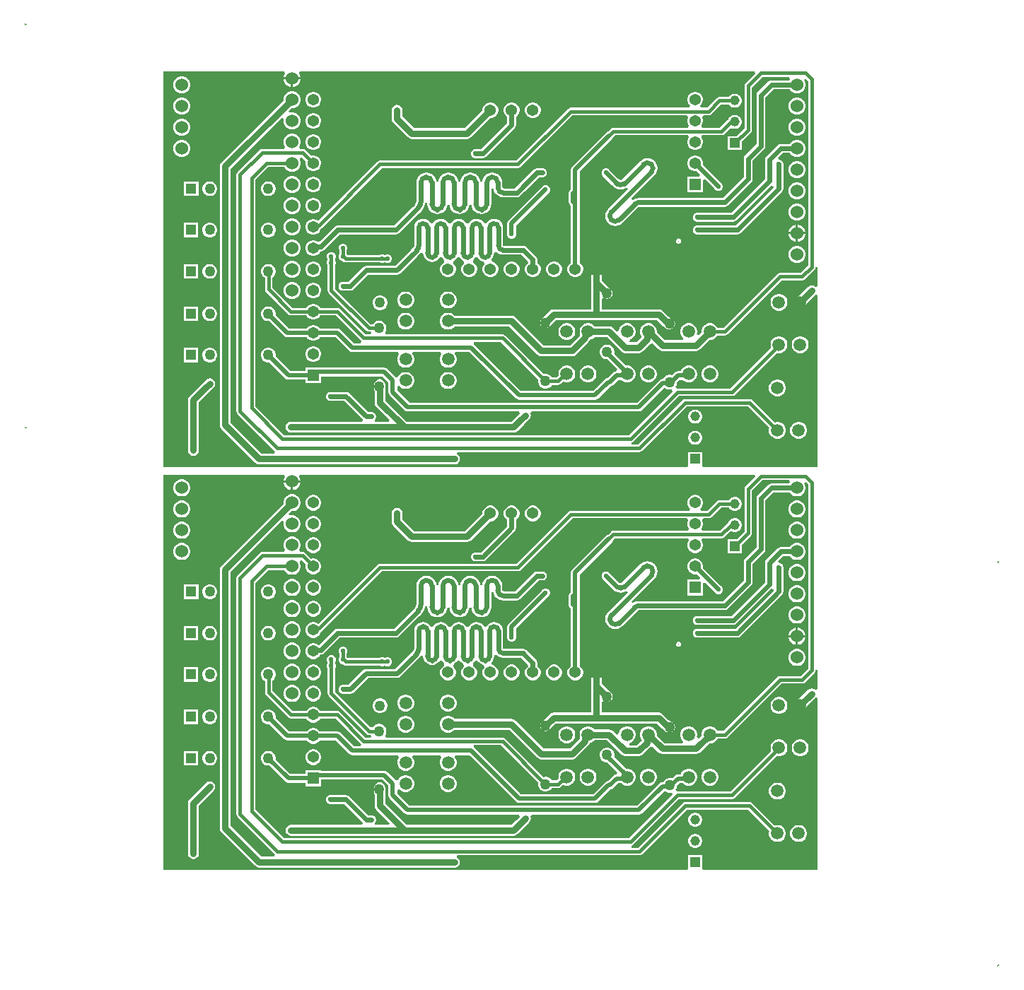
<source format=gbl>
G04*
G04 #@! TF.GenerationSoftware,Altium Limited,Altium Designer,24.4.1 (13)*
G04*
G04 Layer_Physical_Order=2*
G04 Layer_Color=65280*
%FSTAX25Y25*%
%MOIN*%
G70*
G04*
G04 #@! TF.SameCoordinates,C872E002-563E-4E90-9F37-C142BC3F6998*
G04*
G04*
G04 #@! TF.FilePolarity,Positive*
G04*
G01*
G75*
%ADD10C,0.02178*%
%ADD11C,0.01500*%
%ADD12C,0.03000*%
%ADD13C,0.02000*%
%ADD14C,0.04953*%
%ADD15C,0.05394*%
%ADD16R,0.05394X0.05394*%
%ADD17R,0.04578X0.04578*%
%ADD18C,0.04578*%
%ADD19C,0.06000*%
%ADD20C,0.05937*%
%ADD21R,0.05394X0.05394*%
%ADD22C,0.04756*%
%ADD23R,0.04756X0.04756*%
%ADD24C,0.02200*%
G36*
X-0063691Y0400639D02*
X-0063585Y0400533D01*
X-0063566Y0400456D01*
X-0063547Y0400418D01*
X-0063518Y0400389D01*
X-0063422Y0400331D01*
X-0063384Y0400293D01*
X-0063287Y0400274D01*
X-006323Y0400216D01*
X-0063095Y0400197D01*
X-006299Y0400091D01*
X-0063009Y0400034D01*
X-0063038Y0400005D01*
X-0063115Y0399986D01*
X-0063268Y0399966D01*
X-0063403Y0399909D01*
X-0063537Y039989D01*
X-0063595Y0399832D01*
X-0063633Y0399813D01*
X-0063748Y0399697D01*
X-0063758Y0399688D01*
X-0063787Y0399659D01*
X-0063864Y039964D01*
X-006394Y0399563D01*
X-0064017Y0399544D01*
X-0064075Y0399525D01*
X-0064161Y0399573D01*
X-0064142Y039965D01*
X-0064104Y0399669D01*
X-0064085Y0399842D01*
X-0064046Y0399861D01*
X-0064027Y0399938D01*
X-0063998Y0400158D01*
X-0063969Y0400226D01*
X-0063931Y0400322D01*
X-0063912Y0400494D01*
X-0063854Y0400552D01*
X-0063806Y0400658D01*
X-0063758Y0400667D01*
X-0063691Y0400639D01*
D02*
G37*
G36*
X0280332Y0377013D02*
X0275738Y0372419D01*
X0275352Y037184D01*
X0275216Y0371158D01*
Y0351147D01*
X0271516Y0347446D01*
X0267461D01*
Y0340868D01*
X0274039D01*
Y0344923D01*
X0278262Y0349146D01*
X0278648Y0349725D01*
X0278784Y0350408D01*
Y0370418D01*
X0283739Y0375373D01*
X029636D01*
X0296793Y0374435D01*
X0296338Y0373788D01*
X0288D01*
X0287185Y0373625D01*
X0286494Y0373164D01*
X0281494Y0368164D01*
X0281032Y0367473D01*
X028087Y0366657D01*
Y034354D01*
X0275494Y0338164D01*
X0275032Y0337473D01*
X027487Y0336658D01*
Y032804D01*
X0265118Y0318288D01*
X0225421D01*
X0225413Y0318286D01*
X02242Y0318126D01*
X0223062Y0317655D01*
X0222578Y0317284D01*
X0221918Y0318038D01*
X0232144Y0328263D01*
X0232851Y0328971D01*
X0232851Y0328971D01*
X0232851Y0328971D01*
X0232855Y0328978D01*
X02336Y0329948D01*
X0234072Y0331086D01*
X0234232Y0332308D01*
X0234072Y0333529D01*
X02336Y0334667D01*
X0233432Y0334886D01*
X0232851Y0335645D01*
X0232058Y0336252D01*
X0231873Y0336394D01*
X0230735Y0336865D01*
X0229514Y0337026D01*
X0228292Y0336865D01*
X0227154Y0336394D01*
X0226184Y0335649D01*
X0226177Y0335645D01*
X0217435Y0326903D01*
X0216851Y0326736D01*
X0216267Y0326903D01*
X0215756Y0327414D01*
X0215756Y0327414D01*
X0211506Y0331664D01*
X0211378Y0331749D01*
X021119Y0331938D01*
X0210943Y033204D01*
X0210815Y0332125D01*
X0210664Y0332155D01*
X0210418Y0332258D01*
X0210151D01*
X021Y0332288D01*
X0209849Y0332258D01*
X0209582D01*
X0209336Y0332155D01*
X0209185Y0332125D01*
X0209057Y033204D01*
X020881Y0331938D01*
X0208622Y0331749D01*
X0208494Y0331664D01*
X0208408Y0331536D01*
X020822Y0331347D01*
X0208118Y0331101D01*
X0208032Y0330973D01*
X0208002Y0330821D01*
X02079Y0330575D01*
Y0330309D01*
X020787Y0330157D01*
X02079Y0330006D01*
Y032974D01*
X0208002Y0329494D01*
X0208032Y0329342D01*
X0208118Y0329214D01*
X020822Y0328968D01*
X0208408Y032878D01*
X0208494Y0328651D01*
X0212744Y0324401D01*
X0212744Y0324401D01*
X0213514Y0323631D01*
X0213514Y0323631D01*
X0213521Y0323626D01*
X0214492Y0322882D01*
X021563Y032241D01*
X0216851Y0322249D01*
X0218072Y032241D01*
X021921Y0322882D01*
X0219693Y0323252D01*
X0220354Y0322499D01*
X0210976Y031312D01*
X0210971Y0313113D01*
X0210226Y0312142D01*
X0209755Y0311004D01*
X0209594Y0309783D01*
X0209755Y0308562D01*
X0210226Y0307424D01*
X0210971Y0306453D01*
X0210976Y0306446D01*
X0210976Y0306446D01*
X0211583Y030598D01*
X0211445Y0306087D01*
X0211736Y0305863D01*
X0211953Y0305697D01*
X0213091Y0305225D01*
X0214313Y0305064D01*
X0215534Y0305225D01*
X0216672Y0305697D01*
X0217642Y0306441D01*
X021765Y0306446D01*
X021765Y0306446D01*
X021765Y0306446D01*
X0225096Y0313893D01*
X0225122Y0313932D01*
X0225375Y0314036D01*
X0225421Y0314027D01*
X0266D01*
X0266815Y031419D01*
X0267506Y0314651D01*
X0278506Y0325651D01*
X0278968Y0326342D01*
X027913Y0327157D01*
Y0335775D01*
X0284506Y0341151D01*
X0284968Y0341842D01*
X028513Y0342657D01*
Y0365775D01*
X0288882Y0369527D01*
X0296611D01*
X0296799Y0369201D01*
X0297544Y0368457D01*
X0298456Y036793D01*
X0299473Y0367657D01*
X0300527D01*
X0301544Y036793D01*
X0302456Y0368457D01*
X0303201Y0369201D01*
X0303727Y0370113D01*
X0304Y0371131D01*
Y0372184D01*
X0303727Y0373201D01*
X030333Y037389D01*
X030413Y0374504D01*
X0305216Y0373418D01*
Y0286397D01*
X0301761Y0282942D01*
X0292D01*
X0291317Y0282806D01*
X0290738Y0282419D01*
X0265352Y0257032D01*
X0262552D01*
X0262176Y0257685D01*
X0261437Y0258424D01*
X0260532Y0258946D01*
X0259523Y0259216D01*
X0258477D01*
X0257468Y0258946D01*
X0256563Y0258424D01*
X0255824Y0257685D01*
X0255302Y025678D01*
X0255031Y025577D01*
Y0254884D01*
X0253686Y0253538D01*
X0252789Y0254056D01*
X0252969Y0254726D01*
Y025577D01*
X0252698Y025678D01*
X0252176Y0257685D01*
X0251437Y0258424D01*
X0250532Y0258946D01*
X0249522Y0259216D01*
X0248478D01*
X0247468Y0258946D01*
X0246563Y0258424D01*
X0245824Y0257685D01*
X0245302Y025678D01*
X0245031Y025577D01*
Y0254726D01*
X0245302Y0253716D01*
X0245824Y0252811D01*
X0246429Y0252206D01*
X0246326Y0251661D01*
X0246063Y0251206D01*
X0237646D01*
X0233968Y0254884D01*
Y025577D01*
X0233698Y025678D01*
X0233176Y0257685D01*
X0232437Y0258424D01*
X0231532Y0258946D01*
X0230522Y0259216D01*
X0229478D01*
X0228468Y0258946D01*
X0227563Y0258424D01*
X0226824Y0257685D01*
X0226302Y025678D01*
X0226031Y025577D01*
Y0254726D01*
X0226302Y0253716D01*
X0226824Y0252811D01*
X0226889Y0252747D01*
Y0252651D01*
X0224444Y0250206D01*
X0221035D01*
X0220936Y0250355D01*
X0221369Y0251506D01*
X0221532Y025155D01*
X0222437Y0252072D01*
X0223176Y0252811D01*
X0223698Y0253716D01*
X0223969Y0254726D01*
Y025577D01*
X0223698Y025678D01*
X0223176Y0257685D01*
X0222437Y0258424D01*
X0221532Y0258946D01*
X0220522Y0259216D01*
X0219478D01*
X0218468Y0258946D01*
X0217563Y0258424D01*
X0216824Y0257685D01*
X0216302Y025678D01*
X0216032Y025577D01*
Y0255645D01*
X0215032Y0255231D01*
X0213212Y025705D01*
X0212385Y0257603D01*
X0211409Y0257797D01*
X0204563D01*
X0203937Y0258424D01*
X0203032Y0258946D01*
X0202023Y0259216D01*
X0200977D01*
X0199968Y0258946D01*
X0199063Y0258424D01*
X0198324Y0257685D01*
X0197802Y025678D01*
X0197531Y025577D01*
Y0254726D01*
X0197719Y0254024D01*
X0197677Y025396D01*
X0197547Y0253309D01*
X0192944Y0248707D01*
X0180556D01*
X0167302Y026196D01*
X0166475Y0262512D01*
X01655Y0262706D01*
X0138654D01*
X0138027Y0263333D01*
X0137122Y0263856D01*
X0136113Y0264126D01*
X0135068D01*
X0134059Y0263856D01*
X0133154Y0263333D01*
X0132415Y0262594D01*
X0131893Y0261689D01*
X0131622Y026068D01*
Y0259635D01*
X0131893Y0258626D01*
X0132415Y0257721D01*
X0133154Y0256982D01*
X0134059Y0256459D01*
X0135068Y0256189D01*
X0136113D01*
X0137122Y0256459D01*
X0138027Y0256982D01*
X0138654Y0257609D01*
X0164444D01*
X0177698Y0244355D01*
X0178524Y0243802D01*
X01795Y0243608D01*
X0194D01*
X0194975Y0243802D01*
X0195802Y0244355D01*
X0201834Y0250387D01*
X0202386Y0251214D01*
X0202421Y0251386D01*
X0203032Y025155D01*
X0203937Y0252072D01*
X0204563Y0252699D01*
X0210354D01*
X0217198Y0245855D01*
X0218024Y0245303D01*
X0219Y0245109D01*
X02255D01*
X0226476Y0245303D01*
X0227302Y0245855D01*
X0230838Y0249391D01*
X0232126Y0249517D01*
X0234788Y0246855D01*
X0235615Y0246303D01*
X0236591Y0246109D01*
X0252409D01*
X0253385Y0246303D01*
X0254212Y0246855D01*
X0258636Y0251279D01*
X0259523D01*
X0260532Y025155D01*
X0261437Y0252072D01*
X0262176Y0252811D01*
X0262552Y0253464D01*
X0266091D01*
X0266773Y02536D01*
X0267352Y0253986D01*
X0292739Y0279373D01*
X03025D01*
X0303183Y0279509D01*
X0303762Y0279896D01*
X0308262Y0284396D01*
X0308648Y0284975D01*
X0308784Y0285658D01*
X030978Y0285646D01*
X030978Y0276707D01*
X0308923Y0276411D01*
X030878Y0276384D01*
X0307976Y0276922D01*
X0307Y0277116D01*
X0306025Y0276922D01*
X0305198Y0276369D01*
X029981Y0270982D01*
X0299654Y0270951D01*
X0298993Y0270509D01*
X0298551Y0269847D01*
X0298395Y0269067D01*
X0298551Y0268287D01*
X0298993Y0267625D01*
X0299654Y0267183D01*
X029989Y0267136D01*
X0300524Y0266712D01*
X03015Y0266518D01*
X0302476Y0266712D01*
X0303302Y0267265D01*
X030878Y0272742D01*
X0308877Y0272739D01*
X030978Y0272427D01*
Y0191378D01*
X0256086D01*
X0255289Y0191868D01*
X0255289Y0192378D01*
Y0198447D01*
X0248711D01*
Y0192378D01*
X0248711Y0191868D01*
X0247914Y0191378D01*
X000122D01*
Y0377937D01*
X0058209Y0377937D01*
X0058489Y0377547D01*
X0058697Y0376937D01*
X0058273Y0376201D01*
X0058Y0375184D01*
Y0375157D01*
X0066D01*
Y0375184D01*
X0065727Y0376201D01*
X0065303Y0376937D01*
X0065511Y0377547D01*
X0065791Y0377937D01*
X027995Y0377937D01*
X0280332Y0377013D01*
D02*
G37*
G36*
X-0063691Y0210481D02*
X-0063585Y0210375D01*
X-0063566Y0210299D01*
X-0063547Y021026D01*
X-0063518Y0210231D01*
X-0063422Y0210174D01*
X-0063384Y0210135D01*
X-0063287Y0210116D01*
X-006323Y0210059D01*
X-0063095Y0210039D01*
X-006299Y0209934D01*
X-0063009Y0209876D01*
X-0063038Y0209847D01*
X-0063115Y0209828D01*
X-0063268Y0209809D01*
X-0063403Y0209751D01*
X-0063537Y0209732D01*
X-0063595Y0209675D01*
X-0063633Y0209655D01*
X-0063748Y020954D01*
X-0063758Y020953D01*
X-0063787Y0209502D01*
X-0063864Y0209482D01*
X-006394Y0209406D01*
X-0064017Y0209386D01*
X-0064075Y0209367D01*
X-0064161Y0209415D01*
X-0064142Y0209492D01*
X-0064104Y0209511D01*
X-0064085Y0209684D01*
X-0064046Y0209703D01*
X-0064027Y020978D01*
X-0063998Y0210001D01*
X-0063969Y0210068D01*
X-0063931Y0210164D01*
X-0063912Y0210337D01*
X-0063854Y0210395D01*
X-0063806Y02105D01*
X-0063758Y021051D01*
X-0063691Y0210481D01*
D02*
G37*
G36*
X0280332Y0186856D02*
X0275738Y0182262D01*
X0275352Y0181683D01*
X0275216Y0181D01*
Y0160989D01*
X0271516Y0157289D01*
X0267461D01*
Y0150711D01*
X0274039D01*
Y0154766D01*
X0278262Y0158988D01*
X0278648Y0159567D01*
X0278784Y016025D01*
Y0180261D01*
X0283739Y0185216D01*
X029636D01*
X0296793Y0184277D01*
X0296338Y018363D01*
X0288D01*
X0287185Y0183468D01*
X0286494Y0183006D01*
X0281494Y0178006D01*
X0281032Y0177315D01*
X028087Y01765D01*
Y0153382D01*
X0275494Y0148006D01*
X0275032Y0147315D01*
X027487Y01465D01*
Y0137882D01*
X0265118Y012813D01*
X0225421D01*
X0225413Y0128128D01*
X02242Y0127969D01*
X0223062Y0127497D01*
X0222578Y0127127D01*
X0221918Y012788D01*
X0232144Y0138106D01*
X0232851Y0138813D01*
X0232851Y0138813D01*
X0232851Y0138813D01*
X0232855Y013882D01*
X02336Y0139791D01*
X0234072Y0140929D01*
X0234232Y014215D01*
X0234072Y0143371D01*
X02336Y0144509D01*
X0233432Y0144728D01*
X0232851Y0145487D01*
X0232058Y0146095D01*
X0231873Y0146237D01*
X0230735Y0146708D01*
X0229514Y0146869D01*
X0228292Y0146708D01*
X0227154Y0146237D01*
X0226184Y0145492D01*
X0226177Y0145487D01*
X0217435Y0136745D01*
X0216851Y0136579D01*
X0216267Y0136745D01*
X0215756Y0137256D01*
X0215756Y0137256D01*
X0211506Y0141506D01*
X0211378Y0141592D01*
X021119Y014178D01*
X0210943Y0141882D01*
X0210815Y0141968D01*
X0210664Y0141998D01*
X0210418Y01421D01*
X0210151D01*
X021Y014213D01*
X0209849Y01421D01*
X0209582D01*
X0209336Y0141998D01*
X0209185Y0141968D01*
X0209057Y0141882D01*
X020881Y014178D01*
X0208622Y0141592D01*
X0208494Y0141506D01*
X0208408Y0141378D01*
X020822Y014119D01*
X0208118Y0140943D01*
X0208032Y0140815D01*
X0208002Y0140664D01*
X02079Y0140418D01*
Y0140151D01*
X020787Y014D01*
X02079Y0139849D01*
Y0139582D01*
X0208002Y0139336D01*
X0208032Y0139185D01*
X0208118Y0139057D01*
X020822Y013881D01*
X0208408Y0138622D01*
X0208494Y0138494D01*
X0212744Y0134244D01*
X0212744Y0134244D01*
X0213514Y0133474D01*
X0213514Y0133474D01*
X0213521Y0133469D01*
X0214492Y0132724D01*
X021563Y0132253D01*
X0216851Y0132092D01*
X0218072Y0132253D01*
X021921Y0132724D01*
X0219693Y0133095D01*
X0220354Y0132341D01*
X0210976Y0122963D01*
X0210971Y0122956D01*
X0210226Y0121985D01*
X0209755Y0120847D01*
X0209594Y0119626D01*
X0209755Y0118404D01*
X0210226Y0117266D01*
X0210971Y0116296D01*
X0210976Y0116289D01*
X0210976Y0116289D01*
X0211583Y0115823D01*
X0211445Y0115929D01*
X0211736Y0115706D01*
X0211953Y0115539D01*
X0213091Y0115068D01*
X0214313Y0114907D01*
X0215534Y0115068D01*
X0216672Y0115539D01*
X0217642Y0116284D01*
X021765Y0116289D01*
X021765Y0116289D01*
X021765Y0116289D01*
X0225096Y0123735D01*
X0225122Y0123774D01*
X0225375Y0123879D01*
X0225421Y012387D01*
X0266D01*
X0266815Y0124032D01*
X0267506Y0124494D01*
X0278506Y0135494D01*
X0278968Y0136185D01*
X027913Y0137D01*
Y0145618D01*
X0284506Y0150994D01*
X0284968Y0151685D01*
X028513Y01525D01*
Y0175618D01*
X0288882Y017937D01*
X0296611D01*
X0296799Y0179044D01*
X0297544Y0178299D01*
X0298456Y0177773D01*
X0299473Y01775D01*
X0300527D01*
X0301544Y0177773D01*
X0302456Y0178299D01*
X0303201Y0179044D01*
X0303727Y0179956D01*
X0304Y0180973D01*
Y0182027D01*
X0303727Y0183044D01*
X030333Y0183733D01*
X030413Y0184347D01*
X0305216Y0183261D01*
Y0096239D01*
X0301761Y0092784D01*
X0292D01*
X0291317Y0092649D01*
X0290738Y0092262D01*
X0265352Y0066875D01*
X0262552D01*
X0262176Y0067527D01*
X0261437Y0068266D01*
X0260532Y0068789D01*
X0259523Y0069059D01*
X0258477D01*
X0257468Y0068789D01*
X0256563Y0068266D01*
X0255824Y0067527D01*
X0255302Y0066622D01*
X0255031Y0065613D01*
Y0064727D01*
X0253686Y0063381D01*
X0252789Y0063899D01*
X0252969Y0064568D01*
Y0065613D01*
X0252698Y0066622D01*
X0252176Y0067527D01*
X0251437Y0068266D01*
X0250532Y0068789D01*
X0249522Y0069059D01*
X0248478D01*
X0247468Y0068789D01*
X0246563Y0068266D01*
X0245824Y0067527D01*
X0245302Y0066622D01*
X0245031Y0065613D01*
Y0064568D01*
X0245302Y0063559D01*
X0245824Y0062654D01*
X0246429Y0062049D01*
X0246326Y0061504D01*
X0246063Y0061049D01*
X0237646D01*
X0233968Y0064727D01*
Y0065613D01*
X0233698Y0066622D01*
X0233176Y0067527D01*
X0232437Y0068266D01*
X0231532Y0068789D01*
X0230522Y0069059D01*
X0229478D01*
X0228468Y0068789D01*
X0227563Y0068266D01*
X0226824Y0067527D01*
X0226302Y0066622D01*
X0226031Y0065613D01*
Y0064568D01*
X0226302Y0063559D01*
X0226824Y0062654D01*
X0226889Y0062589D01*
Y0062494D01*
X0224444Y0060049D01*
X0221035D01*
X0220936Y0060198D01*
X0221369Y0061349D01*
X0221532Y0061392D01*
X0222437Y0061915D01*
X0223176Y0062654D01*
X0223698Y0063559D01*
X0223969Y0064568D01*
Y0065613D01*
X0223698Y0066622D01*
X0223176Y0067527D01*
X0222437Y0068266D01*
X0221532Y0068789D01*
X0220522Y0069059D01*
X0219478D01*
X0218468Y0068789D01*
X0217563Y0068266D01*
X0216824Y0067527D01*
X0216302Y0066622D01*
X0216032Y0065613D01*
Y0065487D01*
X0215032Y0065073D01*
X0213212Y0066893D01*
X0212385Y0067445D01*
X0211409Y0067639D01*
X0204563D01*
X0203937Y0068266D01*
X0203032Y0068789D01*
X0202023Y0069059D01*
X0200977D01*
X0199968Y0068789D01*
X0199063Y0068266D01*
X0198324Y0067527D01*
X0197802Y0066622D01*
X0197531Y0065613D01*
Y0064568D01*
X0197719Y0063867D01*
X0197677Y0063803D01*
X0197547Y0063152D01*
X0192944Y0058549D01*
X0180556D01*
X0167302Y0071802D01*
X0166475Y0072355D01*
X01655Y0072549D01*
X0138654D01*
X0138027Y0073176D01*
X0137122Y0073698D01*
X0136113Y0073968D01*
X0135068D01*
X0134059Y0073698D01*
X0133154Y0073176D01*
X0132415Y0072437D01*
X0131893Y0071532D01*
X0131622Y0070522D01*
Y0069477D01*
X0131893Y0068468D01*
X0132415Y0067563D01*
X0133154Y0066824D01*
X0134059Y0066302D01*
X0135068Y0066031D01*
X0136113D01*
X0137122Y0066302D01*
X0138027Y0066824D01*
X0138654Y0067451D01*
X0164444D01*
X0177698Y0054198D01*
X0178524Y0053645D01*
X01795Y0053451D01*
X0194D01*
X0194975Y0053645D01*
X0195802Y0054198D01*
X0201834Y0060229D01*
X0202386Y0061056D01*
X0202421Y0061229D01*
X0203032Y0061392D01*
X0203937Y0061915D01*
X0204563Y0062542D01*
X0210354D01*
X0217198Y0055698D01*
X0218024Y0055145D01*
X0219Y0054951D01*
X02255D01*
X0226476Y0055145D01*
X0227302Y0055698D01*
X0230838Y0059233D01*
X0232126Y005936D01*
X0234788Y0056698D01*
X0235615Y0056145D01*
X0236591Y0055951D01*
X0252409D01*
X0253385Y0056145D01*
X0254212Y0056698D01*
X0258636Y0061122D01*
X0259523D01*
X0260532Y0061392D01*
X0261437Y0061915D01*
X0262176Y0062654D01*
X0262552Y0063306D01*
X0266091D01*
X0266773Y0063442D01*
X0267352Y0063829D01*
X0292739Y0089216D01*
X03025D01*
X0303183Y0089351D01*
X0303762Y0089738D01*
X0308262Y0094238D01*
X0308648Y0094817D01*
X0308784Y00955D01*
X030978Y0095489D01*
X030978Y0086549D01*
X0308923Y0086254D01*
X030878Y0086227D01*
X0307976Y0086764D01*
X0307Y0086958D01*
X0306025Y0086764D01*
X0305198Y0086212D01*
X029981Y0080824D01*
X0299654Y0080793D01*
X0298993Y0080351D01*
X0298551Y007969D01*
X0298395Y0078909D01*
X0298551Y0078129D01*
X0298993Y0077468D01*
X0299654Y0077026D01*
X029989Y0076979D01*
X0300524Y0076555D01*
X03015Y007636D01*
X0302476Y0076555D01*
X0303302Y0077107D01*
X030878Y0082584D01*
X0308877Y0082581D01*
X030978Y008227D01*
Y000122D01*
X0256086D01*
X0255289Y0001711D01*
X0255289Y000222D01*
Y0008289D01*
X0248711D01*
Y000222D01*
X0248711Y0001711D01*
X0247914Y000122D01*
X000122D01*
Y018778D01*
X0058209Y018778D01*
X0058489Y0187389D01*
X0058697Y018678D01*
X0058273Y0186044D01*
X0058Y0185027D01*
Y0185D01*
X0066D01*
Y0185027D01*
X0065727Y0186044D01*
X0065303Y018678D01*
X0065511Y0187389D01*
X0065791Y018778D01*
X027995Y018778D01*
X0280332Y0186856D01*
D02*
G37*
G36*
X0394796Y014704D02*
X0394902Y0146934D01*
X0394921Y0146857D01*
X039494Y0146819D01*
X0394969Y014679D01*
X0395065Y0146732D01*
X0395103Y0146694D01*
X0395199Y0146675D01*
X0395257Y0146617D01*
X0395391Y0146598D01*
X0395497Y0146492D01*
X0395478Y0146435D01*
X0395449Y0146406D01*
X0395372Y0146387D01*
X0395218Y0146367D01*
X0395084Y014631D01*
X039495Y0146291D01*
X0394892Y0146233D01*
X0394854Y0146214D01*
X0394738Y0146099D01*
X0394729Y0146089D01*
X03947Y014606D01*
X0394623Y0146041D01*
X0394546Y0145964D01*
X0394469Y0145945D01*
X0394412Y0145926D01*
X0394325Y0145974D01*
X0394345Y0146051D01*
X0394383Y014607D01*
X0394402Y0146243D01*
X0394441Y0146262D01*
X039446Y0146339D01*
X0394489Y014656D01*
X0394517Y0146627D01*
X0394556Y0146723D01*
X0394575Y0146896D01*
X0394633Y0146953D01*
X0394681Y0147059D01*
X0394729Y0147069D01*
X0394796Y014704D01*
D02*
G37*
G36*
Y-0043118D02*
X0394902Y-0043224D01*
X0394921Y-00433D01*
X039494Y-0043339D01*
X0394969Y-0043367D01*
X0395065Y-0043425D01*
X0395103Y-0043464D01*
X0395199Y-0043483D01*
X0395257Y-004354D01*
X0395391Y-004356D01*
X0395497Y-0043665D01*
X0395478Y-0043723D01*
X0395449Y-0043752D01*
X0395372Y-0043771D01*
X0395218Y-004379D01*
X0395084Y-0043848D01*
X039495Y-0043867D01*
X0394892Y-0043924D01*
X0394854Y-0043944D01*
X0394738Y-0044059D01*
X0394729Y-0044069D01*
X03947Y-0044097D01*
X0394623Y-0044117D01*
X0394546Y-0044193D01*
X0394469Y-0044213D01*
X0394412Y-0044232D01*
X0394325Y-0044184D01*
X0394345Y-0044107D01*
X0394383Y-0044088D01*
X0394402Y-0043915D01*
X0394441Y-0043896D01*
X039446Y-0043819D01*
X0394489Y-0043598D01*
X0394517Y-0043531D01*
X0394556Y-0043435D01*
X0394575Y-0043262D01*
X0394633Y-0043204D01*
X0394681Y-0043099D01*
X0394729Y-0043089D01*
X0394796Y-0043118D01*
D02*
G37*
%LPC*%
G36*
X-0063768Y0400562D02*
X-0063796Y0400533D01*
X-0063787Y0400504D01*
X-0063729Y0400485D01*
X-00637Y0400418D01*
X-0063672Y0400408D01*
X-0063643Y0400437D01*
X-0063662Y0400475D01*
X-00637Y0400533D01*
Y0400552D01*
X-0063768Y0400562D01*
D02*
G37*
G36*
X-006348Y0400274D02*
X-0063499D01*
X-0063528Y0400264D01*
X-0063518Y0400235D01*
X-006346Y0400254D01*
X-0063451Y0400264D01*
X-006348Y0400274D01*
D02*
G37*
G36*
X-0063806Y0400485D02*
X-0063835Y0400456D01*
X-0063816Y0400245D01*
X-0063806Y0400235D01*
X-0063777Y0400264D01*
Y0400379D01*
Y0400398D01*
X-0063796Y0400475D01*
X-0063806Y0400485D01*
D02*
G37*
G36*
X-0063364Y0400197D02*
X-0063412Y0400168D01*
X-0063384Y0400139D01*
X-0063278Y0400149D01*
X-0063287Y0400178D01*
X-0063307D01*
X-0063316Y0400187D01*
X-0063364Y0400197D01*
D02*
G37*
G36*
X-0063115Y0400101D02*
X-0063163Y0400091D01*
X-0063134Y0400062D01*
X-0063115D01*
X-0063105Y0400072D01*
X-0063115Y0400101D01*
D02*
G37*
G36*
X-0063384Y0400082D02*
X-0063499Y0400062D01*
X-0063518D01*
X-0063528Y0400034D01*
X-0063326Y0400024D01*
X-0063297Y0400053D01*
X-0063384Y0400082D01*
D02*
G37*
G36*
X-0063595Y0399966D02*
X-0063643Y0399957D01*
X-0063633Y0399928D01*
X-0063595Y0399947D01*
X-0063585Y0399957D01*
X-0063595Y0399966D01*
D02*
G37*
G36*
X-0063883Y0400082D02*
X-0063912Y0400072D01*
X-0063921Y0399966D01*
X-0063902Y039987D01*
X-0063873Y039988D01*
X-0063854Y0400014D01*
X-0063864Y0400024D01*
X-0063883Y0400082D01*
D02*
G37*
G36*
X-0063787Y039987D02*
X-0063796Y0399861D01*
X-0063787Y0399832D01*
X-0063729Y0399851D01*
X-006372Y0399861D01*
X-0063787Y039987D01*
D02*
G37*
G36*
X-0063844Y0399794D02*
X-0063912Y0399784D01*
Y0399745D01*
X-0063902Y0399736D01*
X-0063825Y0399755D01*
X-0063816Y0399765D01*
X-0063844Y0399794D01*
D02*
G37*
G36*
X-0063979Y0399813D02*
X-0064008Y0399803D01*
X-0064017Y0399659D01*
X-006396Y039964D01*
X-0063931Y0399669D01*
X-006395Y0399707D01*
X-006396Y0399717D01*
X-0063969Y0399745D01*
X-006395Y0399765D01*
X-0063979Y0399813D01*
D02*
G37*
G36*
X0066Y0374158D02*
X00625D01*
Y0370657D01*
X0062527D01*
X0063544Y037093D01*
X0064456Y0371457D01*
X0065201Y0372201D01*
X0065727Y0373113D01*
X0066Y0374131D01*
Y0374158D01*
D02*
G37*
G36*
X00615D02*
X0058D01*
Y0374131D01*
X0058273Y0373113D01*
X0058799Y0372201D01*
X0059544Y0371457D01*
X0060456Y037093D01*
X0061473Y0370657D01*
X00615D01*
Y0374158D01*
D02*
G37*
G36*
X0010527Y0375658D02*
X0009473D01*
X0008456Y0375385D01*
X0007544Y0374858D01*
X0006799Y0374113D01*
X0006273Y0373201D01*
X0006Y0372184D01*
Y0371131D01*
X0006273Y0370113D01*
X0006799Y0369201D01*
X0007544Y0368457D01*
X0008456Y036793D01*
X0009473Y0367657D01*
X0010527D01*
X0011544Y036793D01*
X0012456Y0368457D01*
X0013201Y0369201D01*
X0013727Y0370113D01*
X0014Y0371131D01*
Y0372184D01*
X0013727Y0373201D01*
X0013201Y0374113D01*
X0012456Y0374858D01*
X0011544Y0375385D01*
X0010527Y0375658D01*
D02*
G37*
G36*
X0072487Y0368354D02*
X0071513D01*
X0070573Y0368102D01*
X006973Y0367616D01*
X0069042Y0366927D01*
X0068555Y0366084D01*
X0068303Y0365144D01*
Y0364171D01*
X0068555Y036323D01*
X0069042Y0362388D01*
X006973Y0361699D01*
X0070573Y0361213D01*
X0071513Y0360961D01*
X0072487D01*
X0073427Y0361213D01*
X007427Y0361699D01*
X0074958Y0362388D01*
X0075445Y036323D01*
X0075697Y0364171D01*
Y0365144D01*
X0075445Y0366084D01*
X0074958Y0366927D01*
X007427Y0367616D01*
X0073427Y0368102D01*
X0072487Y0368354D01*
D02*
G37*
G36*
X0252487D02*
X0251513D01*
X0250573Y0368102D01*
X024973Y0367616D01*
X0249042Y0366927D01*
X0248555Y0366084D01*
X0248303Y0365144D01*
Y0364171D01*
X0248555Y036323D01*
X0249042Y0362388D01*
X0249541Y0361889D01*
X024933Y0361101D01*
X0249188Y0360889D01*
X0193447D01*
X0193447Y0360889D01*
X0192764Y0360753D01*
X0192185Y0360366D01*
X0192185Y0360366D01*
X0167761Y0335942D01*
X01035D01*
X0102817Y0335806D01*
X0102238Y0335419D01*
X0102238Y0335419D01*
X0074352Y0307533D01*
X007427Y0307616D01*
X0073427Y0308102D01*
X0072487Y0308354D01*
X0071513D01*
X0070573Y0308102D01*
X006973Y0307616D01*
X0069042Y0306927D01*
X0068555Y0306084D01*
X0068303Y0305144D01*
Y0304171D01*
X0068555Y0303231D01*
X0069042Y0302388D01*
X006973Y0301699D01*
X0070573Y0301213D01*
X0071513Y0300961D01*
X0072487D01*
X0073427Y0301213D01*
X007427Y0301699D01*
X0074958Y0302388D01*
X0075445Y0303231D01*
X007562Y0303882D01*
X0076007Y0304141D01*
X0104239Y0332373D01*
X01685D01*
X0169183Y0332509D01*
X0169762Y0332896D01*
X0194186Y035732D01*
X0248114D01*
X0248691Y035632D01*
X0248555Y0356084D01*
X0248303Y0355144D01*
Y0354171D01*
X0248555Y0353231D01*
X024901Y0352442D01*
X0248949Y0352201D01*
X0248573Y0351442D01*
X02135D01*
X02135Y0351442D01*
X0212817Y0351306D01*
X0212238Y0350919D01*
X0212238Y0350919D01*
X0210896Y0349576D01*
X021072Y0349541D01*
X0210058Y0349099D01*
X0194058Y0333099D01*
X0193616Y0332438D01*
X0193461Y0331658D01*
Y0322369D01*
X0193058Y0322099D01*
X0192616Y0321438D01*
X0192461Y0320657D01*
Y0316371D01*
X0192616Y0315591D01*
X0193058Y0314929D01*
X0193461Y031466D01*
Y0287749D01*
X019323Y0287616D01*
X0192542Y0286927D01*
X0192055Y0286084D01*
X0191803Y0285144D01*
Y0284171D01*
X0192055Y028323D01*
X0192542Y0282388D01*
X019323Y0281699D01*
X0194073Y0281213D01*
X0195013Y0280961D01*
X0195987D01*
X0196927Y0281213D01*
X019777Y0281699D01*
X0198458Y0282388D01*
X0198945Y028323D01*
X0199197Y0284171D01*
Y0285144D01*
X0198945Y0286084D01*
X0198458Y0286927D01*
X019777Y0287616D01*
X0197539Y0287749D01*
Y0317371D01*
Y0330813D01*
X0212942Y0346216D01*
X0213384Y0346877D01*
X0213419Y0347053D01*
X0214239Y0347873D01*
X0248573D01*
X0248949Y0347114D01*
X024901Y0346873D01*
X0248555Y0346084D01*
X0248303Y0345144D01*
Y0344171D01*
X0248555Y0343231D01*
X0249042Y0342388D01*
X024973Y0341699D01*
X0250573Y0341213D01*
X0251513Y0340961D01*
X0252487D01*
X0253427Y0341213D01*
X025427Y0341699D01*
X0254958Y0342388D01*
X0255445Y0343231D01*
X0255697Y0344171D01*
Y0345144D01*
X0255445Y0346084D01*
X025499Y0346873D01*
X0255051Y0347114D01*
X0255427Y0347873D01*
X02645D01*
X0265183Y0348009D01*
X0265762Y0348396D01*
X0268833Y0351467D01*
X026948Y0351093D01*
X0270317Y0350869D01*
X0271183D01*
X027202Y0351093D01*
X0272769Y0351526D01*
X0273382Y0352138D01*
X0273815Y0352888D01*
X0274039Y0353725D01*
Y0354591D01*
X0273815Y0355427D01*
X0273382Y0356177D01*
X0272769Y0356789D01*
X027202Y0357222D01*
X0271183Y0357447D01*
X0270317D01*
X026948Y0357222D01*
X026873Y0356789D01*
X0268118Y0356177D01*
X0267685Y0355427D01*
X0267607Y0355136D01*
X0267149Y035483D01*
X0263761Y0351442D01*
X0255427D01*
X0255051Y0352201D01*
X025499Y0352442D01*
X0255445Y0353231D01*
X0255697Y0354171D01*
Y0355144D01*
X0255445Y0356084D01*
X0255309Y035632D01*
X0255886Y035732D01*
X0258447D01*
X025913Y0357456D01*
X0259708Y0357843D01*
X0264239Y0362373D01*
X0267982D01*
X0268118Y0362138D01*
X026873Y0361526D01*
X026948Y0361093D01*
X0270317Y0360869D01*
X0271183D01*
X027202Y0361093D01*
X0272769Y0361526D01*
X0273382Y0362138D01*
X0273815Y0362888D01*
X0274039Y0363724D01*
Y0364591D01*
X0273815Y0365427D01*
X0273382Y0366177D01*
X0272769Y0366789D01*
X027202Y0367222D01*
X0271183Y0367446D01*
X0270317D01*
X026948Y0367222D01*
X026873Y0366789D01*
X0268118Y0366177D01*
X0267982Y0365942D01*
X02635D01*
X0262817Y0365806D01*
X0262238Y0365419D01*
X0262238Y0365419D01*
X0257708Y0360889D01*
X0254812D01*
X025467Y0361101D01*
X0254459Y0361889D01*
X0254958Y0362388D01*
X0255445Y036323D01*
X0255697Y0364171D01*
Y0365144D01*
X0255445Y0366084D01*
X0254958Y0366927D01*
X025427Y0367616D01*
X0253427Y0368102D01*
X0252487Y0368354D01*
D02*
G37*
G36*
X0300527Y0365657D02*
X0299473D01*
X0298456Y0365385D01*
X0297544Y0364858D01*
X0296799Y0364113D01*
X0296273Y0363201D01*
X0296Y0362184D01*
Y0361131D01*
X0296273Y0360114D01*
X0296799Y0359201D01*
X0297544Y0358457D01*
X0298456Y035793D01*
X0299473Y0357658D01*
X0300527D01*
X0301544Y035793D01*
X0302456Y0358457D01*
X0303201Y0359201D01*
X0303727Y0360114D01*
X0304Y0361131D01*
Y0362184D01*
X0303727Y0363201D01*
X0303201Y0364113D01*
X0302456Y0364858D01*
X0301544Y0365385D01*
X0300527Y0365657D01*
D02*
G37*
G36*
X0010527D02*
X0009473D01*
X0008456Y0365385D01*
X0007544Y0364858D01*
X0006799Y0364113D01*
X0006273Y0363201D01*
X0006Y0362184D01*
Y0361131D01*
X0006273Y0360114D01*
X0006799Y0359201D01*
X0007544Y0358457D01*
X0008456Y035793D01*
X0009473Y0357658D01*
X0010527D01*
X0011544Y035793D01*
X0012456Y0358457D01*
X0013201Y0359201D01*
X0013727Y0360114D01*
X0014Y0361131D01*
Y0362184D01*
X0013727Y0363201D01*
X0013201Y0364113D01*
X0012456Y0364858D01*
X0011544Y0365385D01*
X0010527Y0365657D01*
D02*
G37*
G36*
X0175987Y0363354D02*
X0175013D01*
X0174073Y0363102D01*
X017323Y0362616D01*
X0172542Y0361927D01*
X0172055Y0361084D01*
X0171803Y0360144D01*
Y0359171D01*
X0172055Y035823D01*
X0172542Y0357388D01*
X017323Y0356699D01*
X0174073Y0356213D01*
X0175013Y0355961D01*
X0175987D01*
X0176927Y0356213D01*
X017777Y0356699D01*
X0178458Y0357388D01*
X0178945Y035823D01*
X0179197Y0359171D01*
Y0360144D01*
X0178945Y0361084D01*
X0178458Y0361927D01*
X017777Y0362616D01*
X0176927Y0363102D01*
X0175987Y0363354D01*
D02*
G37*
G36*
X0155987D02*
X0155013D01*
X0154073Y0363102D01*
X015323Y0362616D01*
X0152542Y0361927D01*
X0152055Y0361084D01*
X0151803Y0360144D01*
Y0359565D01*
X0143444Y0351206D01*
X0119556D01*
X0114049Y0356713D01*
Y0359658D01*
X0113855Y0360633D01*
X0113302Y036146D01*
X0112476Y0362012D01*
X01115Y0362207D01*
X0110524Y0362012D01*
X0109698Y036146D01*
X0109145Y0360633D01*
X0108951Y0359658D01*
Y0355658D01*
X0109145Y0354682D01*
X0109698Y0353855D01*
X0116698Y0346855D01*
X0117525Y0346303D01*
X01185Y0346109D01*
X01445D01*
X0145475Y0346303D01*
X0146302Y0346855D01*
X0155408Y0355961D01*
X0155987D01*
X0156927Y0356213D01*
X015777Y0356699D01*
X0158458Y0357388D01*
X0158945Y035823D01*
X0159197Y0359171D01*
Y0360144D01*
X0158945Y0361084D01*
X0158458Y0361927D01*
X015777Y0362616D01*
X0156927Y0363102D01*
X0155987Y0363354D01*
D02*
G37*
G36*
X0072487Y0358354D02*
X0071513D01*
X0070573Y0358102D01*
X006973Y0357616D01*
X0069042Y0356927D01*
X0068555Y0356084D01*
X0068303Y0355144D01*
Y0354171D01*
X0068555Y0353231D01*
X0069042Y0352388D01*
X006973Y0351699D01*
X0070573Y0351213D01*
X0071513Y0350961D01*
X0072487D01*
X0073427Y0351213D01*
X007427Y0351699D01*
X0074958Y0352388D01*
X0075445Y0353231D01*
X0075697Y0354171D01*
Y0355144D01*
X0075445Y0356084D01*
X0074958Y0356927D01*
X007427Y0357616D01*
X0073427Y0358102D01*
X0072487Y0358354D01*
D02*
G37*
G36*
X0062527Y0368657D02*
X0061473D01*
X0060456Y0368385D01*
X0059544Y0367858D01*
X0058799Y0367113D01*
X0058273Y0366201D01*
X0058Y0365184D01*
Y0364262D01*
X0028698Y033496D01*
X0028145Y0334133D01*
X0027951Y0333157D01*
Y0211157D01*
X0028145Y0210182D01*
X0028698Y0209355D01*
X0044698Y0193355D01*
X0045524Y0192803D01*
X00465Y0192608D01*
X0138596D01*
X0139572Y0192803D01*
X0140399Y0193355D01*
X0140951Y0194182D01*
X0141145Y0195158D01*
X0140951Y0196133D01*
X0140399Y019696D01*
X013978Y0197373D01*
X013998Y0198373D01*
X0225799D01*
X0226482Y0198509D01*
X0227061Y0198896D01*
X0248038Y0219873D01*
X027701D01*
X0286976Y0209908D01*
X0286781Y020918D01*
Y0208135D01*
X0287051Y0207126D01*
X0287573Y0206221D01*
X0288312Y0205482D01*
X0289217Y0204959D01*
X0290227Y0204689D01*
X0291271D01*
X0292281Y0204959D01*
X0293186Y0205482D01*
X0293925Y0206221D01*
X0294447Y0207126D01*
X0294718Y0208135D01*
Y020918D01*
X0294447Y0210189D01*
X0293925Y0211094D01*
X0293186Y0211833D01*
X0292281Y0212355D01*
X0291271Y0212626D01*
X0290227D01*
X0289499Y0212431D01*
X0279011Y0222919D01*
X0278432Y0223306D01*
X0277749Y0223442D01*
X0247299D01*
X0246616Y0223306D01*
X0246037Y0222919D01*
X022506Y0201942D01*
X0221961D01*
X0221862Y0202942D01*
X02222Y0203009D01*
X0222779Y0203396D01*
X0244256Y0224873D01*
X02695D01*
X0270183Y0225009D01*
X0270762Y0225396D01*
X0290573Y0245207D01*
X0290978Y0245098D01*
X0292022D01*
X0293032Y0245369D01*
X0293937Y0245891D01*
X0294676Y024663D01*
X0295198Y0247535D01*
X0295468Y0248545D01*
Y0249589D01*
X0295198Y0250599D01*
X0294676Y0251504D01*
X0293937Y0252242D01*
X0293032Y0252765D01*
X0292022Y0253035D01*
X0290978D01*
X0289968Y0252765D01*
X0289063Y0252242D01*
X0288324Y0251504D01*
X0287802Y0250599D01*
X0287531Y0249589D01*
Y0248545D01*
X0287802Y0247535D01*
X0287821Y0247502D01*
X0268761Y0228442D01*
X0243517D01*
X0243517Y0228442D01*
X0243364Y0228411D01*
X0242933Y0229028D01*
X0242828Y0229324D01*
X0243239Y0230036D01*
X0243476Y023092D01*
Y0231171D01*
X024476Y0232456D01*
X024618D01*
X0246563Y0232072D01*
X0247468Y023155D01*
X0248478Y0231279D01*
X0249522D01*
X0250532Y023155D01*
X0251437Y0232072D01*
X0252176Y0232811D01*
X0252698Y0233716D01*
X0252969Y0234726D01*
Y0235771D01*
X0252698Y023678D01*
X0252176Y0237685D01*
X0251437Y0238424D01*
X0250532Y0238946D01*
X0249522Y0239216D01*
X0248478D01*
X0247468Y0238946D01*
X0246563Y0238424D01*
X0245824Y0237685D01*
X0245302Y023678D01*
X0245236Y0236534D01*
X0243916D01*
X0243916Y0236534D01*
X0243135Y0236379D01*
X0242474Y0235937D01*
X0241194Y0234657D01*
X0240458Y0234854D01*
X0239542D01*
X0238658Y0234617D01*
X0237865Y023416D01*
X0237218Y0233512D01*
X0236884Y0232934D01*
X0236738D01*
X0235958Y0232779D01*
X0235296Y0232337D01*
X0224655Y0221697D01*
X0117345D01*
X0111539Y0227502D01*
Y0229238D01*
X0112027Y0229506D01*
X0112539Y0229596D01*
X0113154Y0228982D01*
X0114059Y0228459D01*
X0115068Y0228189D01*
X0116113D01*
X0117122Y0228459D01*
X0118027Y0228982D01*
X0118766Y0229721D01*
X0119289Y0230626D01*
X0119559Y0231635D01*
Y023268D01*
X0119289Y0233689D01*
X0118766Y0234594D01*
X0118027Y0235333D01*
X0117122Y0235856D01*
X0116113Y0236126D01*
X0115068D01*
X0114059Y0235856D01*
X0113154Y0235333D01*
X0112415Y0234594D01*
X0111981Y0233843D01*
X0111342Y0233687D01*
X0110856Y0233685D01*
X0106942Y0237599D01*
X010628Y0238041D01*
X01055Y0238197D01*
X0075697D01*
Y0238354D01*
X0068303D01*
Y0236697D01*
X0061124D01*
X0054227Y0243593D01*
X0054256Y02437D01*
Y0244615D01*
X0054019Y0245499D01*
X0053561Y0246292D01*
X0052914Y0246939D01*
X0052121Y0247397D01*
X0051237Y0247634D01*
X0050322D01*
X0049438Y0247397D01*
X0048645Y0246939D01*
X0047998Y0246292D01*
X004754Y0245499D01*
X0047303Y0244615D01*
Y02437D01*
X004754Y0242816D01*
X0047998Y0242023D01*
X0048645Y0241376D01*
X0049438Y0240918D01*
X0050322Y0240681D01*
X0051237D01*
X0051344Y024071D01*
X0058838Y0233216D01*
X0058838Y0233216D01*
X0059499Y0232773D01*
X006028Y0232618D01*
X0068303D01*
Y0230961D01*
X0075697D01*
Y0234118D01*
X0104655D01*
X0107461Y0231313D01*
Y0226658D01*
X0107616Y0225877D01*
X0108058Y0225216D01*
X0115058Y0218216D01*
X011572Y0217774D01*
X01165Y0217618D01*
X0168942D01*
X0169356Y0216618D01*
X0167698Y021496D01*
X0165444Y0212706D01*
X0116056D01*
X0106049Y0222713D01*
Y0227497D01*
X0105923Y0228132D01*
Y023028D01*
X0105729Y0231256D01*
X0105176Y0232082D01*
X0104349Y0232635D01*
X0103374Y0232829D01*
X0102398Y0232635D01*
X0101571Y0232082D01*
X0101019Y0231256D01*
X0100825Y023028D01*
Y0227624D01*
X0100951Y0226988D01*
Y0221657D01*
X0101145Y0220682D01*
X0101698Y0219855D01*
X0107922Y021363D01*
X010754Y0212706D01*
X0101433D01*
X010117Y0213113D01*
X0101166Y0213129D01*
X0101043Y0213706D01*
X0101092Y0213779D01*
X010128Y0213968D01*
X0101382Y0214214D01*
X0101468Y0214342D01*
X0101498Y0214494D01*
X01016Y021474D01*
Y0215006D01*
X010163Y0215158D01*
X01016Y0215309D01*
Y0215575D01*
X0101498Y0215821D01*
X0101468Y0215973D01*
X0101382Y0216101D01*
X010128Y0216347D01*
X0101092Y0216535D01*
X0101006Y0216664D01*
X0100878Y0216749D01*
X0100689Y0216938D01*
X0100443Y021704D01*
X0100315Y0217125D01*
X0100164Y0217156D01*
X0099918Y0217257D01*
X0099651D01*
X00995Y0217288D01*
X0097882D01*
X0089006Y0226164D01*
X0088315Y0226625D01*
X00875Y0226788D01*
X0080083D01*
X0079932Y0226758D01*
X0079665D01*
X0079419Y0226656D01*
X0079268Y0226625D01*
X007914Y022654D01*
X0078894Y0226438D01*
X0078705Y0226249D01*
X0078577Y0226164D01*
X0078491Y0226035D01*
X0078303Y0225847D01*
X0078201Y0225601D01*
X0078115Y0225473D01*
X0078085Y0225321D01*
X0077983Y0225075D01*
Y0224809D01*
X0077953Y0224658D01*
X0077983Y0224506D01*
Y022424D01*
X0078085Y0223994D01*
X0078115Y0223842D01*
X0078201Y0223714D01*
X0078303Y0223468D01*
X0078491Y022328D01*
X0078577Y0223151D01*
X0078705Y0223066D01*
X0078894Y0222877D01*
X007914Y0222775D01*
X0079268Y022269D01*
X0079419Y0222659D01*
X0079665Y0222557D01*
X0079932D01*
X0080083Y0222527D01*
X0086618D01*
X0095439Y0213706D01*
X009542Y0213471D01*
X0095108Y0212706D01*
X00615D01*
X0060524Y0212512D01*
X0059698Y021196D01*
X0059145Y0211133D01*
X0058951Y0210157D01*
X0059145Y0209182D01*
X0059698Y0208355D01*
X0060524Y0207803D01*
X00615Y0207609D01*
X01665D01*
X0167475Y0207803D01*
X0168302Y0208355D01*
X0171302Y0211355D01*
X0173802Y0213855D01*
X0174355Y0214682D01*
X0174549Y0215657D01*
X0174355Y0216633D01*
X0174899Y0217618D01*
X02255D01*
X022628Y0217774D01*
X0226942Y0218216D01*
X0237582Y0228856D01*
X0237606D01*
X0237865Y0228596D01*
X0238658Y0228138D01*
X0239542Y0227902D01*
X0240458D01*
X0240958Y0228036D01*
X0241476Y0227139D01*
X0220778Y0206442D01*
X0058239D01*
X0044784Y0219897D01*
Y0326918D01*
X0050739Y0332873D01*
X0058411D01*
X0058799Y0332201D01*
X0059544Y0331457D01*
X0060456Y033093D01*
X0061473Y0330658D01*
X0062527D01*
X0063544Y033093D01*
X0064456Y0331457D01*
X0065201Y0332201D01*
X0065727Y0333114D01*
X0066Y0334131D01*
Y0335184D01*
X0065727Y0336201D01*
X0065645Y0336344D01*
X0066095Y0337458D01*
X0066273Y0337508D01*
X0066688Y0337447D01*
X0068448Y0335686D01*
X0068303Y0335144D01*
Y0334171D01*
X0068555Y033323D01*
X0069042Y0332388D01*
X006973Y0331699D01*
X0070573Y0331213D01*
X0071513Y0330961D01*
X0072487D01*
X0073427Y0331213D01*
X007427Y0331699D01*
X0074958Y0332388D01*
X0075445Y033323D01*
X0075697Y0334171D01*
Y0335144D01*
X0075445Y0336084D01*
X0074958Y0336927D01*
X007427Y0337616D01*
X0073427Y0338102D01*
X0072487Y0338354D01*
X0071513D01*
X0070972Y0338209D01*
X0068262Y0340919D01*
X0067683Y0341306D01*
X0067Y0341442D01*
X0065855D01*
X0065624Y034171D01*
X006534Y0342442D01*
X0065727Y0343113D01*
X0066Y0344131D01*
Y0345184D01*
X0065727Y0346201D01*
X0065201Y0347113D01*
X0064456Y0347858D01*
X0063544Y0348385D01*
X0062527Y0348657D01*
X0061473D01*
X0060456Y0348385D01*
X0059544Y0347858D01*
X0058799Y0347113D01*
X0058273Y0346201D01*
X0058Y0345184D01*
Y0344131D01*
X0058273Y0343113D01*
X005866Y0342442D01*
X0058376Y034171D01*
X0058145Y0341442D01*
X0048D01*
X0048Y0341442D01*
X0047317Y0341306D01*
X0046738Y0340919D01*
X0036238Y0330419D01*
X0035851Y032984D01*
X0035716Y0329157D01*
Y0217657D01*
X0035851Y0216975D01*
X0036238Y0216396D01*
X0053738Y0198896D01*
X0054022Y0198706D01*
X0053718Y0197706D01*
X0047556D01*
X0033049Y0212213D01*
Y0332102D01*
X005727Y0356322D01*
X0058166Y0355805D01*
X0058Y0355184D01*
Y0354131D01*
X0058273Y0353114D01*
X0058799Y0352201D01*
X0059544Y0351457D01*
X0060456Y035093D01*
X0061473Y0350658D01*
X0062527D01*
X0063544Y035093D01*
X0064456Y0351457D01*
X0065201Y0352201D01*
X0065727Y0353114D01*
X0066Y0354131D01*
Y0355184D01*
X0065727Y0356201D01*
X0065201Y0357114D01*
X0064456Y0357858D01*
X0063544Y0358385D01*
X0062527Y0358658D01*
X0061473D01*
X0060853Y0358491D01*
X0060335Y0359388D01*
X0061605Y0360658D01*
X0062527D01*
X0063544Y036093D01*
X0064456Y0361457D01*
X0065201Y0362201D01*
X0065727Y0363113D01*
X0066Y0364131D01*
Y0365184D01*
X0065727Y0366201D01*
X0065201Y0367113D01*
X0064456Y0367858D01*
X0063544Y0368385D01*
X0062527Y0368657D01*
D02*
G37*
G36*
X0300527Y0355658D02*
X0299473D01*
X0298456Y0355385D01*
X0297544Y0354858D01*
X0296799Y0354114D01*
X0296273Y0353201D01*
X0296Y0352184D01*
Y0351131D01*
X0296273Y0350114D01*
X0296799Y0349201D01*
X0297544Y0348457D01*
X0298456Y034793D01*
X0299473Y0347657D01*
X0300527D01*
X0301544Y034793D01*
X0302456Y0348457D01*
X0303201Y0349201D01*
X0303727Y0350114D01*
X0304Y0351131D01*
Y0352184D01*
X0303727Y0353201D01*
X0303201Y0354114D01*
X0302456Y0354858D01*
X0301544Y0355385D01*
X0300527Y0355658D01*
D02*
G37*
G36*
X0010527D02*
X0009473D01*
X0008456Y0355385D01*
X0007544Y0354858D01*
X0006799Y0354114D01*
X0006273Y0353201D01*
X0006Y0352184D01*
Y0351131D01*
X0006273Y0350114D01*
X0006799Y0349201D01*
X0007544Y0348457D01*
X0008456Y034793D01*
X0009473Y0347657D01*
X0010527D01*
X0011544Y034793D01*
X0012456Y0348457D01*
X0013201Y0349201D01*
X0013727Y0350114D01*
X0014Y0351131D01*
Y0352184D01*
X0013727Y0353201D01*
X0013201Y0354114D01*
X0012456Y0354858D01*
X0011544Y0355385D01*
X0010527Y0355658D01*
D02*
G37*
G36*
X0072487Y0348354D02*
X0071513D01*
X0070573Y0348102D01*
X006973Y0347616D01*
X0069042Y0346927D01*
X0068555Y0346084D01*
X0068303Y0345144D01*
Y0344171D01*
X0068555Y0343231D01*
X0069042Y0342388D01*
X006973Y0341699D01*
X0070573Y0341213D01*
X0071513Y0340961D01*
X0072487D01*
X0073427Y0341213D01*
X007427Y0341699D01*
X0074958Y0342388D01*
X0075445Y0343231D01*
X0075697Y0344171D01*
Y0345144D01*
X0075445Y0346084D01*
X0074958Y0346927D01*
X007427Y0347616D01*
X0073427Y0348102D01*
X0072487Y0348354D01*
D02*
G37*
G36*
X0300527Y0345657D02*
X0299473D01*
X0298456Y0345385D01*
X0297544Y0344858D01*
X0296799Y0344113D01*
X0296609Y0343784D01*
X0292496D01*
X0291681Y0343622D01*
X029099Y034316D01*
X0285494Y0337664D01*
X0285032Y0336973D01*
X028487Y0336157D01*
Y032704D01*
X0269118Y0311288D01*
X0253D01*
X0252849Y0311258D01*
X0252582D01*
X0252336Y0311156D01*
X0252185Y0311125D01*
X0252057Y031104D01*
X025181Y0310938D01*
X0251622Y0310749D01*
X0251494Y0310664D01*
X0251408Y0310536D01*
X025122Y0310347D01*
X0251118Y0310101D01*
X0251032Y0309973D01*
X0251002Y0309821D01*
X02509Y0309575D01*
Y0309309D01*
X025087Y0309157D01*
X02509Y0309006D01*
Y030874D01*
X0251002Y0308494D01*
X0251032Y0308342D01*
X0251118Y0308214D01*
X025122Y0307968D01*
X0251408Y030778D01*
X0251494Y0307651D01*
X0251622Y0307566D01*
X025181Y0307377D01*
X0252057Y0307275D01*
X0252185Y0307189D01*
X0252336Y0307159D01*
X0252582Y0307057D01*
X0252849D01*
X0253Y0307027D01*
X027D01*
X0270815Y0307189D01*
X0271506Y0307651D01*
X0287993Y0324138D01*
X0289033Y0323764D01*
X0289082Y0323251D01*
X0271118Y0305288D01*
X0253D01*
X0252849Y0305258D01*
X0252582D01*
X0252336Y0305155D01*
X0252185Y0305125D01*
X0252057Y030504D01*
X025181Y0304938D01*
X0251622Y0304749D01*
X0251494Y0304664D01*
X0251408Y0304536D01*
X025122Y0304347D01*
X0251118Y0304101D01*
X0251032Y0303973D01*
X0251002Y0303821D01*
X02509Y0303575D01*
Y0303309D01*
X025087Y0303157D01*
X02509Y0303006D01*
Y030274D01*
X0251002Y0302494D01*
X0251032Y0302342D01*
X0251118Y0302214D01*
X025122Y0301968D01*
X0251408Y030178D01*
X0251494Y0301651D01*
X0251622Y0301566D01*
X025181Y0301377D01*
X0252057Y0301275D01*
X0252185Y0301189D01*
X0252336Y030116D01*
X0252582Y0301058D01*
X0252849D01*
X0253Y0301027D01*
X0272D01*
X0272815Y0301189D01*
X0273506Y0301651D01*
X0293006Y0321151D01*
X0293468Y0321842D01*
X029363Y0322657D01*
Y0334157D01*
X02936Y0334309D01*
Y0334575D01*
X0293498Y0334821D01*
X0293468Y0334973D01*
X0293382Y0335101D01*
X029328Y0335347D01*
X0293092Y0335536D01*
X0293006Y0335664D01*
X0292878Y0335749D01*
X029269Y0335938D01*
X0292443Y033604D01*
X0292315Y0336125D01*
X0292164Y0336156D01*
X0291918Y0336258D01*
X0291651D01*
X0291547Y0336278D01*
X0291232Y033675D01*
X0291112Y0337258D01*
X0293379Y0339524D01*
X0296613D01*
X0296799Y0339201D01*
X0297544Y0338457D01*
X0298456Y033793D01*
X0299473Y0337657D01*
X0300527D01*
X0301544Y033793D01*
X0302456Y0338457D01*
X0303201Y0339201D01*
X0303727Y0340113D01*
X0304Y0341131D01*
Y0342184D01*
X0303727Y0343201D01*
X0303201Y0344113D01*
X0302456Y0344858D01*
X0301544Y0345385D01*
X0300527Y0345657D01*
D02*
G37*
G36*
X0010527Y0345657D02*
X0009473D01*
X0008456Y0345385D01*
X0007544Y0344858D01*
X0006799Y0344113D01*
X0006273Y0343201D01*
X0006Y0342184D01*
Y0341131D01*
X0006273Y0340113D01*
X0006799Y0339201D01*
X0007544Y0338457D01*
X0008456Y033793D01*
X0009473Y0337657D01*
X0010527D01*
X0011544Y033793D01*
X0012456Y0338457D01*
X0013201Y0339201D01*
X0013727Y0340113D01*
X0014Y0341131D01*
Y0342184D01*
X0013727Y0343201D01*
X0013201Y0344113D01*
X0012456Y0344858D01*
X0011544Y0345385D01*
X0010527Y0345657D01*
D02*
G37*
G36*
X0165987Y0363354D02*
X0165013D01*
X0164073Y0363102D01*
X016323Y0362616D01*
X0162542Y0361927D01*
X0162055Y0361084D01*
X0161803Y0360144D01*
Y0359171D01*
X0162055Y035823D01*
X0162542Y0357388D01*
X016323Y0356699D01*
X016337Y0356618D01*
Y035354D01*
X0151118Y0341288D01*
X01485D01*
X0148349Y0341258D01*
X0148082D01*
X0147836Y0341156D01*
X0147685Y0341125D01*
X0147557Y034104D01*
X014731Y0340938D01*
X0147122Y0340749D01*
X0146994Y0340664D01*
X0146908Y0340535D01*
X014672Y0340347D01*
X0146618Y0340101D01*
X0146532Y0339973D01*
X0146502Y0339821D01*
X01464Y0339575D01*
Y0339309D01*
X014637Y0339158D01*
X01464Y0339006D01*
Y033874D01*
X0146502Y0338494D01*
X0146532Y0338342D01*
X0146618Y0338214D01*
X014672Y0337968D01*
X0146908Y0337779D01*
X0146994Y0337651D01*
X0147122Y0337566D01*
X014731Y0337377D01*
X0147557Y0337275D01*
X0147685Y033719D01*
X0147836Y0337159D01*
X0148082Y0337057D01*
X0148349D01*
X01485Y0337027D01*
X0152D01*
X0152815Y033719D01*
X0153506Y0337651D01*
X0167006Y0351151D01*
X0167468Y0351842D01*
X016763Y0352658D01*
Y0356618D01*
X016777Y0356699D01*
X0168458Y0357388D01*
X0168945Y035823D01*
X0169197Y0359171D01*
Y0360144D01*
X0168945Y0361084D01*
X0168458Y0361927D01*
X016777Y0362616D01*
X0166927Y0363102D01*
X0165987Y0363354D01*
D02*
G37*
G36*
X0300527Y0335658D02*
X0299473D01*
X0298456Y0335385D01*
X0297544Y0334858D01*
X0296799Y0334114D01*
X0296273Y0333201D01*
X0296Y0332184D01*
Y0331131D01*
X0296273Y0330114D01*
X0296799Y0329201D01*
X0297544Y0328457D01*
X0298456Y032793D01*
X0299473Y0327658D01*
X0300527D01*
X0301544Y032793D01*
X0302456Y0328457D01*
X0303201Y0329201D01*
X0303727Y0330114D01*
X0304Y0331131D01*
Y0332184D01*
X0303727Y0333201D01*
X0303201Y0334114D01*
X0302456Y0334858D01*
X0301544Y0335385D01*
X0300527Y0335658D01*
D02*
G37*
G36*
X018Y0332288D02*
X0179979Y0332283D01*
X0177496D01*
X0176681Y0332121D01*
X017599Y033166D01*
X0168811Y0324481D01*
X0167118Y0322788D01*
X0161943D01*
X0161412Y0323083D01*
X0161117Y0323613D01*
Y0325544D01*
X0161115Y0325552D01*
X0160956Y0326765D01*
X0160484Y0327903D01*
X0159734Y0328881D01*
X0158757Y0329631D01*
X0157619Y0330102D01*
X0156398Y0330263D01*
X0155176Y0330102D01*
X0154038Y0329631D01*
X0153061Y0328881D01*
X0152311Y0327903D01*
X015184Y0326765D01*
X0151724Y0325884D01*
X0150715D01*
X0150599Y0326765D01*
X0150127Y0327903D01*
X0149378Y0328881D01*
X01484Y0329631D01*
X0147262Y0330102D01*
X0146049Y0330262D01*
X0146041Y0330263D01*
X0146033Y0330262D01*
X014482Y0330102D01*
X0143682Y0329631D01*
X0142704Y0328881D01*
X0141955Y0327903D01*
X0141483Y0326765D01*
X0141367Y0325884D01*
X0140358D01*
X0140242Y0326765D01*
X0139771Y0327903D01*
X0139021Y0328881D01*
X0138044Y0329631D01*
X0136906Y0330102D01*
X0135693Y0330262D01*
X0135684Y0330263D01*
X0135676Y0330262D01*
X0134463Y0330102D01*
X0133325Y0329631D01*
X0132348Y0328881D01*
X0131598Y0327903D01*
X0131126Y0326765D01*
X013101Y0325884D01*
X0130002D01*
X0129886Y0326765D01*
X0129414Y0327903D01*
X0128664Y0328881D01*
X0127687Y0329631D01*
X0126549Y0330102D01*
X0125336Y0330262D01*
X0125328Y0330263D01*
X012532Y0330262D01*
X0124107Y0330102D01*
X0122968Y0329631D01*
X0121991Y0328881D01*
X0121241Y0327903D01*
X012077Y0326765D01*
X012061Y0325552D01*
X0120608Y0325544D01*
Y0316727D01*
X0120626Y0316637D01*
X0120467Y0315837D01*
X0120014Y0315158D01*
X0119938Y0315108D01*
X0118849Y0314019D01*
X0118849Y0314019D01*
X0110118Y0305288D01*
X00835D01*
X0082685Y0305125D01*
X0081994Y0304664D01*
X0075295Y0297965D01*
X007427Y0297616D01*
X0073427Y0298102D01*
X0072487Y0298354D01*
X0071513D01*
X0070573Y0298102D01*
X006973Y0297616D01*
X0069042Y0296927D01*
X0068555Y0296084D01*
X0068303Y0295144D01*
Y0294171D01*
X0068555Y0293231D01*
X0069042Y0292388D01*
X006973Y0291699D01*
X0070573Y0291213D01*
X0071513Y0290961D01*
X0072487D01*
X0073427Y0291213D01*
X007427Y0291699D01*
X0074958Y0292388D01*
X007535Y0293067D01*
X0075539D01*
X0076354Y0293229D01*
X0077045Y029369D01*
X0084382Y0301027D01*
X0111D01*
X0111815Y0301189D01*
X0112506Y0301651D01*
X0121861Y0311006D01*
X0121861Y0311006D01*
X012295Y0312095D01*
X0123003Y0312175D01*
X0123757Y0313093D01*
X0124361Y0314224D01*
X0124734Y0315451D01*
X0124787Y0315992D01*
X0125787Y0315943D01*
Y0315383D01*
X0125788Y0315375D01*
X0125948Y0314162D01*
X012642Y0313024D01*
X012717Y0312046D01*
X0128147Y0311296D01*
X0129285Y0310825D01*
X0130498Y0310665D01*
X0130506Y0310664D01*
X0130514Y0310665D01*
X0131727Y0310825D01*
X0132865Y0311296D01*
X0133843Y0312046D01*
X0134593Y0313024D01*
X0135064Y0314162D01*
X013518Y0315043D01*
X0136189D01*
X0136305Y0314162D01*
X0136776Y0313024D01*
X0137526Y0312046D01*
X0138503Y0311296D01*
X0139641Y0310825D01*
X0140854Y0310665D01*
X0140863Y0310664D01*
X0140871Y0310665D01*
X0142084Y0310825D01*
X0143222Y0311296D01*
X0144199Y0312046D01*
X0144949Y0313024D01*
X0145421Y0314162D01*
X0145537Y0315043D01*
X0146545D01*
X0146661Y0314162D01*
X0147133Y0313024D01*
X0147883Y0312046D01*
X014886Y0311296D01*
X0149998Y0310825D01*
X0151211Y0310665D01*
X0151219Y0310664D01*
X0151228Y0310665D01*
X0152441Y0310825D01*
X0153579Y0311296D01*
X0154556Y0312046D01*
X0155306Y0313024D01*
X0155777Y0314162D01*
X0155937Y0315375D01*
X0155939Y0315383D01*
Y0322564D01*
X0156939Y0322629D01*
X0157018Y0322025D01*
X015749Y0320887D01*
X0158239Y031991D01*
X0159217Y031916D01*
X0160355Y0318689D01*
X0161568Y0318529D01*
X0161576Y0318527D01*
X0168D01*
X0168815Y0318689D01*
X0169506Y0319151D01*
X0171823Y0321468D01*
X0178378Y0328023D01*
X0179996D01*
X0180168Y0328058D01*
X0180418D01*
X0180649Y0328153D01*
X0180811Y0328185D01*
X0180949Y0328277D01*
X018119Y0328377D01*
X0181374Y0328561D01*
X0181502Y0328647D01*
X0181506Y0328651D01*
X0181592Y032878D01*
X018178Y0328968D01*
X0181882Y0329214D01*
X0181968Y0329342D01*
X0181998Y0329494D01*
X01821Y032974D01*
Y0330006D01*
X018213Y0330157D01*
X01821Y0330309D01*
Y0330575D01*
X0181998Y0330821D01*
X0181968Y0330973D01*
X0181882Y0331101D01*
X018178Y0331347D01*
X0181592Y0331536D01*
X0181506Y0331664D01*
X0181378Y0331749D01*
X018119Y0331938D01*
X0180943Y033204D01*
X0180815Y0332125D01*
X0180664Y0332155D01*
X0180418Y0332258D01*
X0180151D01*
X018Y0332288D01*
D02*
G37*
G36*
X0252487Y0338354D02*
X0251513D01*
X0250573Y0338102D01*
X024973Y0337616D01*
X0249042Y0336927D01*
X0248555Y0336084D01*
X0248303Y0335144D01*
Y0334171D01*
X0248555Y033323D01*
X0249042Y0332388D01*
X024973Y0331699D01*
X0250573Y0331213D01*
X0251513Y0330961D01*
X0252487D01*
X0252744Y033103D01*
X0254495Y0329278D01*
X0254113Y0328354D01*
X0248303D01*
Y0320961D01*
X0255697D01*
Y032677D01*
X0256621Y0327153D01*
X0261159Y0322615D01*
X026122Y0322468D01*
X026181Y0321877D01*
X0262582Y0321557D01*
X0263418D01*
X026419Y0321877D01*
X026478Y0322468D01*
X02651Y032324D01*
Y0324075D01*
X026478Y0324847D01*
X026419Y0325438D01*
X0264043Y0325499D01*
X0255628Y0333913D01*
X0255697Y0334171D01*
Y0335144D01*
X0255445Y0336084D01*
X0254958Y0336927D01*
X025427Y0337616D01*
X0253427Y0338102D01*
X0252487Y0338354D01*
D02*
G37*
G36*
X0072487Y0328354D02*
X0071513D01*
X0070573Y0328102D01*
X006973Y0327616D01*
X0069042Y0326927D01*
X0068555Y0326084D01*
X0068303Y0325144D01*
Y0324171D01*
X0068555Y0323231D01*
X0069042Y0322388D01*
X006973Y0321699D01*
X0070573Y0321213D01*
X0071513Y0320961D01*
X0072487D01*
X0073427Y0321213D01*
X007427Y0321699D01*
X0074958Y0322388D01*
X0075445Y0323231D01*
X0075697Y0324171D01*
Y0325144D01*
X0075445Y0326084D01*
X0074958Y0326927D01*
X007427Y0327616D01*
X0073427Y0328102D01*
X0072487Y0328354D01*
D02*
G37*
G36*
X0062527Y0328658D02*
X0061473D01*
X0060456Y0328385D01*
X0059544Y0327858D01*
X0058799Y0327114D01*
X0058273Y0326201D01*
X0058Y0325184D01*
Y0324131D01*
X0058273Y0323113D01*
X0058799Y0322201D01*
X0059544Y0321457D01*
X0060456Y032093D01*
X0061473Y0320657D01*
X0062527D01*
X0063544Y032093D01*
X0064456Y0321457D01*
X0065201Y0322201D01*
X0065727Y0323113D01*
X0066Y0324131D01*
Y0325184D01*
X0065727Y0326201D01*
X0065201Y0327114D01*
X0064456Y0327858D01*
X0063544Y0328385D01*
X0062527Y0328658D01*
D02*
G37*
G36*
X0017878Y0326035D02*
X0011122D01*
Y031928D01*
X0017878D01*
Y0326035D01*
D02*
G37*
G36*
X0023678Y0326134D02*
X0022763D01*
X0021879Y0325897D01*
X0021086Y0325439D01*
X0020439Y0324792D01*
X0019981Y0323999D01*
X0019744Y0323115D01*
Y03222D01*
X0019981Y0321316D01*
X0020439Y0320523D01*
X0021086Y0319876D01*
X0021879Y0319418D01*
X0022763Y0319181D01*
X0023678D01*
X0024562Y0319418D01*
X0025355Y0319876D01*
X0026002Y0320523D01*
X002646Y0321316D01*
X0026697Y03222D01*
Y0323115D01*
X002646Y0323999D01*
X0026002Y0324792D01*
X0025355Y0325439D01*
X0024562Y0325897D01*
X0023678Y0326134D01*
D02*
G37*
G36*
X0051237Y0326134D02*
X0050322D01*
X0049438Y0325897D01*
X0048645Y0325439D01*
X0047998Y0324792D01*
X004754Y0323999D01*
X0047303Y0323115D01*
Y03222D01*
X004754Y0321316D01*
X0047998Y0320523D01*
X0048645Y0319876D01*
X0049438Y0319418D01*
X0050322Y0319181D01*
X0051237D01*
X0052121Y0319418D01*
X0052914Y0319876D01*
X0053561Y0320523D01*
X0054019Y0321316D01*
X0054256Y03222D01*
Y0323115D01*
X0054019Y0323999D01*
X0053561Y0324792D01*
X0052914Y0325439D01*
X0052121Y0325897D01*
X0051237Y0326134D01*
D02*
G37*
G36*
X0300527Y0325658D02*
X0299473D01*
X0298456Y0325385D01*
X0297544Y0324858D01*
X0296799Y0324113D01*
X0296273Y0323201D01*
X0296Y0322184D01*
Y0321131D01*
X0296273Y0320113D01*
X0296799Y0319201D01*
X0297544Y0318457D01*
X0298456Y031793D01*
X0299473Y0317657D01*
X0300527D01*
X0301544Y031793D01*
X0302456Y0318457D01*
X0303201Y0319201D01*
X0303727Y0320113D01*
X0304Y0321131D01*
Y0322184D01*
X0303727Y0323201D01*
X0303201Y0324113D01*
X0302456Y0324858D01*
X0301544Y0325385D01*
X0300527Y0325658D01*
D02*
G37*
G36*
X0072487Y0318354D02*
X0071513D01*
X0070573Y0318102D01*
X006973Y0317616D01*
X0069042Y0316927D01*
X0068555Y0316084D01*
X0068303Y0315144D01*
Y0314171D01*
X0068555Y031323D01*
X0069042Y0312388D01*
X006973Y0311699D01*
X0070573Y0311213D01*
X0071513Y0310961D01*
X0072487D01*
X0073427Y0311213D01*
X007427Y0311699D01*
X0074958Y0312388D01*
X0075445Y031323D01*
X0075697Y0314171D01*
Y0315144D01*
X0075445Y0316084D01*
X0074958Y0316927D01*
X007427Y0317616D01*
X0073427Y0318102D01*
X0072487Y0318354D01*
D02*
G37*
G36*
X0062527Y0318657D02*
X0061473D01*
X0060456Y0318385D01*
X0059544Y0317858D01*
X0058799Y0317113D01*
X0058273Y0316201D01*
X0058Y0315184D01*
Y0314131D01*
X0058273Y0313113D01*
X0058799Y0312201D01*
X0059544Y0311457D01*
X0060456Y031093D01*
X0061473Y0310658D01*
X0062527D01*
X0063544Y031093D01*
X0064456Y0311457D01*
X0065201Y0312201D01*
X0065727Y0313113D01*
X0066Y0314131D01*
Y0315184D01*
X0065727Y0316201D01*
X0065201Y0317113D01*
X0064456Y0317858D01*
X0063544Y0318385D01*
X0062527Y0318657D01*
D02*
G37*
G36*
X0300527Y0315657D02*
X0299473D01*
X0298456Y0315385D01*
X0297544Y0314858D01*
X0296799Y0314113D01*
X0296273Y0313201D01*
X0296Y0312184D01*
Y0311131D01*
X0296273Y0310114D01*
X0296799Y0309201D01*
X0297544Y0308457D01*
X0298456Y030793D01*
X0299473Y0307658D01*
X0300527D01*
X0301544Y030793D01*
X0302456Y0308457D01*
X0303201Y0309201D01*
X0303727Y0310114D01*
X0304Y0311131D01*
Y0312184D01*
X0303727Y0313201D01*
X0303201Y0314113D01*
X0302456Y0314858D01*
X0301544Y0315385D01*
X0300527Y0315657D01*
D02*
G37*
G36*
X0148872Y03084D02*
X0148799Y0308385D01*
X0147781Y0308251D01*
X0146764Y030783D01*
X0145892Y030716D01*
X0145222Y0306288D01*
X0144165D01*
X0143495Y030716D01*
X0142622Y030783D01*
X0141606Y0308251D01*
X0140588Y0308385D01*
X0140515Y03084D01*
X0140442Y0308385D01*
X0139424Y0308251D01*
X0138408Y030783D01*
X0137535Y030716D01*
X0136865Y0306288D01*
X0135808D01*
X0135138Y030716D01*
X0134265Y030783D01*
X0133249Y0308251D01*
X0132231Y0308385D01*
X0132158Y03084D01*
X0132086Y0308385D01*
X0131068Y0308251D01*
X0130051Y030783D01*
X0129178Y030716D01*
X0128509Y0306288D01*
X0127452D01*
X0126782Y030716D01*
X0125909Y030783D01*
X0124892Y0308251D01*
X0123874Y0308385D01*
X0123802Y03084D01*
X0123729Y0308385D01*
X0122711Y0308251D01*
X0121695Y030783D01*
X0120822Y030716D01*
X0120152Y0306288D01*
X0119731Y0305271D01*
X0119597Y0304253D01*
X0119582Y0304181D01*
Y0295847D01*
X0119592Y02958D01*
X0119491Y029529D01*
X0119202Y0294859D01*
X0119162Y0294832D01*
X0118073Y0293742D01*
X0118073Y0293742D01*
X0110618Y0286288D01*
X0097D01*
X0096185Y0286125D01*
X0095494Y0285664D01*
X0088618Y0278788D01*
X0086D01*
X0085849Y0278758D01*
X0085582D01*
X0085336Y0278656D01*
X0085185Y0278625D01*
X0085057Y027854D01*
X0084811Y0278438D01*
X0084622Y0278249D01*
X0084494Y0278164D01*
X0084408Y0278035D01*
X008422Y0277847D01*
X0084118Y0277601D01*
X0084032Y0277473D01*
X0084002Y0277321D01*
X00839Y0277075D01*
Y0276809D01*
X008387Y0276658D01*
X00839Y0276506D01*
Y027624D01*
X0084002Y0275994D01*
X0084032Y0275842D01*
X0084118Y0275714D01*
X008422Y0275468D01*
X0084408Y0275279D01*
X0084494Y0275151D01*
X0084622Y0275066D01*
X0084811Y0274877D01*
X0085057Y0274775D01*
X0085185Y027469D01*
X0085336Y0274659D01*
X0085582Y0274557D01*
X0085849D01*
X0086Y0274527D01*
X00895D01*
X0089651Y0274557D01*
X0089918D01*
X0090164Y0274659D01*
X0090315Y027469D01*
X0090443Y0274775D01*
X0090689Y0274877D01*
X0090878Y0275066D01*
X0091006Y0275151D01*
X0097882Y0282027D01*
X01115D01*
X0112315Y0282189D01*
X0113006Y0282651D01*
X0121085Y029073D01*
X0121085Y029073D01*
X0122174Y0291819D01*
X012218Y0291814D01*
X012218Y0291814D01*
X0122761Y0292571D01*
X0123647Y0292319D01*
X0123769Y0292243D01*
X0123775Y0292214D01*
X0123909Y0291196D01*
X012433Y0290179D01*
X0125Y0289306D01*
X0125873Y0288636D01*
X0126889Y0288215D01*
X0127908Y0288081D01*
X012798Y0288067D01*
X0128053Y0288081D01*
X0129071Y0288215D01*
X0130087Y0288636D01*
X013096Y0289306D01*
X013163Y0290179D01*
X0132687D01*
X0133357Y0289306D01*
X013374Y0289012D01*
X013376Y0288959D01*
X0133623Y0287842D01*
X013323Y0287616D01*
X0132542Y0286927D01*
X0132055Y0286084D01*
X0131803Y0285144D01*
Y0284171D01*
X0132055Y028323D01*
X0132542Y0282388D01*
X013323Y0281699D01*
X0134073Y0281213D01*
X0135013Y0280961D01*
X0135987D01*
X0136927Y0281213D01*
X013777Y0281699D01*
X0138458Y0282388D01*
X0138945Y028323D01*
X0139197Y0284171D01*
Y0285144D01*
X0138945Y0286084D01*
X0138458Y0286927D01*
X0138011Y0287375D01*
X0138068Y028827D01*
X0138187Y028853D01*
X0138444Y0288636D01*
X0139317Y0289306D01*
X0139986Y0290179D01*
X0141044D01*
X0141713Y0289306D01*
X0142586Y0288636D01*
X0142826Y0288537D01*
X0142947Y0288262D01*
X0142998Y0287384D01*
X0142542Y0286927D01*
X0142055Y0286084D01*
X0141803Y0285144D01*
Y0284171D01*
X0142055Y028323D01*
X0142542Y0282388D01*
X014323Y0281699D01*
X0144073Y0281213D01*
X0145013Y0280961D01*
X0145987D01*
X0146927Y0281213D01*
X014777Y0281699D01*
X0148458Y0282388D01*
X0148945Y028323D01*
X0149197Y0284171D01*
Y0285144D01*
X0148945Y0286084D01*
X0148458Y0286927D01*
X014777Y0287616D01*
X0147387Y0287837D01*
X0147264Y0288972D01*
X0147274Y0289D01*
X0147673Y0289306D01*
X0148343Y0290179D01*
X01494D01*
X015007Y0289306D01*
X0150943Y0288636D01*
X0151959Y0288215D01*
X0152363Y0288162D01*
X0152721Y0287107D01*
X0152542Y0286927D01*
X0152055Y0286084D01*
X0151803Y0285144D01*
Y0284171D01*
X0152055Y028323D01*
X0152542Y0282388D01*
X015323Y0281699D01*
X0154073Y0281213D01*
X0155013Y0280961D01*
X0155987D01*
X0156927Y0281213D01*
X015777Y0281699D01*
X0158458Y0282388D01*
X0158945Y028323D01*
X0159197Y0284171D01*
Y0285144D01*
X0158945Y0286084D01*
X0158458Y0286927D01*
X015777Y0287616D01*
X0156927Y0288102D01*
X0156317Y0288266D01*
X0156026Y0289226D01*
X015603Y0289306D01*
X01567Y0290179D01*
X0157121Y0291196D01*
X0157255Y0292214D01*
X0157269Y0292286D01*
Y0292691D01*
X0158269Y0293031D01*
X0158452Y0292792D01*
X0159344Y0292108D01*
X0160382Y0291678D01*
X0161435Y029154D01*
X0161496Y0291527D01*
X0170118D01*
X0173058Y0288587D01*
X017323Y0287616D01*
X0172542Y0286927D01*
X0172055Y0286084D01*
X0171803Y0285144D01*
Y0284171D01*
X0172055Y028323D01*
X0172542Y0282388D01*
X017323Y0281699D01*
X0174073Y0281213D01*
X0175013Y0280961D01*
X0175987D01*
X0176927Y0281213D01*
X017777Y0281699D01*
X0178458Y0282388D01*
X0178945Y028323D01*
X0179197Y0284171D01*
Y0285144D01*
X0178945Y0286084D01*
X0178458Y0286927D01*
X017777Y0287616D01*
X017763Y0287696D01*
Y0289158D01*
X0177468Y0289973D01*
X0177006Y0290664D01*
X0173006Y0294664D01*
X0173006Y0294664D01*
X0172506Y0295164D01*
X0171815Y0295625D01*
X0171Y0295788D01*
X0161496D01*
Y0295793D01*
X0161466Y0295806D01*
X0161453Y0295836D01*
X0161448D01*
Y0304181D01*
X0161433Y0304253D01*
X0161299Y0305271D01*
X0160878Y0306288D01*
X0160208Y030716D01*
X0159335Y030783D01*
X0158319Y0308251D01*
X0157228Y0308395D01*
X0156138Y0308251D01*
X0155121Y030783D01*
X0154248Y030716D01*
X0153578Y0306288D01*
X0152521D01*
X0151852Y030716D01*
X0150979Y030783D01*
X0149962Y0308251D01*
X0148944Y0308385D01*
X0148872Y03084D01*
D02*
G37*
G36*
X0211583Y030598D02*
X0211764Y0305842D01*
X0211736Y0305863D01*
X0211583Y030598D01*
D02*
G37*
G36*
X0300527Y0305658D02*
X03005D01*
Y0302157D01*
X0304D01*
Y0302184D01*
X0303727Y0303201D01*
X0303201Y0304114D01*
X0302456Y0304858D01*
X0301544Y0305385D01*
X0300527Y0305658D01*
D02*
G37*
G36*
X02995D02*
X0299473D01*
X0298456Y0305385D01*
X0297544Y0304858D01*
X0296799Y0304114D01*
X0296273Y0303201D01*
X0296Y0302184D01*
Y0302157D01*
X02995D01*
Y0305658D01*
D02*
G37*
G36*
X0062527Y0308658D02*
X0061473D01*
X0060456Y0308385D01*
X0059544Y0307858D01*
X0058799Y0307114D01*
X0058273Y0306201D01*
X0058Y0305184D01*
Y0304131D01*
X0058273Y0303114D01*
X0058799Y0302201D01*
X0059544Y0301457D01*
X0060456Y030093D01*
X0061473Y0300658D01*
X0062527D01*
X0063544Y030093D01*
X0064456Y0301457D01*
X0065201Y0302201D01*
X0065727Y0303114D01*
X0066Y0304131D01*
Y0305184D01*
X0065727Y0306201D01*
X0065201Y0307114D01*
X0064456Y0307858D01*
X0063544Y0308385D01*
X0062527Y0308658D01*
D02*
G37*
G36*
X0017781Y0306535D02*
X0011025D01*
Y029978D01*
X0017781D01*
Y0306535D01*
D02*
G37*
G36*
X0023678Y0306634D02*
X0022763D01*
X0021879Y0306397D01*
X0021086Y0305939D01*
X0020439Y0305292D01*
X0019981Y0304499D01*
X0019744Y0303615D01*
Y03027D01*
X0019981Y0301816D01*
X0020439Y0301023D01*
X0021086Y0300376D01*
X0021879Y0299918D01*
X0022763Y0299681D01*
X0023678D01*
X0024562Y0299918D01*
X0025355Y0300376D01*
X0026002Y0301023D01*
X002646Y0301816D01*
X0026697Y03027D01*
Y0303615D01*
X002646Y0304499D01*
X0026002Y0305292D01*
X0025355Y0305939D01*
X0024562Y0306397D01*
X0023678Y0306634D01*
D02*
G37*
G36*
X0051237Y0306634D02*
X0050322D01*
X0049438Y0306397D01*
X0048645Y0305939D01*
X0047998Y0305292D01*
X004754Y0304499D01*
X0047303Y0303615D01*
Y03027D01*
X004754Y0301816D01*
X0047998Y0301023D01*
X0048645Y0300376D01*
X0049438Y0299918D01*
X0050322Y0299681D01*
X0051237D01*
X0052121Y0299918D01*
X0052914Y0300376D01*
X0053561Y0301023D01*
X0054019Y0301816D01*
X0054256Y03027D01*
Y0303615D01*
X0054019Y0304499D01*
X0053561Y0305292D01*
X0052914Y0305939D01*
X0052121Y0306397D01*
X0051237Y0306634D01*
D02*
G37*
G36*
X0181918Y0324257D02*
X0181082D01*
X018031Y0323938D01*
X017972Y0323347D01*
X0179659Y03232D01*
X0164058Y0307599D01*
X0163616Y0306938D01*
X0163461Y0306157D01*
Y0301722D01*
X01634Y0301575D01*
Y030074D01*
X016372Y0299968D01*
X016431Y0299377D01*
X0165082Y0299058D01*
X0165918D01*
X016669Y0299377D01*
X016728Y0299968D01*
X01676Y030074D01*
Y0301575D01*
X0167539Y0301722D01*
Y0305313D01*
X0182543Y0320316D01*
X018269Y0320377D01*
X018328Y0320968D01*
X01836Y032174D01*
Y0322575D01*
X018328Y0323347D01*
X018269Y0323938D01*
X0181918Y0324257D01*
D02*
G37*
G36*
X0304Y0301157D02*
X03005D01*
Y0297657D01*
X0300527D01*
X0301544Y029793D01*
X0302456Y0298457D01*
X0303201Y0299201D01*
X0303727Y0300114D01*
X0304Y0301131D01*
Y0301157D01*
D02*
G37*
G36*
X02995D02*
X0296D01*
Y0301131D01*
X0296273Y0300114D01*
X0296799Y0299201D01*
X0297544Y0298457D01*
X0298456Y029793D01*
X0299473Y0297657D01*
X02995D01*
Y0301157D01*
D02*
G37*
G36*
X0244333Y0299177D02*
X02442D01*
X024381Y0299099D01*
X0243479Y0298878D01*
X0243426Y0298798D01*
X0243346Y0298745D01*
X0243292Y0298665D01*
X0243212Y0298612D01*
X0242991Y0298281D01*
X0242914Y0297891D01*
Y0297758D01*
X0242991Y0297367D01*
X0243212Y0297037D01*
X0243543Y0296815D01*
X0243933Y0296738D01*
X0244333D01*
X0244724Y0296815D01*
X0245054Y0297037D01*
X0245275Y0297367D01*
X0245353Y0297758D01*
Y0298158D01*
X0245275Y0298548D01*
X0245054Y0298878D01*
X0244724Y0299099D01*
X0244333Y0299177D01*
D02*
G37*
G36*
X0062527Y0298657D02*
X0061473D01*
X0060456Y0298385D01*
X0059544Y0297858D01*
X0058799Y0297113D01*
X0058273Y0296201D01*
X0058Y0295184D01*
Y0294131D01*
X0058273Y0293113D01*
X0058799Y0292201D01*
X0059544Y0291457D01*
X0060456Y029093D01*
X0061473Y0290657D01*
X0062527D01*
X0063544Y029093D01*
X0064456Y0291457D01*
X0065201Y0292201D01*
X0065727Y0293113D01*
X0066Y0294131D01*
Y0295184D01*
X0065727Y0296201D01*
X0065201Y0297113D01*
X0064456Y0297858D01*
X0063544Y0298385D01*
X0062527Y0298657D01*
D02*
G37*
G36*
X0300527Y0295657D02*
X0299473D01*
X0298456Y0295385D01*
X0297544Y0294858D01*
X0296799Y0294113D01*
X0296273Y0293201D01*
X0296Y0292184D01*
Y0291131D01*
X0296273Y0290113D01*
X0296799Y0289201D01*
X0297544Y0288457D01*
X0298456Y028793D01*
X0299473Y0287657D01*
X0300527D01*
X0301544Y028793D01*
X0302456Y0288457D01*
X0303201Y0289201D01*
X0303727Y0290113D01*
X0304Y0291131D01*
Y0292184D01*
X0303727Y0293201D01*
X0303201Y0294113D01*
X0302456Y0294858D01*
X0301544Y0295385D01*
X0300527Y0295657D01*
D02*
G37*
G36*
X0086418Y0296758D02*
X0085582D01*
X0084811Y0296438D01*
X008422Y0295847D01*
X00839Y0295075D01*
Y029424D01*
X0084216Y0293478D01*
Y0291837D01*
X00839Y0291075D01*
Y029024D01*
X008422Y0289468D01*
X0084811Y0288877D01*
X0085582Y0288558D01*
X0085766D01*
X0085928Y0288396D01*
X0085928Y0288396D01*
X0086507Y0288009D01*
X0087189Y0287873D01*
X010332D01*
X0104082Y0287558D01*
X0104918D01*
X010568Y0287873D01*
X010582D01*
X0106582Y0287558D01*
X0107418D01*
X010819Y0287877D01*
X010878Y0288468D01*
X01091Y028924D01*
Y0290075D01*
X010878Y0290847D01*
X010819Y0291438D01*
X0107418Y0291757D01*
X0106582D01*
X010582Y0291442D01*
X010568D01*
X0104918Y0291757D01*
X0104082D01*
X010332Y0291442D01*
X0087948D01*
X0087784Y0291837D01*
Y0293478D01*
X00881Y029424D01*
Y0295075D01*
X008778Y0295847D01*
X008719Y0296438D01*
X0086418Y0296758D01*
D02*
G37*
G36*
X0185987Y0288354D02*
X0185013D01*
X0184073Y0288102D01*
X018323Y0287616D01*
X0182542Y0286927D01*
X0182055Y0286084D01*
X0181803Y0285144D01*
Y0284171D01*
X0182055Y028323D01*
X0182542Y0282388D01*
X018323Y0281699D01*
X0184073Y0281213D01*
X0185013Y0280961D01*
X0185987D01*
X0186927Y0281213D01*
X018777Y0281699D01*
X0188458Y0282388D01*
X0188945Y028323D01*
X0189197Y0284171D01*
Y0285144D01*
X0188945Y0286084D01*
X0188458Y0286927D01*
X018777Y0287616D01*
X0186927Y0288102D01*
X0185987Y0288354D01*
D02*
G37*
G36*
X0165987D02*
X0165013D01*
X0164073Y0288102D01*
X016323Y0287616D01*
X0162542Y0286927D01*
X0162055Y0286084D01*
X0161803Y0285144D01*
Y0284171D01*
X0162055Y028323D01*
X0162542Y0282388D01*
X016323Y0281699D01*
X0164073Y0281213D01*
X0165013Y0280961D01*
X0165987D01*
X0166927Y0281213D01*
X016777Y0281699D01*
X0168458Y0282388D01*
X0168945Y028323D01*
X0169197Y0284171D01*
Y0285144D01*
X0168945Y0286084D01*
X0168458Y0286927D01*
X016777Y0287616D01*
X0166927Y0288102D01*
X0165987Y0288354D01*
D02*
G37*
G36*
X0072487D02*
X0071513D01*
X0070573Y0288102D01*
X006973Y0287616D01*
X0069042Y0286927D01*
X0068555Y0286084D01*
X0068303Y0285144D01*
Y0284171D01*
X0068555Y028323D01*
X0069042Y0282388D01*
X006973Y0281699D01*
X0070573Y0281213D01*
X0071513Y0280961D01*
X0072487D01*
X0073427Y0281213D01*
X007427Y0281699D01*
X0074958Y0282388D01*
X0075445Y028323D01*
X0075697Y0284171D01*
Y0285144D01*
X0075445Y0286084D01*
X0074958Y0286927D01*
X007427Y0287616D01*
X0073427Y0288102D01*
X0072487Y0288354D01*
D02*
G37*
G36*
X0062527Y0288657D02*
X0061473D01*
X0060456Y0288385D01*
X0059544Y0287858D01*
X0058799Y0287113D01*
X0058273Y0286201D01*
X0058Y0285184D01*
Y0284131D01*
X0058273Y0283114D01*
X0058799Y0282201D01*
X0059544Y0281457D01*
X0060456Y028093D01*
X0061473Y0280658D01*
X0062527D01*
X0063544Y028093D01*
X0064456Y0281457D01*
X0065201Y0282201D01*
X0065727Y0283114D01*
X0066Y0284131D01*
Y0285184D01*
X0065727Y0286201D01*
X0065201Y0287113D01*
X0064456Y0287858D01*
X0063544Y0288385D01*
X0062527Y0288657D01*
D02*
G37*
G36*
X0017684Y0287035D02*
X0010928D01*
Y0280279D01*
X0017684D01*
Y0287035D01*
D02*
G37*
G36*
X0023678Y0287134D02*
X0022763D01*
X0021879Y0286897D01*
X0021086Y0286439D01*
X0020439Y0285792D01*
X0019981Y0284999D01*
X0019744Y0284115D01*
Y02832D01*
X0019981Y0282316D01*
X0020439Y0281523D01*
X0021086Y0280876D01*
X0021879Y0280418D01*
X0022763Y0280181D01*
X0023678D01*
X0024562Y0280418D01*
X0025355Y0280876D01*
X0026002Y0281523D01*
X002646Y0282316D01*
X0026697Y02832D01*
Y0284115D01*
X002646Y0284999D01*
X0026002Y0285792D01*
X0025355Y0286439D01*
X0024562Y0286897D01*
X0023678Y0287134D01*
D02*
G37*
G36*
X0072487Y0278354D02*
X0071513D01*
X0070573Y0278102D01*
X006973Y0277616D01*
X0069042Y0276927D01*
X0068555Y0276084D01*
X0068303Y0275144D01*
Y0274171D01*
X0068555Y0273231D01*
X0069042Y0272388D01*
X006973Y0271699D01*
X0070573Y0271213D01*
X0071513Y0270961D01*
X0072487D01*
X0073427Y0271213D01*
X007427Y0271699D01*
X0074958Y0272388D01*
X0075445Y0273231D01*
X0075697Y0274171D01*
Y0275144D01*
X0075445Y0276084D01*
X0074958Y0276927D01*
X007427Y0277616D01*
X0073427Y0278102D01*
X0072487Y0278354D01*
D02*
G37*
G36*
X02055Y0287207D02*
X0204524Y0287012D01*
X0203698Y028646D01*
X0203145Y0285633D01*
X0202951Y0284658D01*
Y0278217D01*
Y0265706D01*
X0185221D01*
X0184245Y0265512D01*
X0183418Y026496D01*
X0179698Y0261239D01*
X0179145Y0260413D01*
X0178951Y0259437D01*
X0179145Y0258462D01*
X0179698Y0257635D01*
X0180525Y0257082D01*
X01815Y0256888D01*
X0182475Y0257082D01*
X0183302Y0257635D01*
X0186276Y0260609D01*
X0233925D01*
X0236422Y0258111D01*
X0237238Y0257566D01*
X0237669Y0257135D01*
X0238496Y0256582D01*
X0239472Y0256388D01*
X024D01*
X0240975Y0256582D01*
X0241802Y0257135D01*
X0242355Y0257962D01*
X0242549Y0258937D01*
X0242355Y0259912D01*
X0241802Y0260739D01*
X0240975Y0261292D01*
X0240658Y0261355D01*
X0240298Y0261716D01*
X0239482Y0262261D01*
X0236783Y026496D01*
X0235956Y0265512D01*
X0234981Y0265706D01*
X0208049D01*
Y0270722D01*
X0209049Y0271179D01*
X0209524Y0270862D01*
X02105Y0270668D01*
X0211475Y0270862D01*
X0212302Y0271414D01*
X0212855Y0272241D01*
X0213049Y0273217D01*
X0212855Y0274192D01*
X0212302Y0275019D01*
X0208049Y0279272D01*
Y0284658D01*
X0207855Y0285633D01*
X0207302Y028646D01*
X0206475Y0287012D01*
X02055Y0287207D01*
D02*
G37*
G36*
X0062527Y0278658D02*
X0061473D01*
X0060456Y0278385D01*
X0059544Y0277858D01*
X0058799Y0277114D01*
X0058273Y0276201D01*
X0058Y0275184D01*
Y0274131D01*
X0058273Y0273113D01*
X0058799Y0272201D01*
X0059544Y0271457D01*
X0060456Y027093D01*
X0061473Y0270657D01*
X0062527D01*
X0063544Y027093D01*
X0064456Y0271457D01*
X0065201Y0272201D01*
X0065727Y0273113D01*
X0066Y0274131D01*
Y0275184D01*
X0065727Y0276201D01*
X0065201Y0277114D01*
X0064456Y0277858D01*
X0063544Y0278385D01*
X0062527Y0278658D01*
D02*
G37*
G36*
X0136113Y0274126D02*
X0135068D01*
X0134059Y0273855D01*
X0133154Y0273333D01*
X0132415Y0272594D01*
X0131893Y0271689D01*
X0131622Y027068D01*
Y0269635D01*
X0131893Y0268626D01*
X0132415Y0267721D01*
X0133154Y0266982D01*
X0134059Y0266459D01*
X0135068Y0266189D01*
X0136113D01*
X0137122Y0266459D01*
X0138027Y0266982D01*
X0138766Y0267721D01*
X0139289Y0268626D01*
X0139559Y0269635D01*
Y027068D01*
X0139289Y0271689D01*
X0138766Y0272594D01*
X0138027Y0273333D01*
X0137122Y0273855D01*
X0136113Y0274126D01*
D02*
G37*
G36*
X0116113D02*
X0115068D01*
X0114059Y0273855D01*
X0113154Y0273333D01*
X0112415Y0272594D01*
X0111892Y0271689D01*
X0111622Y027068D01*
Y0269635D01*
X0111892Y0268626D01*
X0112415Y0267721D01*
X0113154Y0266982D01*
X0114059Y0266459D01*
X0115068Y0266189D01*
X0116113D01*
X0117122Y0266459D01*
X0118027Y0266982D01*
X0118766Y0267721D01*
X0119289Y0268626D01*
X0119559Y0269635D01*
Y027068D01*
X0119289Y0271689D01*
X0118766Y0272594D01*
X0118027Y0273333D01*
X0117122Y0273855D01*
X0116113Y0274126D01*
D02*
G37*
G36*
X0103958Y0272354D02*
X0103042D01*
X0102158Y0272117D01*
X0101365Y027166D01*
X0100718Y0271012D01*
X010026Y027022D01*
X0100024Y0269336D01*
Y026842D01*
X010026Y0267536D01*
X0100718Y0266743D01*
X0101365Y0266096D01*
X0102158Y0265638D01*
X0103042Y0265402D01*
X0103958D01*
X0104842Y0265638D01*
X0105634Y0266096D01*
X0106282Y0266743D01*
X0106739Y0267536D01*
X0106976Y026842D01*
Y0269336D01*
X0106739Y027022D01*
X0106282Y0271012D01*
X0105634Y027166D01*
X0104842Y0272117D01*
X0103958Y0272354D01*
D02*
G37*
G36*
X0292022Y0273035D02*
X0290978D01*
X0289968Y0272765D01*
X0289063Y0272242D01*
X0288324Y0271504D01*
X0287802Y0270599D01*
X0287531Y0269589D01*
Y0268545D01*
X0287802Y0267535D01*
X0288324Y026663D01*
X0289063Y0265891D01*
X0289968Y0265369D01*
X0290978Y0265098D01*
X0292022D01*
X0293032Y0265369D01*
X0293937Y0265891D01*
X0294676Y026663D01*
X0295198Y0267535D01*
X0295468Y0268545D01*
Y0269589D01*
X0295198Y0270599D01*
X0294676Y0271504D01*
X0293937Y0272242D01*
X0293032Y0272765D01*
X0292022Y0273035D01*
D02*
G37*
G36*
X0017702Y0267035D02*
X0010946D01*
Y0260279D01*
X0017702D01*
Y0267035D01*
D02*
G37*
G36*
X0023678Y0267134D02*
X0022763D01*
X0021879Y0266897D01*
X0021086Y0266439D01*
X0020439Y0265792D01*
X0019981Y0264999D01*
X0019744Y0264115D01*
Y02632D01*
X0019981Y0262316D01*
X0020439Y0261523D01*
X0021086Y0260876D01*
X0021879Y0260418D01*
X0022763Y0260181D01*
X0023678D01*
X0024562Y0260418D01*
X0025355Y0260876D01*
X0026002Y0261523D01*
X002646Y0262316D01*
X0026697Y02632D01*
Y0264115D01*
X002646Y0264999D01*
X0026002Y0265792D01*
X0025355Y0266439D01*
X0024562Y0266897D01*
X0023678Y0267134D01*
D02*
G37*
G36*
X0116113Y0264126D02*
X0115068D01*
X0114059Y0263856D01*
X0113154Y0263333D01*
X0112415Y0262594D01*
X0111892Y0261689D01*
X0111622Y026068D01*
Y0259635D01*
X0111892Y0258626D01*
X0112415Y0257721D01*
X0113154Y0256982D01*
X0114059Y0256459D01*
X0115068Y0256189D01*
X0116113D01*
X0117122Y0256459D01*
X0118027Y0256982D01*
X0118766Y0257721D01*
X0119289Y0258626D01*
X0119559Y0259635D01*
Y026068D01*
X0119289Y0261689D01*
X0118766Y0262594D01*
X0118027Y0263333D01*
X0117122Y0263856D01*
X0116113Y0264126D01*
D02*
G37*
G36*
X0080918Y0292758D02*
X0080082D01*
X0079311Y0292438D01*
X007872Y0291847D01*
X00784Y0291075D01*
Y029024D01*
X0078716Y0289478D01*
Y0288837D01*
X00784Y0288075D01*
Y028724D01*
X0078716Y0286478D01*
Y0274658D01*
X0078851Y0273975D01*
X0079238Y0273396D01*
X0096959Y0255675D01*
X0097538Y0255289D01*
X009822Y0255153D01*
X009822Y0255153D01*
X0099156D01*
X0099392Y0254942D01*
X0099326Y0254555D01*
X0098808Y0253942D01*
X0096516D01*
X0084539Y0265919D01*
X008396Y0266306D01*
X0083277Y0266442D01*
X0075239D01*
X0074958Y0266927D01*
X007427Y0267616D01*
X0073427Y0268102D01*
X0072487Y0268354D01*
X0071513D01*
X0070573Y0268102D01*
X006973Y0267616D01*
X0069042Y0266927D01*
X0068761Y0266442D01*
X0062239D01*
X0052793Y0275888D01*
Y0280806D01*
X0052914Y0280876D01*
X0053561Y0281523D01*
X0054019Y0282316D01*
X0054256Y02832D01*
Y0284115D01*
X0054019Y0284999D01*
X0053561Y0285792D01*
X0052914Y0286439D01*
X0052121Y0286897D01*
X0051237Y0287134D01*
X0050322D01*
X0049438Y0286897D01*
X0048645Y0286439D01*
X0047998Y0285792D01*
X004754Y0284999D01*
X0047303Y0284115D01*
Y02832D01*
X004754Y0282316D01*
X0047998Y0281523D01*
X0048645Y0280876D01*
X0049225Y0280541D01*
Y0275149D01*
X004936Y0274466D01*
X0049747Y0273887D01*
X0060238Y0263396D01*
X0060817Y0263009D01*
X00615Y0262873D01*
X00615Y0262873D01*
X0068761D01*
X0069042Y0262388D01*
X006973Y0261699D01*
X0070573Y0261213D01*
X0071513Y0260961D01*
X0072487D01*
X0073427Y0261213D01*
X007427Y0261699D01*
X0074958Y0262388D01*
X0075239Y0262873D01*
X0082538D01*
X0094515Y0250896D01*
X0094813Y0250697D01*
X009451Y0249697D01*
X0091345D01*
X0084942Y0256099D01*
X008428Y0256541D01*
X00835Y0256697D01*
X0075091D01*
X0074958Y0256927D01*
X007427Y0257616D01*
X0073427Y0258102D01*
X0072487Y0258354D01*
X0071513D01*
X0070573Y0258102D01*
X006973Y0257616D01*
X0069042Y0256927D01*
X0068909Y0256697D01*
X0060624D01*
X0054227Y0263093D01*
X0054256Y02632D01*
Y0264115D01*
X0054019Y0264999D01*
X0053561Y0265792D01*
X0052914Y0266439D01*
X0052121Y0266897D01*
X0051237Y0267134D01*
X0050322D01*
X0049438Y0266897D01*
X0048645Y0266439D01*
X0047998Y0265792D01*
X004754Y0264999D01*
X0047303Y0264115D01*
Y02632D01*
X004754Y0262316D01*
X0047998Y0261523D01*
X0048645Y0260876D01*
X0049438Y0260418D01*
X0050322Y0260181D01*
X0051237D01*
X0051344Y026021D01*
X0058338Y0253216D01*
X0058999Y0252773D01*
X005978Y0252618D01*
X0068909D01*
X0069042Y0252388D01*
X006973Y0251699D01*
X0070573Y0251213D01*
X0071513Y0250961D01*
X0072487D01*
X0073427Y0251213D01*
X007427Y0251699D01*
X0074958Y0252388D01*
X0075091Y0252618D01*
X0082655D01*
X0089058Y0246216D01*
X0089058Y0246216D01*
X008972Y0245774D01*
X00905Y0245618D01*
X0112025D01*
X0112439Y0244618D01*
X0112415Y0244594D01*
X0111892Y0243689D01*
X0111622Y024268D01*
Y0241635D01*
X0111892Y0240626D01*
X0112415Y0239721D01*
X0113154Y0238982D01*
X0114059Y0238459D01*
X0115068Y0238189D01*
X0116113D01*
X0117122Y0238459D01*
X0118027Y0238982D01*
X0118766Y0239721D01*
X0119289Y0240626D01*
X0119559Y0241635D01*
Y024268D01*
X0119289Y0243689D01*
X0118766Y0244594D01*
X0118742Y0244618D01*
X0119156Y0245618D01*
X0132025D01*
X0132439Y0244618D01*
X0132415Y0244594D01*
X0131893Y0243689D01*
X0131622Y024268D01*
Y0241635D01*
X0131893Y0240626D01*
X0132415Y0239721D01*
X0133154Y0238982D01*
X0134059Y0238459D01*
X0135068Y0238189D01*
X0136113D01*
X0137122Y0238459D01*
X0138027Y0238982D01*
X0138766Y0239721D01*
X0139289Y0240626D01*
X0139559Y0241635D01*
Y024268D01*
X0139289Y0243689D01*
X0138766Y0244594D01*
X0138742Y0244618D01*
X0139156Y0245618D01*
X0145655D01*
X0167558Y0223716D01*
X0167558Y0223716D01*
X016822Y0223273D01*
X0169Y0223118D01*
X0169Y0223118D01*
X020478D01*
X020556Y0223273D01*
X0206221Y0223716D01*
X0211856Y022935D01*
X0212579Y0229494D01*
X0213241Y0229936D01*
X021576Y0232456D01*
X021718D01*
X0217563Y0232072D01*
X0218468Y023155D01*
X0219478Y0231279D01*
X0220522D01*
X0221532Y023155D01*
X0222437Y0232072D01*
X0223176Y0232811D01*
X0223698Y0233716D01*
X0223969Y0234726D01*
Y0235771D01*
X0223698Y023678D01*
X0223176Y0237685D01*
X0222437Y0238424D01*
X0221532Y0238946D01*
X0220522Y0239216D01*
X0219478D01*
X0219393Y0239194D01*
X0213852Y0244735D01*
X0213976Y02452D01*
Y0246115D01*
X0213739Y0246999D01*
X0213282Y0247792D01*
X0212634Y0248439D01*
X0211842Y0248897D01*
X0210958Y0249134D01*
X0210042D01*
X0209158Y0248897D01*
X0208366Y0248439D01*
X0207718Y0247792D01*
X020726Y0246999D01*
X0207024Y0246115D01*
Y02452D01*
X020726Y0244316D01*
X0207718Y0243523D01*
X0208366Y0242876D01*
X0209158Y0242418D01*
X0210042Y0242181D01*
X0210638D01*
X0215285Y0237534D01*
X0214955Y023664D01*
X0214878Y0236526D01*
X0214135Y0236379D01*
X0213474Y0235937D01*
X0210943Y0233406D01*
X021022Y0233262D01*
X0209558Y023282D01*
X0203935Y0227197D01*
X0169845D01*
X0147942Y0249099D01*
X0147532Y0249373D01*
X0147835Y0250373D01*
X0160481D01*
X0178128Y0232726D01*
X0178024Y0232336D01*
Y023142D01*
X0178261Y0230536D01*
X0178718Y0229743D01*
X0179366Y0229096D01*
X0180158Y0228639D01*
X0181042Y0228402D01*
X0181958D01*
X0182842Y0228639D01*
X0183634Y0229096D01*
X0184282Y0229743D01*
X0184484Y0230094D01*
X018749D01*
X0188173Y0230229D01*
X0188752Y0230616D01*
X0189789Y0231653D01*
X0189968Y023155D01*
X0190978Y0231279D01*
X0192023D01*
X0193032Y023155D01*
X0193937Y0232072D01*
X0194676Y0232811D01*
X0195198Y0233716D01*
X0195468Y0234726D01*
Y0235771D01*
X0195198Y023678D01*
X0194676Y0237685D01*
X0193937Y0238424D01*
X0193032Y0238946D01*
X0192023Y0239216D01*
X0190978D01*
X0189968Y0238946D01*
X0189063Y0238424D01*
X0188324Y0237685D01*
X0187802Y023678D01*
X0187531Y0235771D01*
Y0234726D01*
X0187591Y0234503D01*
X0186751Y0233662D01*
X0184484D01*
X0184282Y0234013D01*
X0183634Y023466D01*
X0182842Y0235117D01*
X0181958Y0235354D01*
X0181042D01*
X0180652Y023525D01*
X0162482Y0253419D01*
X0161903Y0253806D01*
X0161221Y0253942D01*
X0106335D01*
X0106026Y0254423D01*
X0105862Y0254942D01*
X0106239Y0255595D01*
X0106476Y0256479D01*
Y0257395D01*
X0106239Y0258279D01*
X0105782Y0259072D01*
X0105134Y0259719D01*
X0104342Y0260176D01*
X0103458Y0260413D01*
X0102542D01*
X0101658Y0260176D01*
X0100865Y0259719D01*
X0100218Y0259072D01*
X0100016Y0258721D01*
X009896D01*
X0082284Y0275397D01*
Y0286478D01*
X00826Y028724D01*
Y0288075D01*
X0082284Y0288837D01*
Y0289478D01*
X00826Y029024D01*
Y0291075D01*
X008228Y0291847D01*
X008169Y0292438D01*
X0080918Y0292758D01*
D02*
G37*
G36*
X0192023Y0259216D02*
X0190978D01*
X0189968Y0258946D01*
X0189063Y0258424D01*
X0188324Y0257685D01*
X0187802Y025678D01*
X0187531Y025577D01*
Y0254726D01*
X0187802Y0253716D01*
X0188324Y0252811D01*
X0189063Y0252072D01*
X0189968Y025155D01*
X0190978Y0251279D01*
X0192023D01*
X0193032Y025155D01*
X0193937Y0252072D01*
X0194676Y0252811D01*
X0195198Y0253716D01*
X0195468Y0254726D01*
Y025577D01*
X0195198Y025678D01*
X0194676Y0257685D01*
X0193937Y0258424D01*
X0193032Y0258946D01*
X0192023Y0259216D01*
D02*
G37*
G36*
X0302023Y0253035D02*
X0300977D01*
X0299968Y0252765D01*
X0299063Y0252242D01*
X0298324Y0251504D01*
X0297802Y0250599D01*
X0297532Y0249589D01*
Y0248545D01*
X0297802Y0247535D01*
X0298324Y024663D01*
X0299063Y0245891D01*
X0299968Y0245369D01*
X0300977Y0245098D01*
X0302023D01*
X0303032Y0245369D01*
X0303937Y0245891D01*
X0304676Y024663D01*
X0305198Y0247535D01*
X0305469Y0248545D01*
Y0249589D01*
X0305198Y0250599D01*
X0304676Y0251504D01*
X0303937Y0252242D01*
X0303032Y0252765D01*
X0302023Y0253035D01*
D02*
G37*
G36*
X0072487Y0248354D02*
X0071513D01*
X0070573Y0248102D01*
X006973Y0247616D01*
X0069042Y0246927D01*
X0068555Y0246084D01*
X0068303Y0245144D01*
Y0244171D01*
X0068555Y0243231D01*
X0069042Y0242388D01*
X006973Y0241699D01*
X0070573Y0241213D01*
X0071513Y0240961D01*
X0072487D01*
X0073427Y0241213D01*
X007427Y0241699D01*
X0074958Y0242388D01*
X0075445Y0243231D01*
X0075697Y0244171D01*
Y0245144D01*
X0075445Y0246084D01*
X0074958Y0246927D01*
X007427Y0247616D01*
X0073427Y0248102D01*
X0072487Y0248354D01*
D02*
G37*
G36*
X001772Y0247535D02*
X0010965D01*
Y0240779D01*
X001772D01*
Y0247535D01*
D02*
G37*
G36*
X0023678Y0247634D02*
X0022763D01*
X0021879Y0247397D01*
X0021086Y0246939D01*
X0020439Y0246292D01*
X0019981Y0245499D01*
X0019744Y0244615D01*
Y02437D01*
X0019981Y0242816D01*
X0020439Y0242023D01*
X0021086Y0241376D01*
X0021879Y0240918D01*
X0022763Y0240681D01*
X0023678D01*
X0024562Y0240918D01*
X0025355Y0241376D01*
X0026002Y0242023D01*
X002646Y0242816D01*
X0026697Y02437D01*
Y0244615D01*
X002646Y0245499D01*
X0026002Y0246292D01*
X0025355Y0246939D01*
X0024562Y0247397D01*
X0023678Y0247634D01*
D02*
G37*
G36*
X0259523Y0239216D02*
X0258477D01*
X0257468Y0238946D01*
X0256563Y0238424D01*
X0255824Y0237685D01*
X0255302Y023678D01*
X0255031Y0235771D01*
Y0234726D01*
X0255302Y0233716D01*
X0255824Y0232811D01*
X0256563Y0232072D01*
X0257468Y023155D01*
X0258477Y0231279D01*
X0259523D01*
X0260532Y023155D01*
X0261437Y0232072D01*
X0262176Y0232811D01*
X0262698Y0233716D01*
X0262968Y0234726D01*
Y0235771D01*
X0262698Y023678D01*
X0262176Y0237685D01*
X0261437Y0238424D01*
X0260532Y0238946D01*
X0259523Y0239216D01*
D02*
G37*
G36*
X0230522D02*
X0229478D01*
X0228468Y0238946D01*
X0227563Y0238424D01*
X0226824Y0237685D01*
X0226302Y023678D01*
X0226031Y0235771D01*
Y0234726D01*
X0226302Y0233716D01*
X0226824Y0232811D01*
X0227563Y0232072D01*
X0228468Y023155D01*
X0229478Y0231279D01*
X0230522D01*
X0231532Y023155D01*
X0232437Y0232072D01*
X0233176Y0232811D01*
X0233698Y0233716D01*
X0233968Y0234726D01*
Y0235771D01*
X0233698Y023678D01*
X0233176Y0237685D01*
X0232437Y0238424D01*
X0231532Y0238946D01*
X0230522Y0239216D01*
D02*
G37*
G36*
X0202023D02*
X0200977D01*
X0199968Y0238946D01*
X0199063Y0238424D01*
X0198324Y0237685D01*
X0197802Y023678D01*
X0197531Y0235771D01*
Y0234726D01*
X0197802Y0233716D01*
X0198324Y0232811D01*
X0199063Y0232072D01*
X0199968Y023155D01*
X0200977Y0231279D01*
X0202023D01*
X0203032Y023155D01*
X0203937Y0232072D01*
X0204676Y0232811D01*
X0205198Y0233716D01*
X0205469Y0234726D01*
Y0235771D01*
X0205198Y023678D01*
X0204676Y0237685D01*
X0203937Y0238424D01*
X0203032Y0238946D01*
X0202023Y0239216D01*
D02*
G37*
G36*
X0136113Y0236126D02*
X0135068D01*
X0134059Y0235856D01*
X0133154Y0235333D01*
X0132415Y0234594D01*
X0131893Y0233689D01*
X0131622Y023268D01*
Y0231635D01*
X0131893Y0230626D01*
X0132415Y0229721D01*
X0133154Y0228982D01*
X0134059Y0228459D01*
X0135068Y0228189D01*
X0136113D01*
X0137122Y0228459D01*
X0138027Y0228982D01*
X0138766Y0229721D01*
X0139289Y0230626D01*
X0139559Y0231635D01*
Y023268D01*
X0139289Y0233689D01*
X0138766Y0234594D01*
X0138027Y0235333D01*
X0137122Y0235856D01*
X0136113Y0236126D01*
D02*
G37*
G36*
X0291271Y0232626D02*
X0290227D01*
X0289217Y0232355D01*
X0288312Y0231833D01*
X0287573Y0231094D01*
X0287051Y0230189D01*
X0286781Y022918D01*
Y0228135D01*
X0287051Y0227126D01*
X0287573Y0226221D01*
X0288312Y0225482D01*
X0289217Y0224959D01*
X0290227Y0224689D01*
X0291271D01*
X0292281Y0224959D01*
X0293186Y0225482D01*
X0293925Y0226221D01*
X0294447Y0227126D01*
X0294718Y0228135D01*
Y022918D01*
X0294447Y0230189D01*
X0293925Y0231094D01*
X0293186Y0231833D01*
X0292281Y0232355D01*
X0291271Y0232626D01*
D02*
G37*
G36*
X0252433Y0218446D02*
X0251567D01*
X025073Y0218222D01*
X024998Y0217789D01*
X0249368Y0217177D01*
X0248935Y0216427D01*
X0248711Y0215591D01*
Y0214724D01*
X0248935Y0213888D01*
X0249368Y0213138D01*
X024998Y0212526D01*
X025073Y0212093D01*
X0251567Y0211869D01*
X0252433D01*
X025327Y0212093D01*
X0254019Y0212526D01*
X0254632Y0213138D01*
X0255065Y0213888D01*
X0255289Y0214724D01*
Y0215591D01*
X0255065Y0216427D01*
X0254632Y0217177D01*
X0254019Y0217789D01*
X025327Y0218222D01*
X0252433Y0218446D01*
D02*
G37*
G36*
X0301272Y0212626D02*
X0300226D01*
X0299217Y0212355D01*
X0298312Y0211833D01*
X0297573Y0211094D01*
X0297051Y0210189D01*
X029678Y020918D01*
Y0208135D01*
X0297051Y0207126D01*
X0297573Y0206221D01*
X0298312Y0205482D01*
X0299217Y0204959D01*
X0300226Y0204689D01*
X0301272D01*
X0302281Y0204959D01*
X0303186Y0205482D01*
X0303925Y0206221D01*
X0304447Y0207126D01*
X0304717Y0208135D01*
Y020918D01*
X0304447Y0210189D01*
X0303925Y0211094D01*
X0303186Y0211833D01*
X0302281Y0212355D01*
X0301272Y0212626D01*
D02*
G37*
G36*
X0252433Y0208447D02*
X0251567D01*
X025073Y0208222D01*
X024998Y0207789D01*
X0249368Y0207177D01*
X0248935Y0206427D01*
X0248711Y0205591D01*
Y0204725D01*
X0248935Y0203888D01*
X0249368Y0203138D01*
X024998Y0202526D01*
X025073Y0202093D01*
X0251567Y0201869D01*
X0252433D01*
X025327Y0202093D01*
X0254019Y0202526D01*
X0254632Y0203138D01*
X0255065Y0203888D01*
X0255289Y0204725D01*
Y0205591D01*
X0255065Y0206427D01*
X0254632Y0207177D01*
X0254019Y0207789D01*
X025327Y0208222D01*
X0252433Y0208447D01*
D02*
G37*
G36*
X0023221Y0233207D02*
X0022245Y0233012D01*
X0021418Y023246D01*
X0019365Y0230407D01*
X0013698Y0224739D01*
X0013145Y0223913D01*
X0012951Y0222937D01*
Y0202157D01*
Y0199158D01*
X0013145Y0198182D01*
X0013698Y0197355D01*
X0014525Y0196802D01*
X00155Y0196608D01*
X0016476Y0196802D01*
X0017302Y0197355D01*
X0017855Y0198182D01*
X0018049Y0199158D01*
Y0202157D01*
Y0221881D01*
X002297Y0226802D01*
X0025023Y0228855D01*
X0025575Y0229682D01*
X0025769Y0230658D01*
X0025575Y0231633D01*
X0025023Y023246D01*
X0024196Y0233012D01*
X0023221Y0233207D01*
D02*
G37*
%LPD*%
G36*
X0244333Y0297758D02*
X0243933D01*
Y0297891D01*
X0244067D01*
Y0298024D01*
X02442D01*
Y0298158D01*
X0244333D01*
Y0297758D01*
D02*
G37*
%LPC*%
G36*
X-0063768Y0210404D02*
X-0063796Y0210375D01*
X-0063787Y0210347D01*
X-0063729Y0210328D01*
X-00637Y021026D01*
X-0063672Y0210251D01*
X-0063643Y0210279D01*
X-0063662Y0210318D01*
X-00637Y0210375D01*
Y0210395D01*
X-0063768Y0210404D01*
D02*
G37*
G36*
X-006348Y0210116D02*
X-0063499D01*
X-0063528Y0210107D01*
X-0063518Y0210078D01*
X-006346Y0210097D01*
X-0063451Y0210107D01*
X-006348Y0210116D01*
D02*
G37*
G36*
X-0063806Y0210328D02*
X-0063835Y0210299D01*
X-0063816Y0210087D01*
X-0063806Y0210078D01*
X-0063777Y0210107D01*
Y0210222D01*
Y0210241D01*
X-0063796Y0210318D01*
X-0063806Y0210328D01*
D02*
G37*
G36*
X-0063364Y0210039D02*
X-0063412Y0210011D01*
X-0063384Y0209982D01*
X-0063278Y0209991D01*
X-0063287Y021002D01*
X-0063307D01*
X-0063316Y021003D01*
X-0063364Y0210039D01*
D02*
G37*
G36*
X-0063115Y0209943D02*
X-0063163Y0209934D01*
X-0063134Y0209905D01*
X-0063115D01*
X-0063105Y0209915D01*
X-0063115Y0209943D01*
D02*
G37*
G36*
X-0063384Y0209924D02*
X-0063499Y0209905D01*
X-0063518D01*
X-0063528Y0209876D01*
X-0063326Y0209866D01*
X-0063297Y0209895D01*
X-0063384Y0209924D01*
D02*
G37*
G36*
X-0063595Y0209809D02*
X-0063643Y0209799D01*
X-0063633Y020977D01*
X-0063595Y020979D01*
X-0063585Y0209799D01*
X-0063595Y0209809D01*
D02*
G37*
G36*
X-0063883Y0209924D02*
X-0063912Y0209915D01*
X-0063921Y0209809D01*
X-0063902Y0209713D01*
X-0063873Y0209722D01*
X-0063854Y0209857D01*
X-0063864Y0209866D01*
X-0063883Y0209924D01*
D02*
G37*
G36*
X-0063787Y0209713D02*
X-0063796Y0209703D01*
X-0063787Y0209675D01*
X-0063729Y0209694D01*
X-006372Y0209703D01*
X-0063787Y0209713D01*
D02*
G37*
G36*
X-0063844Y0209636D02*
X-0063912Y0209627D01*
Y0209588D01*
X-0063902Y0209578D01*
X-0063825Y0209598D01*
X-0063816Y0209607D01*
X-0063844Y0209636D01*
D02*
G37*
G36*
X-0063979Y0209655D02*
X-0064008Y0209646D01*
X-0064017Y0209502D01*
X-006396Y0209482D01*
X-0063931Y0209511D01*
X-006395Y020955D01*
X-006396Y0209559D01*
X-0063969Y0209588D01*
X-006395Y0209607D01*
X-0063979Y0209655D01*
D02*
G37*
G36*
X0066Y0184D02*
X00625D01*
Y01805D01*
X0062527D01*
X0063544Y0180773D01*
X0064456Y0181299D01*
X0065201Y0182044D01*
X0065727Y0182956D01*
X0066Y0183973D01*
Y0184D01*
D02*
G37*
G36*
X00615D02*
X0058D01*
Y0183973D01*
X0058273Y0182956D01*
X0058799Y0182044D01*
X0059544Y0181299D01*
X0060456Y0180773D01*
X0061473Y01805D01*
X00615D01*
Y0184D01*
D02*
G37*
G36*
X0010527Y01855D02*
X0009473D01*
X0008456Y0185227D01*
X0007544Y0184701D01*
X0006799Y0183956D01*
X0006273Y0183044D01*
X0006Y0182027D01*
Y0180973D01*
X0006273Y0179956D01*
X0006799Y0179044D01*
X0007544Y0178299D01*
X0008456Y0177773D01*
X0009473Y01775D01*
X0010527D01*
X0011544Y0177773D01*
X0012456Y0178299D01*
X0013201Y0179044D01*
X0013727Y0179956D01*
X0014Y0180973D01*
Y0182027D01*
X0013727Y0183044D01*
X0013201Y0183956D01*
X0012456Y0184701D01*
X0011544Y0185227D01*
X0010527Y01855D01*
D02*
G37*
G36*
X0072487Y0178197D02*
X0071513D01*
X0070573Y0177945D01*
X006973Y0177458D01*
X0069042Y017677D01*
X0068555Y0175927D01*
X0068303Y0174987D01*
Y0174013D01*
X0068555Y0173073D01*
X0069042Y017223D01*
X006973Y0171542D01*
X0070573Y0171055D01*
X0071513Y0170803D01*
X0072487D01*
X0073427Y0171055D01*
X007427Y0171542D01*
X0074958Y017223D01*
X0075445Y0173073D01*
X0075697Y0174013D01*
Y0174987D01*
X0075445Y0175927D01*
X0074958Y017677D01*
X007427Y0177458D01*
X0073427Y0177945D01*
X0072487Y0178197D01*
D02*
G37*
G36*
X0252487D02*
X0251513D01*
X0250573Y0177945D01*
X024973Y0177458D01*
X0249042Y017677D01*
X0248555Y0175927D01*
X0248303Y0174987D01*
Y0174013D01*
X0248555Y0173073D01*
X0249042Y017223D01*
X0249541Y0171731D01*
X024933Y0170944D01*
X0249188Y0170731D01*
X0193447D01*
X0193447Y0170731D01*
X0192764Y0170595D01*
X0192185Y0170209D01*
X0192185Y0170209D01*
X0167761Y0145784D01*
X01035D01*
X0102817Y0145649D01*
X0102238Y0145262D01*
X0102238Y0145262D01*
X0074352Y0117376D01*
X007427Y0117458D01*
X0073427Y0117945D01*
X0072487Y0118197D01*
X0071513D01*
X0070573Y0117945D01*
X006973Y0117458D01*
X0069042Y011677D01*
X0068555Y0115927D01*
X0068303Y0114987D01*
Y0114013D01*
X0068555Y0113073D01*
X0069042Y011223D01*
X006973Y0111542D01*
X0070573Y0111055D01*
X0071513Y0110803D01*
X0072487D01*
X0073427Y0111055D01*
X007427Y0111542D01*
X0074958Y011223D01*
X0075445Y0113073D01*
X007562Y0113725D01*
X0076007Y0113983D01*
X0104239Y0142216D01*
X01685D01*
X0169183Y0142351D01*
X0169762Y0142738D01*
X0194186Y0167163D01*
X0248114D01*
X0248691Y0166163D01*
X0248555Y0165927D01*
X0248303Y0164987D01*
Y0164013D01*
X0248555Y0163073D01*
X024901Y0162284D01*
X0248949Y0162044D01*
X0248573Y0161284D01*
X02135D01*
X02135Y0161284D01*
X0212817Y0161149D01*
X0212238Y0160762D01*
X0212238Y0160762D01*
X0210896Y0159419D01*
X021072Y0159384D01*
X0210058Y0158942D01*
X0194058Y0142942D01*
X0193616Y014228D01*
X0193461Y01415D01*
Y0132211D01*
X0193058Y0131942D01*
X0192616Y013128D01*
X0192461Y01305D01*
Y0126214D01*
X0192616Y0125433D01*
X0193058Y0124772D01*
X0193461Y0124503D01*
Y0097591D01*
X019323Y0097458D01*
X0192542Y009677D01*
X0192055Y0095927D01*
X0191803Y0094987D01*
Y0094013D01*
X0192055Y0093073D01*
X0192542Y009223D01*
X019323Y0091542D01*
X0194073Y0091055D01*
X0195013Y0090803D01*
X0195987D01*
X0196927Y0091055D01*
X019777Y0091542D01*
X0198458Y009223D01*
X0198945Y0093073D01*
X0199197Y0094013D01*
Y0094987D01*
X0198945Y0095927D01*
X0198458Y009677D01*
X019777Y0097458D01*
X0197539Y0097591D01*
Y0127214D01*
Y0140655D01*
X0212942Y0156058D01*
X0213384Y015672D01*
X0213419Y0156896D01*
X0214239Y0157716D01*
X0248573D01*
X0248949Y0156956D01*
X024901Y0156716D01*
X0248555Y0155927D01*
X0248303Y0154987D01*
Y0154013D01*
X0248555Y0153073D01*
X0249042Y015223D01*
X024973Y0151542D01*
X0250573Y0151055D01*
X0251513Y0150803D01*
X0252487D01*
X0253427Y0151055D01*
X025427Y0151542D01*
X0254958Y015223D01*
X0255445Y0153073D01*
X0255697Y0154013D01*
Y0154987D01*
X0255445Y0155927D01*
X025499Y0156716D01*
X0255051Y0156956D01*
X0255427Y0157716D01*
X02645D01*
X0265183Y0157852D01*
X0265762Y0158238D01*
X0268833Y0161309D01*
X026948Y0160935D01*
X0270317Y0160711D01*
X0271183D01*
X027202Y0160935D01*
X0272769Y0161368D01*
X0273382Y016198D01*
X0273815Y0162731D01*
X0274039Y0163567D01*
Y0164433D01*
X0273815Y0165269D01*
X0273382Y0166019D01*
X0272769Y0166632D01*
X027202Y0167065D01*
X0271183Y0167289D01*
X0270317D01*
X026948Y0167065D01*
X026873Y0166632D01*
X0268118Y0166019D01*
X0267685Y0165269D01*
X0267607Y0164979D01*
X0267149Y0164673D01*
X0263761Y0161284D01*
X0255427D01*
X0255051Y0162044D01*
X025499Y0162284D01*
X0255445Y0163073D01*
X0255697Y0164013D01*
Y0164987D01*
X0255445Y0165927D01*
X0255309Y0166163D01*
X0255886Y0167163D01*
X0258447D01*
X025913Y0167298D01*
X0259708Y0167685D01*
X0264239Y0172216D01*
X0267982D01*
X0268118Y0171981D01*
X026873Y0171368D01*
X026948Y0170935D01*
X0270317Y0170711D01*
X0271183D01*
X027202Y0170935D01*
X0272769Y0171368D01*
X0273382Y0171981D01*
X0273815Y0172731D01*
X0274039Y0173567D01*
Y0174433D01*
X0273815Y0175269D01*
X0273382Y017602D01*
X0272769Y0176632D01*
X027202Y0177065D01*
X0271183Y0177289D01*
X0270317D01*
X026948Y0177065D01*
X026873Y0176632D01*
X0268118Y017602D01*
X0267982Y0175784D01*
X02635D01*
X0262817Y0175648D01*
X0262238Y0175262D01*
X0262238Y0175262D01*
X0257708Y0170731D01*
X0254812D01*
X025467Y0170944D01*
X0254459Y0171731D01*
X0254958Y017223D01*
X0255445Y0173073D01*
X0255697Y0174013D01*
Y0174987D01*
X0255445Y0175927D01*
X0254958Y017677D01*
X025427Y0177458D01*
X0253427Y0177945D01*
X0252487Y0178197D01*
D02*
G37*
G36*
X0300527Y01755D02*
X0299473D01*
X0298456Y0175227D01*
X0297544Y0174701D01*
X0296799Y0173956D01*
X0296273Y0173044D01*
X0296Y0172027D01*
Y0170973D01*
X0296273Y0169956D01*
X0296799Y0169044D01*
X0297544Y0168299D01*
X0298456Y0167773D01*
X0299473Y01675D01*
X0300527D01*
X0301544Y0167773D01*
X0302456Y0168299D01*
X0303201Y0169044D01*
X0303727Y0169956D01*
X0304Y0170973D01*
Y0172027D01*
X0303727Y0173044D01*
X0303201Y0173956D01*
X0302456Y0174701D01*
X0301544Y0175227D01*
X0300527Y01755D01*
D02*
G37*
G36*
X0010527D02*
X0009473D01*
X0008456Y0175227D01*
X0007544Y0174701D01*
X0006799Y0173956D01*
X0006273Y0173044D01*
X0006Y0172027D01*
Y0170973D01*
X0006273Y0169956D01*
X0006799Y0169044D01*
X0007544Y0168299D01*
X0008456Y0167773D01*
X0009473Y01675D01*
X0010527D01*
X0011544Y0167773D01*
X0012456Y0168299D01*
X0013201Y0169044D01*
X0013727Y0169956D01*
X0014Y0170973D01*
Y0172027D01*
X0013727Y0173044D01*
X0013201Y0173956D01*
X0012456Y0174701D01*
X0011544Y0175227D01*
X0010527Y01755D01*
D02*
G37*
G36*
X0175987Y0173197D02*
X0175013D01*
X0174073Y0172945D01*
X017323Y0172458D01*
X0172542Y017177D01*
X0172055Y0170927D01*
X0171803Y0169987D01*
Y0169013D01*
X0172055Y0168073D01*
X0172542Y016723D01*
X017323Y0166542D01*
X0174073Y0166055D01*
X0175013Y0165803D01*
X0175987D01*
X0176927Y0166055D01*
X017777Y0166542D01*
X0178458Y016723D01*
X0178945Y0168073D01*
X0179197Y0169013D01*
Y0169987D01*
X0178945Y0170927D01*
X0178458Y017177D01*
X017777Y0172458D01*
X0176927Y0172945D01*
X0175987Y0173197D01*
D02*
G37*
G36*
X0155987D02*
X0155013D01*
X0154073Y0172945D01*
X015323Y0172458D01*
X0152542Y017177D01*
X0152055Y0170927D01*
X0151803Y0169987D01*
Y0169408D01*
X0143444Y0161049D01*
X0119556D01*
X0114049Y0166556D01*
Y01695D01*
X0113855Y0170475D01*
X0113302Y0171302D01*
X0112476Y0171855D01*
X01115Y0172049D01*
X0110524Y0171855D01*
X0109698Y0171302D01*
X0109145Y0170475D01*
X0108951Y01695D01*
Y01655D01*
X0109145Y0164524D01*
X0109698Y0163698D01*
X0116698Y0156698D01*
X0117525Y0156145D01*
X01185Y0155951D01*
X01445D01*
X0145475Y0156145D01*
X0146302Y0156698D01*
X0155408Y0165803D01*
X0155987D01*
X0156927Y0166055D01*
X015777Y0166542D01*
X0158458Y016723D01*
X0158945Y0168073D01*
X0159197Y0169013D01*
Y0169987D01*
X0158945Y0170927D01*
X0158458Y017177D01*
X015777Y0172458D01*
X0156927Y0172945D01*
X0155987Y0173197D01*
D02*
G37*
G36*
X0072487Y0168197D02*
X0071513D01*
X0070573Y0167945D01*
X006973Y0167458D01*
X0069042Y016677D01*
X0068555Y0165927D01*
X0068303Y0164987D01*
Y0164013D01*
X0068555Y0163073D01*
X0069042Y016223D01*
X006973Y0161542D01*
X0070573Y0161055D01*
X0071513Y0160803D01*
X0072487D01*
X0073427Y0161055D01*
X007427Y0161542D01*
X0074958Y016223D01*
X0075445Y0163073D01*
X0075697Y0164013D01*
Y0164987D01*
X0075445Y0165927D01*
X0074958Y016677D01*
X007427Y0167458D01*
X0073427Y0167945D01*
X0072487Y0168197D01*
D02*
G37*
G36*
X0062527Y01785D02*
X0061473D01*
X0060456Y0178227D01*
X0059544Y0177701D01*
X0058799Y0176956D01*
X0058273Y0176044D01*
X0058Y0175027D01*
Y0174105D01*
X0028698Y0144802D01*
X0028145Y0143975D01*
X0027951Y0143D01*
Y0021D01*
X0028145Y0020024D01*
X0028698Y0019198D01*
X0044698Y0003198D01*
X0045524Y0002645D01*
X00465Y0002451D01*
X0138596D01*
X0139572Y0002645D01*
X0140399Y0003198D01*
X0140951Y0004025D01*
X0141145Y0005D01*
X0140951Y0005976D01*
X0140399Y0006802D01*
X013978Y0007216D01*
X013998Y0008216D01*
X0225799D01*
X0226482Y0008352D01*
X0227061Y0008738D01*
X0248038Y0029716D01*
X027701D01*
X0286976Y001975D01*
X0286781Y0019023D01*
Y0017977D01*
X0287051Y0016968D01*
X0287573Y0016063D01*
X0288312Y0015324D01*
X0289217Y0014802D01*
X0290227Y0014532D01*
X0291271D01*
X0292281Y0014802D01*
X0293186Y0015324D01*
X0293925Y0016063D01*
X0294447Y0016968D01*
X0294718Y0017977D01*
Y0019023D01*
X0294447Y0020032D01*
X0293925Y0020937D01*
X0293186Y0021676D01*
X0292281Y0022198D01*
X0291271Y0022468D01*
X0290227D01*
X0289499Y0022274D01*
X0279011Y0032762D01*
X0278432Y0033149D01*
X0277749Y0033284D01*
X0247299D01*
X0246616Y0033149D01*
X0246037Y0032762D01*
X022506Y0011784D01*
X0221961D01*
X0221862Y0012784D01*
X02222Y0012852D01*
X0222779Y0013238D01*
X0244256Y0034716D01*
X02695D01*
X0270183Y0034852D01*
X0270762Y0035238D01*
X0290573Y0055049D01*
X0290978Y0054941D01*
X0292022D01*
X0293032Y0055211D01*
X0293937Y0055734D01*
X0294676Y0056473D01*
X0295198Y0057378D01*
X0295468Y0058387D01*
Y0059432D01*
X0295198Y0060441D01*
X0294676Y0061346D01*
X0293937Y0062085D01*
X0293032Y0062608D01*
X0292022Y0062878D01*
X0290978D01*
X0289968Y0062608D01*
X0289063Y0062085D01*
X0288324Y0061346D01*
X0287802Y0060441D01*
X0287531Y0059432D01*
Y0058387D01*
X0287802Y0057378D01*
X0287821Y0057345D01*
X0268761Y0038284D01*
X0243517D01*
X0243517Y0038284D01*
X0243364Y0038254D01*
X0242933Y003887D01*
X0242828Y0039167D01*
X0243239Y0039879D01*
X0243476Y0040763D01*
Y0041014D01*
X024476Y0042298D01*
X024618D01*
X0246563Y0041915D01*
X0247468Y0041392D01*
X0248478Y0041122D01*
X0249522D01*
X0250532Y0041392D01*
X0251437Y0041915D01*
X0252176Y0042654D01*
X0252698Y0043559D01*
X0252969Y0044568D01*
Y0045613D01*
X0252698Y0046622D01*
X0252176Y0047527D01*
X0251437Y0048266D01*
X0250532Y0048789D01*
X0249522Y0049059D01*
X0248478D01*
X0247468Y0048789D01*
X0246563Y0048266D01*
X0245824Y0047527D01*
X0245302Y0046622D01*
X0245236Y0046376D01*
X0243916D01*
X0243916Y0046376D01*
X0243135Y0046221D01*
X0242474Y0045779D01*
X0241194Y0044499D01*
X0240458Y0044697D01*
X0239542D01*
X0238658Y004446D01*
X0237865Y0044002D01*
X0237218Y0043355D01*
X0236884Y0042777D01*
X0236738D01*
X0235958Y0042622D01*
X0235296Y004218D01*
X0224655Y0031539D01*
X0117345D01*
X0111539Y0037345D01*
Y003908D01*
X0112027Y0039349D01*
X0112539Y0039439D01*
X0113154Y0038824D01*
X0114059Y0038302D01*
X0115068Y0038032D01*
X0116113D01*
X0117122Y0038302D01*
X0118027Y0038824D01*
X0118766Y0039563D01*
X0119289Y0040468D01*
X0119559Y0041478D01*
Y0042522D01*
X0119289Y0043532D01*
X0118766Y0044437D01*
X0118027Y0045176D01*
X0117122Y0045698D01*
X0116113Y0045968D01*
X0115068D01*
X0114059Y0045698D01*
X0113154Y0045176D01*
X0112415Y0044437D01*
X0111981Y0043686D01*
X0111342Y004353D01*
X0110856Y0043528D01*
X0106942Y0047442D01*
X010628Y0047884D01*
X01055Y0048039D01*
X0075697D01*
Y0048197D01*
X0068303D01*
Y0046539D01*
X0061124D01*
X0054227Y0053436D01*
X0054256Y0053542D01*
Y0054458D01*
X0054019Y0055342D01*
X0053561Y0056134D01*
X0052914Y0056782D01*
X0052121Y005724D01*
X0051237Y0057476D01*
X0050322D01*
X0049438Y005724D01*
X0048645Y0056782D01*
X0047998Y0056134D01*
X004754Y0055342D01*
X0047303Y0054458D01*
Y0053542D01*
X004754Y0052658D01*
X0047998Y0051865D01*
X0048645Y0051218D01*
X0049438Y0050761D01*
X0050322Y0050524D01*
X0051237D01*
X0051344Y0050552D01*
X0058838Y0043058D01*
X0058838Y0043058D01*
X0059499Y0042616D01*
X006028Y0042461D01*
X0068303D01*
Y0040803D01*
X0075697D01*
Y0043961D01*
X0104655D01*
X0107461Y0041155D01*
Y00365D01*
X0107616Y003572D01*
X0108058Y0035058D01*
X0115058Y0028058D01*
X011572Y0027616D01*
X01165Y0027461D01*
X0168942D01*
X0169356Y0026461D01*
X0167698Y0024802D01*
X0165444Y0022549D01*
X0116056D01*
X0106049Y0032556D01*
Y003734D01*
X0105923Y0037975D01*
Y0040123D01*
X0105729Y0041098D01*
X0105176Y0041925D01*
X0104349Y0042478D01*
X0103374Y0042671D01*
X0102398Y0042478D01*
X0101571Y0041925D01*
X0101019Y0041098D01*
X0100825Y0040123D01*
Y0037466D01*
X0100951Y0036831D01*
Y00315D01*
X0101145Y0030525D01*
X0101698Y0029698D01*
X0107922Y0023473D01*
X010754Y0022549D01*
X0101433D01*
X010117Y0022956D01*
X0101166Y0022971D01*
X0101043Y0023549D01*
X0101092Y0023622D01*
X010128Y002381D01*
X0101382Y0024057D01*
X0101468Y0024185D01*
X0101498Y0024336D01*
X01016Y0024582D01*
Y0024849D01*
X010163Y0025D01*
X01016Y0025151D01*
Y0025418D01*
X0101498Y0025664D01*
X0101468Y0025815D01*
X0101382Y0025943D01*
X010128Y002619D01*
X0101092Y0026378D01*
X0101006Y0026506D01*
X0100878Y0026592D01*
X0100689Y002678D01*
X0100443Y0026882D01*
X0100315Y0026968D01*
X0100164Y0026998D01*
X0099918Y00271D01*
X0099651D01*
X00995Y002713D01*
X0097882D01*
X0089006Y0036006D01*
X0088315Y0036468D01*
X00875Y003663D01*
X0080083D01*
X0079932Y00366D01*
X0079665D01*
X0079419Y0036498D01*
X0079268Y0036468D01*
X007914Y0036382D01*
X0078894Y003628D01*
X0078705Y0036092D01*
X0078577Y0036006D01*
X0078491Y0035878D01*
X0078303Y003569D01*
X0078201Y0035443D01*
X0078115Y0035315D01*
X0078085Y0035164D01*
X0077983Y0034918D01*
Y0034651D01*
X0077953Y00345D01*
X0077983Y0034349D01*
Y0034082D01*
X0078085Y0033836D01*
X0078115Y0033685D01*
X0078201Y0033557D01*
X0078303Y003331D01*
X0078491Y0033122D01*
X0078577Y0032994D01*
X0078705Y0032908D01*
X0078894Y003272D01*
X007914Y0032618D01*
X0079268Y0032532D01*
X0079419Y0032502D01*
X0079665Y00324D01*
X0079932D01*
X0080083Y003237D01*
X0086618D01*
X0095439Y0023549D01*
X009542Y0023314D01*
X0095108Y0022549D01*
X00615D01*
X0060524Y0022355D01*
X0059698Y0021802D01*
X0059145Y0020976D01*
X0058951Y002D01*
X0059145Y0019025D01*
X0059698Y0018198D01*
X0060524Y0017645D01*
X00615Y0017451D01*
X01665D01*
X0167475Y0017645D01*
X0168302Y0018198D01*
X0171302Y0021198D01*
X0173802Y0023698D01*
X0174355Y0024524D01*
X0174549Y00255D01*
X0174355Y0026475D01*
X0174899Y0027461D01*
X02255D01*
X022628Y0027616D01*
X0226942Y0028058D01*
X0237582Y0038699D01*
X0237606D01*
X0237865Y0038439D01*
X0238658Y0037981D01*
X0239542Y0037744D01*
X0240458D01*
X0240958Y0037878D01*
X0241476Y0036982D01*
X0220778Y0016284D01*
X0058239D01*
X0044784Y0029739D01*
Y0136761D01*
X0050739Y0142716D01*
X0058411D01*
X0058799Y0142044D01*
X0059544Y0141299D01*
X0060456Y0140773D01*
X0061473Y01405D01*
X0062527D01*
X0063544Y0140773D01*
X0064456Y0141299D01*
X0065201Y0142044D01*
X0065727Y0142956D01*
X0066Y0143973D01*
Y0145027D01*
X0065727Y0146044D01*
X0065645Y0146186D01*
X0066095Y0147301D01*
X0066273Y0147351D01*
X0066688Y0147289D01*
X0068448Y0145528D01*
X0068303Y0144987D01*
Y0144013D01*
X0068555Y0143073D01*
X0069042Y014223D01*
X006973Y0141542D01*
X0070573Y0141055D01*
X0071513Y0140803D01*
X0072487D01*
X0073427Y0141055D01*
X007427Y0141542D01*
X0074958Y014223D01*
X0075445Y0143073D01*
X0075697Y0144013D01*
Y0144987D01*
X0075445Y0145927D01*
X0074958Y014677D01*
X007427Y0147458D01*
X0073427Y0147945D01*
X0072487Y0148197D01*
X0071513D01*
X0070972Y0148052D01*
X0068262Y0150762D01*
X0067683Y0151148D01*
X0067Y0151284D01*
X0065855D01*
X0065624Y0151553D01*
X006534Y0152284D01*
X0065727Y0152956D01*
X0066Y0153973D01*
Y0155027D01*
X0065727Y0156044D01*
X0065201Y0156956D01*
X0064456Y0157701D01*
X0063544Y0158227D01*
X0062527Y01585D01*
X0061473D01*
X0060456Y0158227D01*
X0059544Y0157701D01*
X0058799Y0156956D01*
X0058273Y0156044D01*
X0058Y0155027D01*
Y0153973D01*
X0058273Y0152956D01*
X005866Y0152284D01*
X0058376Y0151553D01*
X0058145Y0151284D01*
X0048D01*
X0048Y0151284D01*
X0047317Y0151148D01*
X0046738Y0150762D01*
X0036238Y0140262D01*
X0035851Y0139683D01*
X0035716Y0139D01*
Y00275D01*
X0035851Y0026817D01*
X0036238Y0026238D01*
X0053738Y0008738D01*
X0054022Y0008549D01*
X0053718Y0007549D01*
X0047556D01*
X0033049Y0022056D01*
Y0141944D01*
X005727Y0166165D01*
X0058166Y0165647D01*
X0058Y0165027D01*
Y0163973D01*
X0058273Y0162956D01*
X0058799Y0162044D01*
X0059544Y0161299D01*
X0060456Y0160773D01*
X0061473Y01605D01*
X0062527D01*
X0063544Y0160773D01*
X0064456Y0161299D01*
X0065201Y0162044D01*
X0065727Y0162956D01*
X0066Y0163973D01*
Y0165027D01*
X0065727Y0166044D01*
X0065201Y0166956D01*
X0064456Y0167701D01*
X0063544Y0168227D01*
X0062527Y01685D01*
X0061473D01*
X0060853Y0168334D01*
X0060335Y016923D01*
X0061605Y01705D01*
X0062527D01*
X0063544Y0170773D01*
X0064456Y0171299D01*
X0065201Y0172044D01*
X0065727Y0172956D01*
X0066Y0173973D01*
Y0175027D01*
X0065727Y0176044D01*
X0065201Y0176956D01*
X0064456Y0177701D01*
X0063544Y0178227D01*
X0062527Y01785D01*
D02*
G37*
G36*
X0300527Y01655D02*
X0299473D01*
X0298456Y0165227D01*
X0297544Y0164701D01*
X0296799Y0163956D01*
X0296273Y0163044D01*
X0296Y0162027D01*
Y0160973D01*
X0296273Y0159956D01*
X0296799Y0159044D01*
X0297544Y0158299D01*
X0298456Y0157773D01*
X0299473Y01575D01*
X0300527D01*
X0301544Y0157773D01*
X0302456Y0158299D01*
X0303201Y0159044D01*
X0303727Y0159956D01*
X0304Y0160973D01*
Y0162027D01*
X0303727Y0163044D01*
X0303201Y0163956D01*
X0302456Y0164701D01*
X0301544Y0165227D01*
X0300527Y01655D01*
D02*
G37*
G36*
X0010527D02*
X0009473D01*
X0008456Y0165227D01*
X0007544Y0164701D01*
X0006799Y0163956D01*
X0006273Y0163044D01*
X0006Y0162027D01*
Y0160973D01*
X0006273Y0159956D01*
X0006799Y0159044D01*
X0007544Y0158299D01*
X0008456Y0157773D01*
X0009473Y01575D01*
X0010527D01*
X0011544Y0157773D01*
X0012456Y0158299D01*
X0013201Y0159044D01*
X0013727Y0159956D01*
X0014Y0160973D01*
Y0162027D01*
X0013727Y0163044D01*
X0013201Y0163956D01*
X0012456Y0164701D01*
X0011544Y0165227D01*
X0010527Y01655D01*
D02*
G37*
G36*
X0072487Y0158197D02*
X0071513D01*
X0070573Y0157945D01*
X006973Y0157458D01*
X0069042Y015677D01*
X0068555Y0155927D01*
X0068303Y0154987D01*
Y0154013D01*
X0068555Y0153073D01*
X0069042Y015223D01*
X006973Y0151542D01*
X0070573Y0151055D01*
X0071513Y0150803D01*
X0072487D01*
X0073427Y0151055D01*
X007427Y0151542D01*
X0074958Y015223D01*
X0075445Y0153073D01*
X0075697Y0154013D01*
Y0154987D01*
X0075445Y0155927D01*
X0074958Y015677D01*
X007427Y0157458D01*
X0073427Y0157945D01*
X0072487Y0158197D01*
D02*
G37*
G36*
X0300527Y01555D02*
X0299473D01*
X0298456Y0155227D01*
X0297544Y0154701D01*
X0296799Y0153956D01*
X0296609Y0153627D01*
X0292496D01*
X0291681Y0153464D01*
X029099Y0153003D01*
X0285494Y0147506D01*
X0285032Y0146815D01*
X028487Y0146D01*
Y0136882D01*
X0269118Y012113D01*
X0253D01*
X0252849Y01211D01*
X0252582D01*
X0252336Y0120998D01*
X0252185Y0120968D01*
X0252057Y0120882D01*
X025181Y012078D01*
X0251622Y0120592D01*
X0251494Y0120506D01*
X0251408Y0120378D01*
X025122Y012019D01*
X0251118Y0119943D01*
X0251032Y0119815D01*
X0251002Y0119664D01*
X02509Y0119418D01*
Y0119151D01*
X025087Y0119D01*
X02509Y0118849D01*
Y0118582D01*
X0251002Y0118336D01*
X0251032Y0118185D01*
X0251118Y0118057D01*
X025122Y011781D01*
X0251408Y0117622D01*
X0251494Y0117494D01*
X0251622Y0117408D01*
X025181Y011722D01*
X0252057Y0117118D01*
X0252185Y0117032D01*
X0252336Y0117002D01*
X0252582Y01169D01*
X0252849D01*
X0253Y011687D01*
X027D01*
X0270815Y0117032D01*
X0271506Y0117494D01*
X0287993Y013398D01*
X0289033Y0133606D01*
X0289082Y0133094D01*
X0271118Y011513D01*
X0253D01*
X0252849Y01151D01*
X0252582D01*
X0252336Y0114998D01*
X0252185Y0114968D01*
X0252057Y0114882D01*
X025181Y011478D01*
X0251622Y0114592D01*
X0251494Y0114506D01*
X0251408Y0114378D01*
X025122Y011419D01*
X0251118Y0113943D01*
X0251032Y0113815D01*
X0251002Y0113664D01*
X02509Y0113418D01*
Y0113151D01*
X025087Y0113D01*
X02509Y0112849D01*
Y0112582D01*
X0251002Y0112336D01*
X0251032Y0112185D01*
X0251118Y0112057D01*
X025122Y011181D01*
X0251408Y0111622D01*
X0251494Y0111494D01*
X0251622Y0111408D01*
X025181Y011122D01*
X0252057Y0111118D01*
X0252185Y0111032D01*
X0252336Y0111002D01*
X0252582Y01109D01*
X0252849D01*
X0253Y011087D01*
X0272D01*
X0272815Y0111032D01*
X0273506Y0111494D01*
X0293006Y0130994D01*
X0293468Y0131685D01*
X029363Y01325D01*
Y0144D01*
X02936Y0144151D01*
Y0144418D01*
X0293498Y0144664D01*
X0293468Y0144815D01*
X0293382Y0144943D01*
X029328Y014519D01*
X0293092Y0145378D01*
X0293006Y0145506D01*
X0292878Y0145592D01*
X029269Y014578D01*
X0292443Y0145882D01*
X0292315Y0145968D01*
X0292164Y0145998D01*
X0291918Y01461D01*
X0291651D01*
X0291547Y0146121D01*
X0291232Y0146593D01*
X0291112Y01471D01*
X0293379Y0149366D01*
X0296613D01*
X0296799Y0149044D01*
X0297544Y0148299D01*
X0298456Y0147773D01*
X0299473Y01475D01*
X0300527D01*
X0301544Y0147773D01*
X0302456Y0148299D01*
X0303201Y0149044D01*
X0303727Y0149956D01*
X0304Y0150973D01*
Y0152027D01*
X0303727Y0153044D01*
X0303201Y0153956D01*
X0302456Y0154701D01*
X0301544Y0155227D01*
X0300527Y01555D01*
D02*
G37*
G36*
X0010527Y01555D02*
X0009473D01*
X0008456Y0155227D01*
X0007544Y0154701D01*
X0006799Y0153956D01*
X0006273Y0153044D01*
X0006Y0152027D01*
Y0150973D01*
X0006273Y0149956D01*
X0006799Y0149044D01*
X0007544Y0148299D01*
X0008456Y0147773D01*
X0009473Y01475D01*
X0010527D01*
X0011544Y0147773D01*
X0012456Y0148299D01*
X0013201Y0149044D01*
X0013727Y0149956D01*
X0014Y0150973D01*
Y0152027D01*
X0013727Y0153044D01*
X0013201Y0153956D01*
X0012456Y0154701D01*
X0011544Y0155227D01*
X0010527Y01555D01*
D02*
G37*
G36*
X0165987Y0173197D02*
X0165013D01*
X0164073Y0172945D01*
X016323Y0172458D01*
X0162542Y017177D01*
X0162055Y0170927D01*
X0161803Y0169987D01*
Y0169013D01*
X0162055Y0168073D01*
X0162542Y016723D01*
X016323Y0166542D01*
X016337Y0166461D01*
Y0163382D01*
X0151118Y015113D01*
X01485D01*
X0148349Y01511D01*
X0148082D01*
X0147836Y0150998D01*
X0147685Y0150968D01*
X0147557Y0150882D01*
X014731Y015078D01*
X0147122Y0150592D01*
X0146994Y0150506D01*
X0146908Y0150378D01*
X014672Y0150189D01*
X0146618Y0149943D01*
X0146532Y0149815D01*
X0146502Y0149664D01*
X01464Y0149418D01*
Y0149151D01*
X014637Y0149D01*
X01464Y0148849D01*
Y0148582D01*
X0146502Y0148336D01*
X0146532Y0148185D01*
X0146618Y0148057D01*
X014672Y014781D01*
X0146908Y0147622D01*
X0146994Y0147494D01*
X0147122Y0147408D01*
X014731Y014722D01*
X0147557Y0147118D01*
X0147685Y0147032D01*
X0147836Y0147002D01*
X0148082Y01469D01*
X0148349D01*
X01485Y014687D01*
X0152D01*
X0152815Y0147032D01*
X0153506Y0147494D01*
X0167006Y0160994D01*
X0167468Y0161685D01*
X016763Y01625D01*
Y0166461D01*
X016777Y0166542D01*
X0168458Y016723D01*
X0168945Y0168073D01*
X0169197Y0169013D01*
Y0169987D01*
X0168945Y0170927D01*
X0168458Y017177D01*
X016777Y0172458D01*
X0166927Y0172945D01*
X0165987Y0173197D01*
D02*
G37*
G36*
X0300527Y01455D02*
X0299473D01*
X0298456Y0145227D01*
X0297544Y0144701D01*
X0296799Y0143956D01*
X0296273Y0143044D01*
X0296Y0142027D01*
Y0140973D01*
X0296273Y0139956D01*
X0296799Y0139044D01*
X0297544Y0138299D01*
X0298456Y0137773D01*
X0299473Y01375D01*
X0300527D01*
X0301544Y0137773D01*
X0302456Y0138299D01*
X0303201Y0139044D01*
X0303727Y0139956D01*
X0304Y0140973D01*
Y0142027D01*
X0303727Y0143044D01*
X0303201Y0143956D01*
X0302456Y0144701D01*
X0301544Y0145227D01*
X0300527Y01455D01*
D02*
G37*
G36*
X018Y014213D02*
X0179979Y0142126D01*
X0177496D01*
X0176681Y0141964D01*
X017599Y0141502D01*
X0168811Y0134323D01*
X0167118Y013263D01*
X0161943D01*
X0161412Y0132925D01*
X0161117Y0133456D01*
Y0135387D01*
X0161115Y0135395D01*
X0160956Y0136608D01*
X0160484Y0137746D01*
X0159734Y0138723D01*
X0158757Y0139473D01*
X0157619Y0139945D01*
X0156398Y0140105D01*
X0155176Y0139945D01*
X0154038Y0139473D01*
X0153061Y0138723D01*
X0152311Y0137746D01*
X015184Y0136608D01*
X0151724Y0135726D01*
X0150715D01*
X0150599Y0136608D01*
X0150127Y0137746D01*
X0149378Y0138723D01*
X01484Y0139473D01*
X0147262Y0139945D01*
X0146049Y0140104D01*
X0146041Y0140106D01*
X0146033Y0140104D01*
X014482Y0139945D01*
X0143682Y0139473D01*
X0142704Y0138723D01*
X0141955Y0137746D01*
X0141483Y0136608D01*
X0141367Y0135726D01*
X0140358D01*
X0140242Y0136608D01*
X0139771Y0137746D01*
X0139021Y0138723D01*
X0138044Y0139473D01*
X0136906Y0139945D01*
X0135693Y0140104D01*
X0135684Y0140106D01*
X0135676Y0140104D01*
X0134463Y0139945D01*
X0133325Y0139473D01*
X0132348Y0138723D01*
X0131598Y0137746D01*
X0131126Y0136608D01*
X013101Y0135726D01*
X0130002D01*
X0129886Y0136608D01*
X0129414Y0137746D01*
X0128664Y0138723D01*
X0127687Y0139473D01*
X0126549Y0139945D01*
X0125336Y0140104D01*
X0125328Y0140106D01*
X012532Y0140104D01*
X0124107Y0139945D01*
X0122968Y0139473D01*
X0121991Y0138723D01*
X0121241Y0137746D01*
X012077Y0136608D01*
X012061Y0135395D01*
X0120608Y0135387D01*
Y0126569D01*
X0120626Y012648D01*
X0120467Y012568D01*
X0120014Y0125001D01*
X0119938Y012495D01*
X0118849Y0123861D01*
X0118849Y0123861D01*
X0110118Y011513D01*
X00835D01*
X0082685Y0114968D01*
X0081994Y0114506D01*
X0075295Y0107807D01*
X007427Y0107458D01*
X0073427Y0107945D01*
X0072487Y0108197D01*
X0071513D01*
X0070573Y0107945D01*
X006973Y0107458D01*
X0069042Y010677D01*
X0068555Y0105927D01*
X0068303Y0104987D01*
Y0104013D01*
X0068555Y0103073D01*
X0069042Y010223D01*
X006973Y0101542D01*
X0070573Y0101055D01*
X0071513Y0100803D01*
X0072487D01*
X0073427Y0101055D01*
X007427Y0101542D01*
X0074958Y010223D01*
X007535Y0102909D01*
X0075539D01*
X0076354Y0103071D01*
X0077045Y0103533D01*
X0084382Y011087D01*
X0111D01*
X0111815Y0111032D01*
X0112506Y0111494D01*
X0121861Y0120849D01*
X0121861Y0120849D01*
X012295Y0121938D01*
X0123003Y0122017D01*
X0123757Y0122936D01*
X0124361Y0124066D01*
X0124734Y0125293D01*
X0124787Y0125834D01*
X0125787Y0125785D01*
Y0125225D01*
X0125788Y0125217D01*
X0125948Y0124004D01*
X012642Y0122866D01*
X012717Y0121889D01*
X0128147Y0121139D01*
X0129285Y0120668D01*
X0130498Y0120508D01*
X0130506Y0120506D01*
X0130514Y0120508D01*
X0131727Y0120668D01*
X0132865Y0121139D01*
X0133843Y0121889D01*
X0134593Y0122866D01*
X0135064Y0124004D01*
X013518Y0124886D01*
X0136189D01*
X0136305Y0124004D01*
X0136776Y0122866D01*
X0137526Y0121889D01*
X0138503Y0121139D01*
X0139641Y0120668D01*
X0140854Y0120508D01*
X0140863Y0120506D01*
X0140871Y0120508D01*
X0142084Y0120668D01*
X0143222Y0121139D01*
X0144199Y0121889D01*
X0144949Y0122866D01*
X0145421Y0124004D01*
X0145537Y0124886D01*
X0146545D01*
X0146661Y0124004D01*
X0147133Y0122866D01*
X0147883Y0121889D01*
X014886Y0121139D01*
X0149998Y0120668D01*
X0151211Y0120508D01*
X0151219Y0120506D01*
X0151228Y0120508D01*
X0152441Y0120668D01*
X0153579Y0121139D01*
X0154556Y0121889D01*
X0155306Y0122866D01*
X0155777Y0124004D01*
X0155937Y0125217D01*
X0155939Y0125225D01*
Y0132406D01*
X0156939Y0132472D01*
X0157018Y0131868D01*
X015749Y013073D01*
X0158239Y0129753D01*
X0159217Y0129003D01*
X0160355Y0128531D01*
X0161568Y0128372D01*
X0161576Y012837D01*
X0168D01*
X0168815Y0128532D01*
X0169506Y0128994D01*
X0171823Y0131311D01*
X0178378Y0137866D01*
X0179996D01*
X0180168Y01379D01*
X0180418D01*
X0180649Y0137996D01*
X0180811Y0138028D01*
X0180949Y013812D01*
X018119Y013822D01*
X0181374Y0138404D01*
X0181502Y013849D01*
X0181506Y0138494D01*
X0181592Y0138622D01*
X018178Y013881D01*
X0181882Y0139057D01*
X0181968Y0139185D01*
X0181998Y0139336D01*
X01821Y0139582D01*
Y0139849D01*
X018213Y014D01*
X01821Y0140151D01*
Y0140418D01*
X0181998Y0140664D01*
X0181968Y0140815D01*
X0181882Y0140943D01*
X018178Y014119D01*
X0181592Y0141378D01*
X0181506Y0141506D01*
X0181378Y0141592D01*
X018119Y014178D01*
X0180943Y0141882D01*
X0180815Y0141968D01*
X0180664Y0141998D01*
X0180418Y01421D01*
X0180151D01*
X018Y014213D01*
D02*
G37*
G36*
X0252487Y0148197D02*
X0251513D01*
X0250573Y0147945D01*
X024973Y0147458D01*
X0249042Y014677D01*
X0248555Y0145927D01*
X0248303Y0144987D01*
Y0144013D01*
X0248555Y0143073D01*
X0249042Y014223D01*
X024973Y0141542D01*
X0250573Y0141055D01*
X0251513Y0140803D01*
X0252487D01*
X0252744Y0140872D01*
X0254495Y0139121D01*
X0254113Y0138197D01*
X0248303D01*
Y0130803D01*
X0255697D01*
Y0136613D01*
X0256621Y0136995D01*
X0261159Y0132457D01*
X026122Y013231D01*
X026181Y013172D01*
X0262582Y01314D01*
X0263418D01*
X026419Y013172D01*
X026478Y013231D01*
X02651Y0133082D01*
Y0133918D01*
X026478Y013469D01*
X026419Y013528D01*
X0264043Y0135341D01*
X0255628Y0143756D01*
X0255697Y0144013D01*
Y0144987D01*
X0255445Y0145927D01*
X0254958Y014677D01*
X025427Y0147458D01*
X0253427Y0147945D01*
X0252487Y0148197D01*
D02*
G37*
G36*
X0072487Y0138197D02*
X0071513D01*
X0070573Y0137945D01*
X006973Y0137458D01*
X0069042Y013677D01*
X0068555Y0135927D01*
X0068303Y0134987D01*
Y0134013D01*
X0068555Y0133073D01*
X0069042Y013223D01*
X006973Y0131542D01*
X0070573Y0131055D01*
X0071513Y0130803D01*
X0072487D01*
X0073427Y0131055D01*
X007427Y0131542D01*
X0074958Y013223D01*
X0075445Y0133073D01*
X0075697Y0134013D01*
Y0134987D01*
X0075445Y0135927D01*
X0074958Y013677D01*
X007427Y0137458D01*
X0073427Y0137945D01*
X0072487Y0138197D01*
D02*
G37*
G36*
X0062527Y01385D02*
X0061473D01*
X0060456Y0138227D01*
X0059544Y0137701D01*
X0058799Y0136956D01*
X0058273Y0136044D01*
X0058Y0135027D01*
Y0133973D01*
X0058273Y0132956D01*
X0058799Y0132044D01*
X0059544Y0131299D01*
X0060456Y0130773D01*
X0061473Y01305D01*
X0062527D01*
X0063544Y0130773D01*
X0064456Y0131299D01*
X0065201Y0132044D01*
X0065727Y0132956D01*
X0066Y0133973D01*
Y0135027D01*
X0065727Y0136044D01*
X0065201Y0136956D01*
X0064456Y0137701D01*
X0063544Y0138227D01*
X0062527Y01385D01*
D02*
G37*
G36*
X0017878Y0135878D02*
X0011122D01*
Y0129122D01*
X0017878D01*
Y0135878D01*
D02*
G37*
G36*
X0023678Y0135976D02*
X0022763D01*
X0021879Y013574D01*
X0021086Y0135282D01*
X0020439Y0134635D01*
X0019981Y0133842D01*
X0019744Y0132958D01*
Y0132042D01*
X0019981Y0131158D01*
X0020439Y0130366D01*
X0021086Y0129718D01*
X0021879Y0129261D01*
X0022763Y0129024D01*
X0023678D01*
X0024562Y0129261D01*
X0025355Y0129718D01*
X0026002Y0130366D01*
X002646Y0131158D01*
X0026697Y0132042D01*
Y0132958D01*
X002646Y0133842D01*
X0026002Y0134635D01*
X0025355Y0135282D01*
X0024562Y013574D01*
X0023678Y0135976D01*
D02*
G37*
G36*
X0051237Y0135976D02*
X0050322D01*
X0049438Y013574D01*
X0048645Y0135282D01*
X0047998Y0134634D01*
X004754Y0133842D01*
X0047303Y0132958D01*
Y0132042D01*
X004754Y0131158D01*
X0047998Y0130366D01*
X0048645Y0129718D01*
X0049438Y0129261D01*
X0050322Y0129024D01*
X0051237D01*
X0052121Y0129261D01*
X0052914Y0129718D01*
X0053561Y0130366D01*
X0054019Y0131158D01*
X0054256Y0132042D01*
Y0132958D01*
X0054019Y0133842D01*
X0053561Y0134634D01*
X0052914Y0135282D01*
X0052121Y013574D01*
X0051237Y0135976D01*
D02*
G37*
G36*
X0300527Y01355D02*
X0299473D01*
X0298456Y0135227D01*
X0297544Y0134701D01*
X0296799Y0133956D01*
X0296273Y0133044D01*
X0296Y0132027D01*
Y0130973D01*
X0296273Y0129956D01*
X0296799Y0129044D01*
X0297544Y0128299D01*
X0298456Y0127773D01*
X0299473Y01275D01*
X0300527D01*
X0301544Y0127773D01*
X0302456Y0128299D01*
X0303201Y0129044D01*
X0303727Y0129956D01*
X0304Y0130973D01*
Y0132027D01*
X0303727Y0133044D01*
X0303201Y0133956D01*
X0302456Y0134701D01*
X0301544Y0135227D01*
X0300527Y01355D01*
D02*
G37*
G36*
X0072487Y0128197D02*
X0071513D01*
X0070573Y0127945D01*
X006973Y0127458D01*
X0069042Y012677D01*
X0068555Y0125927D01*
X0068303Y0124987D01*
Y0124013D01*
X0068555Y0123073D01*
X0069042Y012223D01*
X006973Y0121542D01*
X0070573Y0121055D01*
X0071513Y0120803D01*
X0072487D01*
X0073427Y0121055D01*
X007427Y0121542D01*
X0074958Y012223D01*
X0075445Y0123073D01*
X0075697Y0124013D01*
Y0124987D01*
X0075445Y0125927D01*
X0074958Y012677D01*
X007427Y0127458D01*
X0073427Y0127945D01*
X0072487Y0128197D01*
D02*
G37*
G36*
X0062527Y01285D02*
X0061473D01*
X0060456Y0128227D01*
X0059544Y0127701D01*
X0058799Y0126956D01*
X0058273Y0126044D01*
X0058Y0125027D01*
Y0123973D01*
X0058273Y0122956D01*
X0058799Y0122044D01*
X0059544Y0121299D01*
X0060456Y0120773D01*
X0061473Y01205D01*
X0062527D01*
X0063544Y0120773D01*
X0064456Y0121299D01*
X0065201Y0122044D01*
X0065727Y0122956D01*
X0066Y0123973D01*
Y0125027D01*
X0065727Y0126044D01*
X0065201Y0126956D01*
X0064456Y0127701D01*
X0063544Y0128227D01*
X0062527Y01285D01*
D02*
G37*
G36*
X0300527Y01255D02*
X0299473D01*
X0298456Y0125227D01*
X0297544Y0124701D01*
X0296799Y0123956D01*
X0296273Y0123044D01*
X0296Y0122027D01*
Y0120973D01*
X0296273Y0119956D01*
X0296799Y0119044D01*
X0297544Y0118299D01*
X0298456Y0117773D01*
X0299473Y01175D01*
X0300527D01*
X0301544Y0117773D01*
X0302456Y0118299D01*
X0303201Y0119044D01*
X0303727Y0119956D01*
X0304Y0120973D01*
Y0122027D01*
X0303727Y0123044D01*
X0303201Y0123956D01*
X0302456Y0124701D01*
X0301544Y0125227D01*
X0300527Y01255D01*
D02*
G37*
G36*
X0148872Y0118242D02*
X0148799Y0118228D01*
X0147781Y0118094D01*
X0146764Y0117673D01*
X0145892Y0117003D01*
X0145222Y011613D01*
X0144165D01*
X0143495Y0117003D01*
X0142622Y0117673D01*
X0141606Y0118094D01*
X0140588Y0118228D01*
X0140515Y0118242D01*
X0140442Y0118228D01*
X0139424Y0118094D01*
X0138408Y0117673D01*
X0137535Y0117003D01*
X0136865Y011613D01*
X0135808D01*
X0135138Y0117003D01*
X0134265Y0117673D01*
X0133249Y0118094D01*
X0132231Y0118228D01*
X0132158Y0118242D01*
X0132086Y0118228D01*
X0131068Y0118094D01*
X0130051Y0117673D01*
X0129178Y0117003D01*
X0128509Y011613D01*
X0127452D01*
X0126782Y0117003D01*
X0125909Y0117673D01*
X0124892Y0118094D01*
X0123874Y0118228D01*
X0123802Y0118242D01*
X0123729Y0118228D01*
X0122711Y0118094D01*
X0121695Y0117673D01*
X0120822Y0117003D01*
X0120152Y011613D01*
X0119731Y0115114D01*
X0119597Y0114096D01*
X0119582Y0114023D01*
Y010569D01*
X0119592Y0105642D01*
X0119491Y0105133D01*
X0119202Y0104701D01*
X0119162Y0104674D01*
X0118073Y0103585D01*
X0118073Y0103585D01*
X0110618Y009613D01*
X0097D01*
X0096185Y0095968D01*
X0095494Y0095506D01*
X0088618Y008863D01*
X0086D01*
X0085849Y00886D01*
X0085582D01*
X0085336Y0088498D01*
X0085185Y0088468D01*
X0085057Y0088382D01*
X0084811Y008828D01*
X0084622Y0088092D01*
X0084494Y0088006D01*
X0084408Y0087878D01*
X008422Y008769D01*
X0084118Y0087443D01*
X0084032Y0087315D01*
X0084002Y0087164D01*
X00839Y0086918D01*
Y0086651D01*
X008387Y00865D01*
X00839Y0086349D01*
Y0086082D01*
X0084002Y0085836D01*
X0084032Y0085685D01*
X0084118Y0085557D01*
X008422Y0085311D01*
X0084408Y0085122D01*
X0084494Y0084994D01*
X0084622Y0084908D01*
X0084811Y008472D01*
X0085057Y0084618D01*
X0085185Y0084532D01*
X0085336Y0084502D01*
X0085582Y00844D01*
X0085849D01*
X0086Y008437D01*
X00895D01*
X0089651Y00844D01*
X0089918D01*
X0090164Y0084502D01*
X0090315Y0084532D01*
X0090443Y0084618D01*
X0090689Y008472D01*
X0090878Y0084908D01*
X0091006Y0084994D01*
X0097882Y009187D01*
X01115D01*
X0112315Y0092032D01*
X0113006Y0092494D01*
X0121085Y0100573D01*
X0121085Y0100573D01*
X0122174Y0101662D01*
X012218Y0101656D01*
X012218Y0101656D01*
X0122761Y0102413D01*
X0123647Y0102161D01*
X0123769Y0102085D01*
X0123775Y0102056D01*
X0123909Y0101038D01*
X012433Y0100022D01*
X0125Y0099149D01*
X0125873Y0098479D01*
X0126889Y0098058D01*
X0127908Y0097924D01*
X012798Y0097909D01*
X0128053Y0097924D01*
X0129071Y0098058D01*
X0130087Y0098479D01*
X013096Y0099149D01*
X013163Y0100022D01*
X0132687D01*
X0133357Y0099149D01*
X013374Y0098854D01*
X013376Y0098801D01*
X0133623Y0097685D01*
X013323Y0097458D01*
X0132542Y009677D01*
X0132055Y0095927D01*
X0131803Y0094987D01*
Y0094013D01*
X0132055Y0093073D01*
X0132542Y009223D01*
X013323Y0091542D01*
X0134073Y0091055D01*
X0135013Y0090803D01*
X0135987D01*
X0136927Y0091055D01*
X013777Y0091542D01*
X0138458Y009223D01*
X0138945Y0093073D01*
X0139197Y0094013D01*
Y0094987D01*
X0138945Y0095927D01*
X0138458Y009677D01*
X0138011Y0097217D01*
X0138068Y0098112D01*
X0138187Y0098372D01*
X0138444Y0098479D01*
X0139317Y0099149D01*
X0139986Y0100022D01*
X0141044D01*
X0141713Y0099149D01*
X0142586Y0098479D01*
X0142826Y009838D01*
X0142947Y0098105D01*
X0142998Y0097226D01*
X0142542Y009677D01*
X0142055Y0095927D01*
X0141803Y0094987D01*
Y0094013D01*
X0142055Y0093073D01*
X0142542Y009223D01*
X014323Y0091542D01*
X0144073Y0091055D01*
X0145013Y0090803D01*
X0145987D01*
X0146927Y0091055D01*
X014777Y0091542D01*
X0148458Y009223D01*
X0148945Y0093073D01*
X0149197Y0094013D01*
Y0094987D01*
X0148945Y0095927D01*
X0148458Y009677D01*
X014777Y0097458D01*
X0147387Y009768D01*
X0147264Y0098814D01*
X0147274Y0098843D01*
X0147673Y0099149D01*
X0148343Y0100022D01*
X01494D01*
X015007Y0099149D01*
X0150943Y0098479D01*
X0151959Y0098058D01*
X0152363Y0098005D01*
X0152721Y0096949D01*
X0152542Y009677D01*
X0152055Y0095927D01*
X0151803Y0094987D01*
Y0094013D01*
X0152055Y0093073D01*
X0152542Y009223D01*
X015323Y0091542D01*
X0154073Y0091055D01*
X0155013Y0090803D01*
X0155987D01*
X0156927Y0091055D01*
X015777Y0091542D01*
X0158458Y009223D01*
X0158945Y0093073D01*
X0159197Y0094013D01*
Y0094987D01*
X0158945Y0095927D01*
X0158458Y009677D01*
X015777Y0097458D01*
X0156927Y0097945D01*
X0156317Y0098108D01*
X0156026Y0099069D01*
X015603Y0099149D01*
X01567Y0100022D01*
X0157121Y0101038D01*
X0157255Y0102056D01*
X0157269Y0102129D01*
Y0102534D01*
X0158269Y0102873D01*
X0158452Y0102635D01*
X0159344Y0101951D01*
X0160382Y0101521D01*
X0161435Y0101382D01*
X0161496Y010137D01*
X0170118D01*
X0173058Y009843D01*
X017323Y0097458D01*
X0172542Y009677D01*
X0172055Y0095927D01*
X0171803Y0094987D01*
Y0094013D01*
X0172055Y0093073D01*
X0172542Y009223D01*
X017323Y0091542D01*
X0174073Y0091055D01*
X0175013Y0090803D01*
X0175987D01*
X0176927Y0091055D01*
X017777Y0091542D01*
X0178458Y009223D01*
X0178945Y0093073D01*
X0179197Y0094013D01*
Y0094987D01*
X0178945Y0095927D01*
X0178458Y009677D01*
X017777Y0097458D01*
X017763Y0097539D01*
Y0099D01*
X0177468Y0099815D01*
X0177006Y0100506D01*
X0173006Y0104506D01*
X0173006Y0104506D01*
X0172506Y0105006D01*
X0171815Y0105468D01*
X0171Y010563D01*
X0161496D01*
Y0105636D01*
X0161466Y0105648D01*
X0161453Y0105678D01*
X0161448D01*
Y0114023D01*
X0161433Y0114096D01*
X0161299Y0115114D01*
X0160878Y011613D01*
X0160208Y0117003D01*
X0159335Y0117673D01*
X0158319Y0118094D01*
X0157228Y0118237D01*
X0156138Y0118094D01*
X0155121Y0117673D01*
X0154248Y0117003D01*
X0153578Y011613D01*
X0152521D01*
X0151852Y0117003D01*
X0150979Y0117673D01*
X0149962Y0118094D01*
X0148944Y0118228D01*
X0148872Y0118242D01*
D02*
G37*
G36*
X0211583Y0115823D02*
X0211764Y0115684D01*
X0211736Y0115706D01*
X0211583Y0115823D01*
D02*
G37*
G36*
X0300527Y01155D02*
X03005D01*
Y0112D01*
X0304D01*
Y0112027D01*
X0303727Y0113044D01*
X0303201Y0113956D01*
X0302456Y0114701D01*
X0301544Y0115227D01*
X0300527Y01155D01*
D02*
G37*
G36*
X02995D02*
X0299473D01*
X0298456Y0115227D01*
X0297544Y0114701D01*
X0296799Y0113956D01*
X0296273Y0113044D01*
X0296Y0112027D01*
Y0112D01*
X02995D01*
Y01155D01*
D02*
G37*
G36*
X0062527Y01185D02*
X0061473D01*
X0060456Y0118227D01*
X0059544Y0117701D01*
X0058799Y0116956D01*
X0058273Y0116044D01*
X0058Y0115027D01*
Y0113973D01*
X0058273Y0112956D01*
X0058799Y0112044D01*
X0059544Y0111299D01*
X0060456Y0110773D01*
X0061473Y01105D01*
X0062527D01*
X0063544Y0110773D01*
X0064456Y0111299D01*
X0065201Y0112044D01*
X0065727Y0112956D01*
X0066Y0113973D01*
Y0115027D01*
X0065727Y0116044D01*
X0065201Y0116956D01*
X0064456Y0117701D01*
X0063544Y0118227D01*
X0062527Y01185D01*
D02*
G37*
G36*
X0017781Y0116378D02*
X0011025D01*
Y0109622D01*
X0017781D01*
Y0116378D01*
D02*
G37*
G36*
X0023678Y0116476D02*
X0022763D01*
X0021879Y011624D01*
X0021086Y0115782D01*
X0020439Y0115135D01*
X0019981Y0114342D01*
X0019744Y0113458D01*
Y0112542D01*
X0019981Y0111658D01*
X0020439Y0110865D01*
X0021086Y0110218D01*
X0021879Y010976D01*
X0022763Y0109524D01*
X0023678D01*
X0024562Y010976D01*
X0025355Y0110218D01*
X0026002Y0110865D01*
X002646Y0111658D01*
X0026697Y0112542D01*
Y0113458D01*
X002646Y0114342D01*
X0026002Y0115135D01*
X0025355Y0115782D01*
X0024562Y011624D01*
X0023678Y0116476D01*
D02*
G37*
G36*
X0051237Y0116476D02*
X0050322D01*
X0049438Y011624D01*
X0048645Y0115782D01*
X0047998Y0115135D01*
X004754Y0114342D01*
X0047303Y0113458D01*
Y0112542D01*
X004754Y0111658D01*
X0047998Y0110865D01*
X0048645Y0110218D01*
X0049438Y010976D01*
X0050322Y0109524D01*
X0051237D01*
X0052121Y010976D01*
X0052914Y0110218D01*
X0053561Y0110865D01*
X0054019Y0111658D01*
X0054256Y0112542D01*
Y0113458D01*
X0054019Y0114342D01*
X0053561Y0115135D01*
X0052914Y0115782D01*
X0052121Y011624D01*
X0051237Y0116476D01*
D02*
G37*
G36*
X0181918Y01341D02*
X0181082D01*
X018031Y013378D01*
X017972Y013319D01*
X0179659Y0133043D01*
X0164058Y0117442D01*
X0163616Y011678D01*
X0163461Y0116D01*
Y0111565D01*
X01634Y0111418D01*
Y0110582D01*
X016372Y010981D01*
X016431Y010922D01*
X0165082Y01089D01*
X0165918D01*
X016669Y010922D01*
X016728Y010981D01*
X01676Y0110582D01*
Y0111418D01*
X0167539Y0111565D01*
Y0115155D01*
X0182543Y0130159D01*
X018269Y013022D01*
X018328Y013081D01*
X01836Y0131582D01*
Y0132418D01*
X018328Y013319D01*
X018269Y013378D01*
X0181918Y01341D01*
D02*
G37*
G36*
X0304Y0111D02*
X03005D01*
Y01075D01*
X0300527D01*
X0301544Y0107773D01*
X0302456Y0108299D01*
X0303201Y0109044D01*
X0303727Y0109956D01*
X0304Y0110973D01*
Y0111D01*
D02*
G37*
G36*
X02995D02*
X0296D01*
Y0110973D01*
X0296273Y0109956D01*
X0296799Y0109044D01*
X0297544Y0108299D01*
X0298456Y0107773D01*
X0299473Y01075D01*
X02995D01*
Y0111D01*
D02*
G37*
G36*
X0244333Y010902D02*
X02442D01*
X024381Y0108942D01*
X0243479Y0108721D01*
X0243426Y0108641D01*
X0243346Y0108588D01*
X0243292Y0108508D01*
X0243212Y0108454D01*
X0242991Y0108124D01*
X0242914Y0107733D01*
Y01076D01*
X0242991Y010721D01*
X0243212Y0106879D01*
X0243543Y0106658D01*
X0243933Y010658D01*
X0244333D01*
X0244724Y0106658D01*
X0245054Y0106879D01*
X0245275Y010721D01*
X0245353Y01076D01*
Y0108D01*
X0245275Y010839D01*
X0245054Y0108721D01*
X0244724Y0108942D01*
X0244333Y010902D01*
D02*
G37*
G36*
X0062527Y01085D02*
X0061473D01*
X0060456Y0108227D01*
X0059544Y0107701D01*
X0058799Y0106956D01*
X0058273Y0106044D01*
X0058Y0105027D01*
Y0103973D01*
X0058273Y0102956D01*
X0058799Y0102044D01*
X0059544Y0101299D01*
X0060456Y0100773D01*
X0061473Y01005D01*
X0062527D01*
X0063544Y0100773D01*
X0064456Y0101299D01*
X0065201Y0102044D01*
X0065727Y0102956D01*
X0066Y0103973D01*
Y0105027D01*
X0065727Y0106044D01*
X0065201Y0106956D01*
X0064456Y0107701D01*
X0063544Y0108227D01*
X0062527Y01085D01*
D02*
G37*
G36*
X0300527Y01055D02*
X0299473D01*
X0298456Y0105227D01*
X0297544Y0104701D01*
X0296799Y0103956D01*
X0296273Y0103044D01*
X0296Y0102027D01*
Y0100973D01*
X0296273Y0099956D01*
X0296799Y0099044D01*
X0297544Y0098299D01*
X0298456Y0097773D01*
X0299473Y00975D01*
X0300527D01*
X0301544Y0097773D01*
X0302456Y0098299D01*
X0303201Y0099044D01*
X0303727Y0099956D01*
X0304Y0100973D01*
Y0102027D01*
X0303727Y0103044D01*
X0303201Y0103956D01*
X0302456Y0104701D01*
X0301544Y0105227D01*
X0300527Y01055D01*
D02*
G37*
G36*
X0086418Y01066D02*
X0085582D01*
X0084811Y010628D01*
X008422Y010569D01*
X00839Y0104918D01*
Y0104082D01*
X0084216Y010332D01*
Y010168D01*
X00839Y0100918D01*
Y0100082D01*
X008422Y009931D01*
X0084811Y009872D01*
X0085582Y00984D01*
X0085766D01*
X0085928Y0098238D01*
X0085928Y0098238D01*
X0086507Y0097852D01*
X0087189Y0097716D01*
X010332D01*
X0104082Y00974D01*
X0104918D01*
X010568Y0097716D01*
X010582D01*
X0106582Y00974D01*
X0107418D01*
X010819Y009772D01*
X010878Y0098311D01*
X01091Y0099082D01*
Y0099918D01*
X010878Y0100689D01*
X010819Y010128D01*
X0107418Y01016D01*
X0106582D01*
X010582Y0101284D01*
X010568D01*
X0104918Y01016D01*
X0104082D01*
X010332Y0101284D01*
X0087948D01*
X0087784Y010168D01*
Y010332D01*
X00881Y0104082D01*
Y0104918D01*
X008778Y010569D01*
X008719Y010628D01*
X0086418Y01066D01*
D02*
G37*
G36*
X0185987Y0098197D02*
X0185013D01*
X0184073Y0097945D01*
X018323Y0097458D01*
X0182542Y009677D01*
X0182055Y0095927D01*
X0181803Y0094987D01*
Y0094013D01*
X0182055Y0093073D01*
X0182542Y009223D01*
X018323Y0091542D01*
X0184073Y0091055D01*
X0185013Y0090803D01*
X0185987D01*
X0186927Y0091055D01*
X018777Y0091542D01*
X0188458Y009223D01*
X0188945Y0093073D01*
X0189197Y0094013D01*
Y0094987D01*
X0188945Y0095927D01*
X0188458Y009677D01*
X018777Y0097458D01*
X0186927Y0097945D01*
X0185987Y0098197D01*
D02*
G37*
G36*
X0165987D02*
X0165013D01*
X0164073Y0097945D01*
X016323Y0097458D01*
X0162542Y009677D01*
X0162055Y0095927D01*
X0161803Y0094987D01*
Y0094013D01*
X0162055Y0093073D01*
X0162542Y009223D01*
X016323Y0091542D01*
X0164073Y0091055D01*
X0165013Y0090803D01*
X0165987D01*
X0166927Y0091055D01*
X016777Y0091542D01*
X0168458Y009223D01*
X0168945Y0093073D01*
X0169197Y0094013D01*
Y0094987D01*
X0168945Y0095927D01*
X0168458Y009677D01*
X016777Y0097458D01*
X0166927Y0097945D01*
X0165987Y0098197D01*
D02*
G37*
G36*
X0072487D02*
X0071513D01*
X0070573Y0097945D01*
X006973Y0097458D01*
X0069042Y009677D01*
X0068555Y0095927D01*
X0068303Y0094987D01*
Y0094013D01*
X0068555Y0093073D01*
X0069042Y009223D01*
X006973Y0091542D01*
X0070573Y0091055D01*
X0071513Y0090803D01*
X0072487D01*
X0073427Y0091055D01*
X007427Y0091542D01*
X0074958Y009223D01*
X0075445Y0093073D01*
X0075697Y0094013D01*
Y0094987D01*
X0075445Y0095927D01*
X0074958Y009677D01*
X007427Y0097458D01*
X0073427Y0097945D01*
X0072487Y0098197D01*
D02*
G37*
G36*
X0062527Y00985D02*
X0061473D01*
X0060456Y0098227D01*
X0059544Y0097701D01*
X0058799Y0096956D01*
X0058273Y0096044D01*
X0058Y0095027D01*
Y0093973D01*
X0058273Y0092956D01*
X0058799Y0092044D01*
X0059544Y0091299D01*
X0060456Y0090773D01*
X0061473Y00905D01*
X0062527D01*
X0063544Y0090773D01*
X0064456Y0091299D01*
X0065201Y0092044D01*
X0065727Y0092956D01*
X0066Y0093973D01*
Y0095027D01*
X0065727Y0096044D01*
X0065201Y0096956D01*
X0064456Y0097701D01*
X0063544Y0098227D01*
X0062527Y00985D01*
D02*
G37*
G36*
X0017684Y0096878D02*
X0010928D01*
Y0090122D01*
X0017684D01*
Y0096878D01*
D02*
G37*
G36*
X0023678Y0096976D02*
X0022763D01*
X0021879Y009674D01*
X0021086Y0096282D01*
X0020439Y0095635D01*
X0019981Y0094842D01*
X0019744Y0093958D01*
Y0093042D01*
X0019981Y0092158D01*
X0020439Y0091365D01*
X0021086Y0090718D01*
X0021879Y009026D01*
X0022763Y0090024D01*
X0023678D01*
X0024562Y009026D01*
X0025355Y0090718D01*
X0026002Y0091365D01*
X002646Y0092158D01*
X0026697Y0093042D01*
Y0093958D01*
X002646Y0094842D01*
X0026002Y0095635D01*
X0025355Y0096282D01*
X0024562Y009674D01*
X0023678Y0096976D01*
D02*
G37*
G36*
X0072487Y0088197D02*
X0071513D01*
X0070573Y0087945D01*
X006973Y0087458D01*
X0069042Y008677D01*
X0068555Y0085927D01*
X0068303Y0084987D01*
Y0084013D01*
X0068555Y0083073D01*
X0069042Y008223D01*
X006973Y0081542D01*
X0070573Y0081055D01*
X0071513Y0080803D01*
X0072487D01*
X0073427Y0081055D01*
X007427Y0081542D01*
X0074958Y008223D01*
X0075445Y0083073D01*
X0075697Y0084013D01*
Y0084987D01*
X0075445Y0085927D01*
X0074958Y008677D01*
X007427Y0087458D01*
X0073427Y0087945D01*
X0072487Y0088197D01*
D02*
G37*
G36*
X02055Y0097049D02*
X0204524Y0096855D01*
X0203698Y0096302D01*
X0203145Y0095476D01*
X0202951Y00945D01*
Y0088059D01*
Y0075549D01*
X0185221D01*
X0184245Y0075355D01*
X0183418Y0074802D01*
X0179698Y0071082D01*
X0179145Y0070255D01*
X0178951Y0069279D01*
X0179145Y0068304D01*
X0179698Y0067477D01*
X0180525Y0066925D01*
X01815Y0066731D01*
X0182475Y0066925D01*
X0183302Y0067477D01*
X0186276Y0070451D01*
X0233925D01*
X0236422Y0067953D01*
X0237238Y0067409D01*
X0237669Y0066977D01*
X0238496Y0066425D01*
X0239472Y0066231D01*
X024D01*
X0240975Y0066425D01*
X0241802Y0066977D01*
X0242355Y0067804D01*
X0242549Y0068779D01*
X0242355Y0069755D01*
X0241802Y0070582D01*
X0240975Y0071135D01*
X0240658Y0071198D01*
X0240298Y0071558D01*
X0239482Y0072103D01*
X0236783Y0074802D01*
X0235956Y0075355D01*
X0234981Y0075549D01*
X0208049D01*
Y0080564D01*
X0209049Y0081022D01*
X0209524Y0080704D01*
X02105Y008051D01*
X0211475Y0080704D01*
X0212302Y0081257D01*
X0212855Y0082084D01*
X0213049Y0083059D01*
X0212855Y0084035D01*
X0212302Y0084861D01*
X0208049Y0089115D01*
Y00945D01*
X0207855Y0095476D01*
X0207302Y0096302D01*
X0206475Y0096855D01*
X02055Y0097049D01*
D02*
G37*
G36*
X0062527Y00885D02*
X0061473D01*
X0060456Y0088227D01*
X0059544Y0087701D01*
X0058799Y0086956D01*
X0058273Y0086044D01*
X0058Y0085027D01*
Y0083973D01*
X0058273Y0082956D01*
X0058799Y0082044D01*
X0059544Y0081299D01*
X0060456Y0080773D01*
X0061473Y00805D01*
X0062527D01*
X0063544Y0080773D01*
X0064456Y0081299D01*
X0065201Y0082044D01*
X0065727Y0082956D01*
X0066Y0083973D01*
Y0085027D01*
X0065727Y0086044D01*
X0065201Y0086956D01*
X0064456Y0087701D01*
X0063544Y0088227D01*
X0062527Y00885D01*
D02*
G37*
G36*
X0136113Y0083969D02*
X0135068D01*
X0134059Y0083698D01*
X0133154Y0083176D01*
X0132415Y0082437D01*
X0131893Y0081532D01*
X0131622Y0080523D01*
Y0079478D01*
X0131893Y0078468D01*
X0132415Y0077563D01*
X0133154Y0076824D01*
X0134059Y0076302D01*
X0135068Y0076032D01*
X0136113D01*
X0137122Y0076302D01*
X0138027Y0076824D01*
X0138766Y0077563D01*
X0139289Y0078468D01*
X0139559Y0079478D01*
Y0080523D01*
X0139289Y0081532D01*
X0138766Y0082437D01*
X0138027Y0083176D01*
X0137122Y0083698D01*
X0136113Y0083969D01*
D02*
G37*
G36*
X0116113D02*
X0115068D01*
X0114059Y0083698D01*
X0113154Y0083176D01*
X0112415Y0082437D01*
X0111892Y0081532D01*
X0111622Y0080523D01*
Y0079478D01*
X0111892Y0078468D01*
X0112415Y0077563D01*
X0113154Y0076824D01*
X0114059Y0076302D01*
X0115068Y0076032D01*
X0116113D01*
X0117122Y0076302D01*
X0118027Y0076824D01*
X0118766Y0077563D01*
X0119289Y0078468D01*
X0119559Y0079478D01*
Y0080523D01*
X0119289Y0081532D01*
X0118766Y0082437D01*
X0118027Y0083176D01*
X0117122Y0083698D01*
X0116113Y0083969D01*
D02*
G37*
G36*
X0103958Y0082197D02*
X0103042D01*
X0102158Y008196D01*
X0101365Y0081502D01*
X0100718Y0080855D01*
X010026Y0080062D01*
X0100024Y0079178D01*
Y0078263D01*
X010026Y0077379D01*
X0100718Y0076586D01*
X0101365Y0075939D01*
X0102158Y0075481D01*
X0103042Y0075244D01*
X0103958D01*
X0104842Y0075481D01*
X0105634Y0075939D01*
X0106282Y0076586D01*
X0106739Y0077379D01*
X0106976Y0078263D01*
Y0079178D01*
X0106739Y0080062D01*
X0106282Y0080855D01*
X0105634Y0081502D01*
X0104842Y008196D01*
X0103958Y0082197D01*
D02*
G37*
G36*
X0292022Y0082878D02*
X0290978D01*
X0289968Y0082608D01*
X0289063Y0082085D01*
X0288324Y0081346D01*
X0287802Y0080441D01*
X0287531Y0079432D01*
Y0078387D01*
X0287802Y0077378D01*
X0288324Y0076473D01*
X0289063Y0075734D01*
X0289968Y0075211D01*
X0290978Y0074941D01*
X0292022D01*
X0293032Y0075211D01*
X0293937Y0075734D01*
X0294676Y0076473D01*
X0295198Y0077378D01*
X0295468Y0078387D01*
Y0079432D01*
X0295198Y0080441D01*
X0294676Y0081346D01*
X0293937Y0082085D01*
X0293032Y0082608D01*
X0292022Y0082878D01*
D02*
G37*
G36*
X0017702Y0076878D02*
X0010946D01*
Y0070122D01*
X0017702D01*
Y0076878D01*
D02*
G37*
G36*
X0023678Y0076976D02*
X0022763D01*
X0021879Y007674D01*
X0021086Y0076282D01*
X0020439Y0075635D01*
X0019981Y0074842D01*
X0019744Y0073958D01*
Y0073042D01*
X0019981Y0072158D01*
X0020439Y0071365D01*
X0021086Y0070718D01*
X0021879Y0070261D01*
X0022763Y0070024D01*
X0023678D01*
X0024562Y0070261D01*
X0025355Y0070718D01*
X0026002Y0071365D01*
X002646Y0072158D01*
X0026697Y0073042D01*
Y0073958D01*
X002646Y0074842D01*
X0026002Y0075635D01*
X0025355Y0076282D01*
X0024562Y007674D01*
X0023678Y0076976D01*
D02*
G37*
G36*
X0116113Y0073968D02*
X0115068D01*
X0114059Y0073698D01*
X0113154Y0073176D01*
X0112415Y0072437D01*
X0111892Y0071532D01*
X0111622Y0070522D01*
Y0069477D01*
X0111892Y0068468D01*
X0112415Y0067563D01*
X0113154Y0066824D01*
X0114059Y0066302D01*
X0115068Y0066031D01*
X0116113D01*
X0117122Y0066302D01*
X0118027Y0066824D01*
X0118766Y0067563D01*
X0119289Y0068468D01*
X0119559Y0069477D01*
Y0070522D01*
X0119289Y0071532D01*
X0118766Y0072437D01*
X0118027Y0073176D01*
X0117122Y0073698D01*
X0116113Y0073968D01*
D02*
G37*
G36*
X0080918Y01026D02*
X0080082D01*
X0079311Y010228D01*
X007872Y010169D01*
X00784Y0100918D01*
Y0100082D01*
X0078716Y009932D01*
Y009868D01*
X00784Y0097918D01*
Y0097082D01*
X0078716Y009632D01*
Y00845D01*
X0078851Y0083817D01*
X0079238Y0083238D01*
X0096959Y0065518D01*
X0097538Y0065131D01*
X009822Y0064995D01*
X009822Y0064995D01*
X0099156D01*
X0099392Y0064784D01*
X0099326Y0064397D01*
X0098808Y0063784D01*
X0096516D01*
X0084539Y0075762D01*
X008396Y0076148D01*
X0083277Y0076284D01*
X0075239D01*
X0074958Y007677D01*
X007427Y0077458D01*
X0073427Y0077945D01*
X0072487Y0078197D01*
X0071513D01*
X0070573Y0077945D01*
X006973Y0077458D01*
X0069042Y007677D01*
X0068761Y0076284D01*
X0062239D01*
X0052793Y008573D01*
Y0090648D01*
X0052914Y0090718D01*
X0053561Y0091365D01*
X0054019Y0092158D01*
X0054256Y0093042D01*
Y0093958D01*
X0054019Y0094842D01*
X0053561Y0095635D01*
X0052914Y0096282D01*
X0052121Y009674D01*
X0051237Y0096976D01*
X0050322D01*
X0049438Y009674D01*
X0048645Y0096282D01*
X0047998Y0095635D01*
X004754Y0094842D01*
X0047303Y0093958D01*
Y0093042D01*
X004754Y0092158D01*
X0047998Y0091365D01*
X0048645Y0090718D01*
X0049225Y0090384D01*
Y0084991D01*
X004936Y0084308D01*
X0049747Y0083729D01*
X0060238Y0073238D01*
X0060817Y0072852D01*
X00615Y0072716D01*
X00615Y0072716D01*
X0068761D01*
X0069042Y007223D01*
X006973Y0071542D01*
X0070573Y0071055D01*
X0071513Y0070803D01*
X0072487D01*
X0073427Y0071055D01*
X007427Y0071542D01*
X0074958Y007223D01*
X0075239Y0072716D01*
X0082538D01*
X0094515Y0060738D01*
X0094813Y0060539D01*
X009451Y0059539D01*
X0091345D01*
X0084942Y0065942D01*
X008428Y0066384D01*
X00835Y0066539D01*
X0075091D01*
X0074958Y006677D01*
X007427Y0067458D01*
X0073427Y0067945D01*
X0072487Y0068197D01*
X0071513D01*
X0070573Y0067945D01*
X006973Y0067458D01*
X0069042Y006677D01*
X0068909Y0066539D01*
X0060624D01*
X0054227Y0072936D01*
X0054256Y0073042D01*
Y0073958D01*
X0054019Y0074842D01*
X0053561Y0075635D01*
X0052914Y0076282D01*
X0052121Y007674D01*
X0051237Y0076976D01*
X0050322D01*
X0049438Y007674D01*
X0048645Y0076282D01*
X0047998Y0075635D01*
X004754Y0074842D01*
X0047303Y0073958D01*
Y0073042D01*
X004754Y0072158D01*
X0047998Y0071365D01*
X0048645Y0070718D01*
X0049438Y0070261D01*
X0050322Y0070024D01*
X0051237D01*
X0051344Y0070052D01*
X0058338Y0063058D01*
X0058999Y0062616D01*
X005978Y0062461D01*
X0068909D01*
X0069042Y006223D01*
X006973Y0061542D01*
X0070573Y0061055D01*
X0071513Y0060803D01*
X0072487D01*
X0073427Y0061055D01*
X007427Y0061542D01*
X0074958Y006223D01*
X0075091Y0062461D01*
X0082655D01*
X0089058Y0056058D01*
X0089058Y0056058D01*
X008972Y0055616D01*
X00905Y0055461D01*
X0112025D01*
X0112439Y0054461D01*
X0112415Y0054437D01*
X0111892Y0053532D01*
X0111622Y0052522D01*
Y0051477D01*
X0111892Y0050468D01*
X0112415Y0049563D01*
X0113154Y0048824D01*
X0114059Y0048302D01*
X0115068Y0048031D01*
X0116113D01*
X0117122Y0048302D01*
X0118027Y0048824D01*
X0118766Y0049563D01*
X0119289Y0050468D01*
X0119559Y0051477D01*
Y0052522D01*
X0119289Y0053532D01*
X0118766Y0054437D01*
X0118742Y0054461D01*
X0119156Y0055461D01*
X0132025D01*
X0132439Y0054461D01*
X0132415Y0054437D01*
X0131893Y0053532D01*
X0131622Y0052522D01*
Y0051477D01*
X0131893Y0050468D01*
X0132415Y0049563D01*
X0133154Y0048824D01*
X0134059Y0048302D01*
X0135068Y0048031D01*
X0136113D01*
X0137122Y0048302D01*
X0138027Y0048824D01*
X0138766Y0049563D01*
X0139289Y0050468D01*
X0139559Y0051477D01*
Y0052522D01*
X0139289Y0053532D01*
X0138766Y0054437D01*
X0138742Y0054461D01*
X0139156Y0055461D01*
X0145655D01*
X0167558Y0033558D01*
X0167558Y0033558D01*
X016822Y0033116D01*
X0169Y0032961D01*
X0169Y0032961D01*
X020478D01*
X020556Y0033116D01*
X0206221Y0033558D01*
X0211856Y0039193D01*
X0212579Y0039336D01*
X0213241Y0039779D01*
X021576Y0042298D01*
X021718D01*
X0217563Y0041915D01*
X0218468Y0041392D01*
X0219478Y0041122D01*
X0220522D01*
X0221532Y0041392D01*
X0222437Y0041915D01*
X0223176Y0042654D01*
X0223698Y0043559D01*
X0223969Y0044568D01*
Y0045613D01*
X0223698Y0046622D01*
X0223176Y0047527D01*
X0222437Y0048266D01*
X0221532Y0048789D01*
X0220522Y0049059D01*
X0219478D01*
X0219393Y0049036D01*
X0213852Y0054577D01*
X0213976Y0055042D01*
Y0055958D01*
X0213739Y0056842D01*
X0213282Y0057635D01*
X0212634Y0058282D01*
X0211842Y005874D01*
X0210958Y0058976D01*
X0210042D01*
X0209158Y005874D01*
X0208366Y0058282D01*
X0207718Y0057635D01*
X020726Y0056842D01*
X0207024Y0055958D01*
Y0055042D01*
X020726Y0054158D01*
X0207718Y0053365D01*
X0208366Y0052718D01*
X0209158Y0052261D01*
X0210042Y0052024D01*
X0210638D01*
X0215285Y0047376D01*
X0214955Y0046482D01*
X0214878Y0046369D01*
X0214135Y0046221D01*
X0213474Y0045779D01*
X0210943Y0043248D01*
X021022Y0043104D01*
X0209558Y0042662D01*
X0203935Y0037039D01*
X0169845D01*
X0147942Y0058942D01*
X0147532Y0059216D01*
X0147835Y0060216D01*
X0160481D01*
X0178128Y0042569D01*
X0178024Y0042178D01*
Y0041263D01*
X0178261Y0040379D01*
X0178718Y0039586D01*
X0179366Y0038939D01*
X0180158Y0038481D01*
X0181042Y0038244D01*
X0181958D01*
X0182842Y0038481D01*
X0183634Y0038939D01*
X0184282Y0039586D01*
X0184484Y0039936D01*
X018749D01*
X0188173Y0040072D01*
X0188752Y0040459D01*
X0189789Y0041496D01*
X0189968Y0041392D01*
X0190978Y0041122D01*
X0192023D01*
X0193032Y0041392D01*
X0193937Y0041915D01*
X0194676Y0042654D01*
X0195198Y0043559D01*
X0195468Y0044568D01*
Y0045613D01*
X0195198Y0046622D01*
X0194676Y0047527D01*
X0193937Y0048266D01*
X0193032Y0048789D01*
X0192023Y0049059D01*
X0190978D01*
X0189968Y0048789D01*
X0189063Y0048266D01*
X0188324Y0047527D01*
X0187802Y0046622D01*
X0187531Y0045613D01*
Y0044568D01*
X0187591Y0044345D01*
X0186751Y0043505D01*
X0184484D01*
X0184282Y0043855D01*
X0183634Y0044502D01*
X0182842Y004496D01*
X0181958Y0045197D01*
X0181042D01*
X0180652Y0045092D01*
X0162482Y0063262D01*
X0161903Y0063648D01*
X0161221Y0063784D01*
X0106335D01*
X0106026Y0064265D01*
X0105862Y0064784D01*
X0106239Y0065438D01*
X0106476Y0066322D01*
Y0067237D01*
X0106239Y0068121D01*
X0105782Y0068914D01*
X0105134Y0069561D01*
X0104342Y0070019D01*
X0103458Y0070256D01*
X0102542D01*
X0101658Y0070019D01*
X0100865Y0069561D01*
X0100218Y0068914D01*
X0100016Y0068564D01*
X009896D01*
X0082284Y0085239D01*
Y009632D01*
X00826Y0097082D01*
Y0097918D01*
X0082284Y009868D01*
Y009932D01*
X00826Y0100082D01*
Y0100918D01*
X008228Y010169D01*
X008169Y010228D01*
X0080918Y01026D01*
D02*
G37*
G36*
X0192023Y0069059D02*
X0190978D01*
X0189968Y0068789D01*
X0189063Y0068266D01*
X0188324Y0067527D01*
X0187802Y0066622D01*
X0187531Y0065613D01*
Y0064568D01*
X0187802Y0063559D01*
X0188324Y0062654D01*
X0189063Y0061915D01*
X0189968Y0061392D01*
X0190978Y0061122D01*
X0192023D01*
X0193032Y0061392D01*
X0193937Y0061915D01*
X0194676Y0062654D01*
X0195198Y0063559D01*
X0195468Y0064568D01*
Y0065613D01*
X0195198Y0066622D01*
X0194676Y0067527D01*
X0193937Y0068266D01*
X0193032Y0068789D01*
X0192023Y0069059D01*
D02*
G37*
G36*
X0302023Y0062878D02*
X0300977D01*
X0299968Y0062608D01*
X0299063Y0062085D01*
X0298324Y0061346D01*
X0297802Y0060441D01*
X0297532Y0059432D01*
Y0058387D01*
X0297802Y0057378D01*
X0298324Y0056473D01*
X0299063Y0055734D01*
X0299968Y0055211D01*
X0300977Y0054941D01*
X0302023D01*
X0303032Y0055211D01*
X0303937Y0055734D01*
X0304676Y0056473D01*
X0305198Y0057378D01*
X0305469Y0058387D01*
Y0059432D01*
X0305198Y0060441D01*
X0304676Y0061346D01*
X0303937Y0062085D01*
X0303032Y0062608D01*
X0302023Y0062878D01*
D02*
G37*
G36*
X0072487Y0058197D02*
X0071513D01*
X0070573Y0057945D01*
X006973Y0057458D01*
X0069042Y005677D01*
X0068555Y0055927D01*
X0068303Y0054987D01*
Y0054013D01*
X0068555Y0053073D01*
X0069042Y005223D01*
X006973Y0051542D01*
X0070573Y0051055D01*
X0071513Y0050803D01*
X0072487D01*
X0073427Y0051055D01*
X007427Y0051542D01*
X0074958Y005223D01*
X0075445Y0053073D01*
X0075697Y0054013D01*
Y0054987D01*
X0075445Y0055927D01*
X0074958Y005677D01*
X007427Y0057458D01*
X0073427Y0057945D01*
X0072487Y0058197D01*
D02*
G37*
G36*
X001772Y0057378D02*
X0010965D01*
Y0050622D01*
X001772D01*
Y0057378D01*
D02*
G37*
G36*
X0023678Y0057476D02*
X0022763D01*
X0021879Y005724D01*
X0021086Y0056782D01*
X0020439Y0056135D01*
X0019981Y0055342D01*
X0019744Y0054458D01*
Y0053542D01*
X0019981Y0052658D01*
X0020439Y0051865D01*
X0021086Y0051218D01*
X0021879Y0050761D01*
X0022763Y0050524D01*
X0023678D01*
X0024562Y0050761D01*
X0025355Y0051218D01*
X0026002Y0051865D01*
X002646Y0052658D01*
X0026697Y0053542D01*
Y0054458D01*
X002646Y0055342D01*
X0026002Y0056135D01*
X0025355Y0056782D01*
X0024562Y005724D01*
X0023678Y0057476D01*
D02*
G37*
G36*
X0259523Y0049059D02*
X0258477D01*
X0257468Y0048789D01*
X0256563Y0048266D01*
X0255824Y0047527D01*
X0255302Y0046622D01*
X0255031Y0045613D01*
Y0044568D01*
X0255302Y0043559D01*
X0255824Y0042654D01*
X0256563Y0041915D01*
X0257468Y0041392D01*
X0258477Y0041122D01*
X0259523D01*
X0260532Y0041392D01*
X0261437Y0041915D01*
X0262176Y0042654D01*
X0262698Y0043559D01*
X0262968Y0044568D01*
Y0045613D01*
X0262698Y0046622D01*
X0262176Y0047527D01*
X0261437Y0048266D01*
X0260532Y0048789D01*
X0259523Y0049059D01*
D02*
G37*
G36*
X0230522D02*
X0229478D01*
X0228468Y0048789D01*
X0227563Y0048266D01*
X0226824Y0047527D01*
X0226302Y0046622D01*
X0226031Y0045613D01*
Y0044568D01*
X0226302Y0043559D01*
X0226824Y0042654D01*
X0227563Y0041915D01*
X0228468Y0041392D01*
X0229478Y0041122D01*
X0230522D01*
X0231532Y0041392D01*
X0232437Y0041915D01*
X0233176Y0042654D01*
X0233698Y0043559D01*
X0233968Y0044568D01*
Y0045613D01*
X0233698Y0046622D01*
X0233176Y0047527D01*
X0232437Y0048266D01*
X0231532Y0048789D01*
X0230522Y0049059D01*
D02*
G37*
G36*
X0202023D02*
X0200977D01*
X0199968Y0048789D01*
X0199063Y0048266D01*
X0198324Y0047527D01*
X0197802Y0046622D01*
X0197531Y0045613D01*
Y0044568D01*
X0197802Y0043559D01*
X0198324Y0042654D01*
X0199063Y0041915D01*
X0199968Y0041392D01*
X0200977Y0041122D01*
X0202023D01*
X0203032Y0041392D01*
X0203937Y0041915D01*
X0204676Y0042654D01*
X0205198Y0043559D01*
X0205469Y0044568D01*
Y0045613D01*
X0205198Y0046622D01*
X0204676Y0047527D01*
X0203937Y0048266D01*
X0203032Y0048789D01*
X0202023Y0049059D01*
D02*
G37*
G36*
X0136113Y0045968D02*
X0135068D01*
X0134059Y0045698D01*
X0133154Y0045176D01*
X0132415Y0044437D01*
X0131893Y0043532D01*
X0131622Y0042522D01*
Y0041478D01*
X0131893Y0040468D01*
X0132415Y0039563D01*
X0133154Y0038824D01*
X0134059Y0038302D01*
X0135068Y0038032D01*
X0136113D01*
X0137122Y0038302D01*
X0138027Y0038824D01*
X0138766Y0039563D01*
X0139289Y0040468D01*
X0139559Y0041478D01*
Y0042522D01*
X0139289Y0043532D01*
X0138766Y0044437D01*
X0138027Y0045176D01*
X0137122Y0045698D01*
X0136113Y0045968D01*
D02*
G37*
G36*
X0291271Y0042469D02*
X0290227D01*
X0289217Y0042198D01*
X0288312Y0041676D01*
X0287573Y0040937D01*
X0287051Y0040032D01*
X0286781Y0039022D01*
Y0037977D01*
X0287051Y0036968D01*
X0287573Y0036063D01*
X0288312Y0035324D01*
X0289217Y0034802D01*
X0290227Y0034532D01*
X0291271D01*
X0292281Y0034802D01*
X0293186Y0035324D01*
X0293925Y0036063D01*
X0294447Y0036968D01*
X0294718Y0037977D01*
Y0039022D01*
X0294447Y0040032D01*
X0293925Y0040937D01*
X0293186Y0041676D01*
X0292281Y0042198D01*
X0291271Y0042469D01*
D02*
G37*
G36*
X0252433Y0028289D02*
X0251567D01*
X025073Y0028065D01*
X024998Y0027632D01*
X0249368Y002702D01*
X0248935Y002627D01*
X0248711Y0025433D01*
Y0024567D01*
X0248935Y0023731D01*
X0249368Y002298D01*
X024998Y0022368D01*
X025073Y0021935D01*
X0251567Y0021711D01*
X0252433D01*
X025327Y0021935D01*
X0254019Y0022368D01*
X0254632Y002298D01*
X0255065Y0023731D01*
X0255289Y0024567D01*
Y0025433D01*
X0255065Y002627D01*
X0254632Y002702D01*
X0254019Y0027632D01*
X025327Y0028065D01*
X0252433Y0028289D01*
D02*
G37*
G36*
X0301272Y0022468D02*
X0300226D01*
X0299217Y0022198D01*
X0298312Y0021676D01*
X0297573Y0020937D01*
X0297051Y0020032D01*
X029678Y0019023D01*
Y0017977D01*
X0297051Y0016968D01*
X0297573Y0016063D01*
X0298312Y0015324D01*
X0299217Y0014802D01*
X0300226Y0014532D01*
X0301272D01*
X0302281Y0014802D01*
X0303186Y0015324D01*
X0303925Y0016063D01*
X0304447Y0016968D01*
X0304717Y0017977D01*
Y0019023D01*
X0304447Y0020032D01*
X0303925Y0020937D01*
X0303186Y0021676D01*
X0302281Y0022198D01*
X0301272Y0022468D01*
D02*
G37*
G36*
X0252433Y0018289D02*
X0251567D01*
X025073Y0018065D01*
X024998Y0017632D01*
X0249368Y0017019D01*
X0248935Y001627D01*
X0248711Y0015433D01*
Y0014567D01*
X0248935Y0013731D01*
X0249368Y001298D01*
X024998Y0012368D01*
X025073Y0011935D01*
X0251567Y0011711D01*
X0252433D01*
X025327Y0011935D01*
X0254019Y0012368D01*
X0254632Y001298D01*
X0255065Y0013731D01*
X0255289Y0014567D01*
Y0015433D01*
X0255065Y001627D01*
X0254632Y0017019D01*
X0254019Y0017632D01*
X025327Y0018065D01*
X0252433Y0018289D01*
D02*
G37*
G36*
X0023221Y0043049D02*
X0022245Y0042855D01*
X0021418Y0042302D01*
X0019365Y0040249D01*
X0013698Y0034582D01*
X0013145Y0033755D01*
X0012951Y0032779D01*
Y0012D01*
Y0009D01*
X0013145Y0008025D01*
X0013698Y0007198D01*
X0014525Y0006645D01*
X00155Y0006451D01*
X0016476Y0006645D01*
X0017302Y0007198D01*
X0017855Y0008025D01*
X0018049Y0009D01*
Y0012D01*
Y0031724D01*
X002297Y0036645D01*
X0025023Y0038698D01*
X0025575Y0039524D01*
X0025769Y00405D01*
X0025575Y0041475D01*
X0025023Y0042302D01*
X0024196Y0042855D01*
X0023221Y0043049D01*
D02*
G37*
%LPD*%
G36*
X0244333Y01076D02*
X0243933D01*
Y0107733D01*
X0244067D01*
Y0107867D01*
X02442D01*
Y0108D01*
X0244333D01*
Y01076D01*
D02*
G37*
%LPC*%
G36*
X0394719Y0146963D02*
X039469Y0146934D01*
X03947Y0146905D01*
X0394758Y0146886D01*
X0394786Y0146819D01*
X0394815Y0146809D01*
X0394844Y0146838D01*
X0394825Y0146876D01*
X0394786Y0146934D01*
Y0146953D01*
X0394719Y0146963D01*
D02*
G37*
G36*
X0395007Y0146675D02*
X0394988D01*
X0394959Y0146665D01*
X0394969Y0146636D01*
X0395026Y0146655D01*
X0395036Y0146665D01*
X0395007Y0146675D01*
D02*
G37*
G36*
X0394681Y0146886D02*
X0394652Y0146857D01*
X0394671Y0146646D01*
X0394681Y0146636D01*
X0394709Y0146665D01*
Y014678D01*
Y01468D01*
X039469Y0146876D01*
X0394681Y0146886D01*
D02*
G37*
G36*
X0395122Y0146598D02*
X0395074Y0146569D01*
X0395103Y014654D01*
X0395209Y014655D01*
X0395199Y0146579D01*
X039518D01*
X039517Y0146588D01*
X0395122Y0146598D01*
D02*
G37*
G36*
X0395372Y0146502D02*
X0395324Y0146492D01*
X0395353Y0146464D01*
X0395372D01*
X0395382Y0146473D01*
X0395372Y0146502D01*
D02*
G37*
G36*
X0395103Y0146483D02*
X0394988Y0146464D01*
X0394969D01*
X0394959Y0146435D01*
X0395161Y0146425D01*
X039519Y0146454D01*
X0395103Y0146483D01*
D02*
G37*
G36*
X0394892Y0146367D02*
X0394844Y0146358D01*
X0394854Y0146329D01*
X0394892Y0146348D01*
X0394902Y0146358D01*
X0394892Y0146367D01*
D02*
G37*
G36*
X0394604Y0146483D02*
X0394575Y0146473D01*
X0394566Y0146367D01*
X0394585Y0146271D01*
X0394614Y0146281D01*
X0394633Y0146415D01*
X0394623Y0146425D01*
X0394604Y0146483D01*
D02*
G37*
G36*
X03947Y0146271D02*
X039469Y0146262D01*
X03947Y0146233D01*
X0394758Y0146252D01*
X0394767Y0146262D01*
X03947Y0146271D01*
D02*
G37*
G36*
X0394642Y0146195D02*
X0394575Y0146185D01*
Y0146147D01*
X0394585Y0146137D01*
X0394661Y0146156D01*
X0394671Y0146166D01*
X0394642Y0146195D01*
D02*
G37*
G36*
X0394508Y0146214D02*
X0394479Y0146204D01*
X0394469Y014606D01*
X0394527Y0146041D01*
X0394556Y014607D01*
X0394537Y0146108D01*
X0394527Y0146118D01*
X0394517Y0146147D01*
X0394537Y0146166D01*
X0394508Y0146214D01*
D02*
G37*
G36*
X0394719Y-0043195D02*
X039469Y-0043224D01*
X03947Y-0043252D01*
X0394758Y-0043271D01*
X0394786Y-0043339D01*
X0394815Y-0043348D01*
X0394844Y-0043319D01*
X0394825Y-0043281D01*
X0394786Y-0043224D01*
Y-0043204D01*
X0394719Y-0043195D01*
D02*
G37*
G36*
X0395007Y-0043483D02*
X0394988D01*
X0394959Y-0043492D01*
X0394969Y-0043521D01*
X0395026Y-0043502D01*
X0395036Y-0043492D01*
X0395007Y-0043483D01*
D02*
G37*
G36*
X0394681Y-0043271D02*
X0394652Y-00433D01*
X0394671Y-0043512D01*
X0394681Y-0043521D01*
X0394709Y-0043492D01*
Y-0043377D01*
Y-0043358D01*
X039469Y-0043281D01*
X0394681Y-0043271D01*
D02*
G37*
G36*
X0395122Y-004356D02*
X0395074Y-0043588D01*
X0395103Y-0043617D01*
X0395209Y-0043608D01*
X0395199Y-0043579D01*
X039518D01*
X039517Y-0043569D01*
X0395122Y-004356D01*
D02*
G37*
G36*
X0395372Y-0043656D02*
X0395324Y-0043665D01*
X0395353Y-0043694D01*
X0395372D01*
X0395382Y-0043684D01*
X0395372Y-0043656D01*
D02*
G37*
G36*
X0395103Y-0043675D02*
X0394988Y-0043694D01*
X0394969D01*
X0394959Y-0043723D01*
X0395161Y-0043732D01*
X039519Y-0043704D01*
X0395103Y-0043675D01*
D02*
G37*
G36*
X0394892Y-004379D02*
X0394844Y-00438D01*
X0394854Y-0043828D01*
X0394892Y-0043809D01*
X0394902Y-00438D01*
X0394892Y-004379D01*
D02*
G37*
G36*
X0394604Y-0043675D02*
X0394575Y-0043684D01*
X0394566Y-004379D01*
X0394585Y-0043886D01*
X0394614Y-0043876D01*
X0394633Y-0043742D01*
X0394623Y-0043732D01*
X0394604Y-0043675D01*
D02*
G37*
G36*
X03947Y-0043886D02*
X039469Y-0043896D01*
X03947Y-0043924D01*
X0394758Y-0043905D01*
X0394767Y-0043896D01*
X03947Y-0043886D01*
D02*
G37*
G36*
X0394642Y-0043963D02*
X0394575Y-0043973D01*
Y-0044011D01*
X0394585Y-0044021D01*
X0394661Y-0044001D01*
X0394671Y-0043992D01*
X0394642Y-0043963D01*
D02*
G37*
G36*
X0394508Y-0043944D02*
X0394479Y-0043953D01*
X0394469Y-0044097D01*
X0394527Y-0044117D01*
X0394556Y-0044088D01*
X0394537Y-0044049D01*
X0394527Y-004404D01*
X0394517Y-0044011D01*
X0394537Y-0043992D01*
X0394508Y-0043944D01*
D02*
G37*
%LPD*%
D10*
X0225421Y0126D02*
G03*
X022359Y0125242I0J-0002589D01*
G01*
X0212482Y0117795D02*
G03*
X0216143Y0117795I0001831J0001831D01*
G01*
X0212482Y0121457D02*
G03*
X0212482Y0117795I0001831J-0001831D01*
G01*
X0231345Y0140319D02*
G03*
X0231345Y0143981I-0001831J0001831D01*
G01*
X0231345Y0143981D02*
G03*
X0227683Y0143981I-0001831J-0001831D01*
G01*
X021502Y013498D02*
G03*
X0218682Y013498I0001831J0001831D01*
G01*
X0158987Y0133089D02*
G03*
X0161576Y01305I0002589J0D01*
G01*
X0158987Y0135387D02*
G03*
X0153808Y0135387I-0002589J0D01*
G01*
X0151219Y0122636D02*
G03*
X0153808Y0125225I0J0002589D01*
G01*
X014863D02*
G03*
X0151219Y0122636I0002589J0D01*
G01*
X014863Y0135387D02*
G03*
X0146041Y0137976I-0002589J0D01*
G01*
X0146041D02*
G03*
X0143452Y0135387I0J-0002589D01*
G01*
X0140863Y0122636D02*
G03*
X0143452Y0125225I0J0002589D01*
G01*
X0138274D02*
G03*
X0140863Y0122636I0002589J0D01*
G01*
X0138274Y0135387D02*
G03*
X0135684Y0137976I-0002589J0D01*
G01*
X0135684D02*
G03*
X0133095Y0135387I0J-0002589D01*
G01*
X0130506Y0122636D02*
G03*
X0133095Y0125225I0J0002589D01*
G01*
X0127917D02*
G03*
X0130506Y0122636I0002589J0D01*
G01*
X0127917Y0135387D02*
G03*
X0125328Y0137976I-0002589J0D01*
G01*
X0125328D02*
G03*
X0122739Y0135387I0J-0002589D01*
G01*
X0121444Y0123444D02*
G03*
X0122739Y0126569I-0003125J0003125D01*
G01*
X0159317Y0105678D02*
G03*
X0161496Y01035I0002178J0D01*
G01*
X0159317Y0114023D02*
G03*
X0155139Y0114023I-0002089J0D01*
G01*
X015305Y010004D02*
G03*
X0155139Y0102129I0J0002089D01*
G01*
X0150961D02*
G03*
X015305Y010004I0002089J0D01*
G01*
X0150961Y0114023D02*
G03*
X0148872Y0116112I-0002089J0D01*
G01*
X0148872D02*
G03*
X0146782Y0114023I0J-0002089D01*
G01*
X0144693Y010004D02*
G03*
X0146782Y0102129I0J0002089D01*
G01*
X0142604D02*
G03*
X0144693Y010004I0002089J0D01*
G01*
X0142604Y0114023D02*
G03*
X0140515Y0116112I-0002089J0D01*
G01*
X0140515D02*
G03*
X0138426Y0114023I0J-0002089D01*
G01*
X0136337Y010004D02*
G03*
X0138426Y0102129I0J0002089D01*
G01*
X0134248D02*
G03*
X0136337Y010004I0002089J0D01*
G01*
X0134248Y0114023D02*
G03*
X0132158Y0116112I-0002089J0D01*
G01*
X0132158D02*
G03*
X0130069Y0114023I0J-0002089D01*
G01*
X012798Y010004D02*
G03*
X0130069Y0102129I0J0002089D01*
G01*
X0125891D02*
G03*
X012798Y010004I0002089J0D01*
G01*
X0125891Y0114023D02*
G03*
X0123802Y0116112I-0002089J0D01*
G01*
X0123802D02*
G03*
X0121713Y0114023I0J-0002089D01*
G01*
X0120668Y0103168D02*
G03*
X0121713Y010569I-0002522J0002522D01*
G01*
X00895Y00865D02*
X0097Y0094D01*
X0086Y00865D02*
X00895D01*
X0097Y0094D02*
X01115D01*
X0277Y0137D02*
Y01465D01*
X0234Y0126D02*
X0266D01*
X0277Y0137D01*
X0283Y01525D02*
Y01765D01*
X0277Y01465D02*
X0283Y01525D01*
X027Y0119D02*
X0287Y0136D01*
Y0146D02*
X0292496Y0151497D01*
X0287Y0136D02*
Y0146D01*
X02915Y01325D02*
Y0144D01*
X0292496Y0151497D02*
X0299997D01*
X0272Y0113D02*
X02915Y01325D01*
X0253Y0119D02*
X027D01*
X0225421Y0126D02*
X0234D01*
X0216143Y0117795D02*
X022359Y0125242D01*
X0216143Y0117795D02*
Y0117795D01*
X0212482Y0121457D02*
X0231345Y0140319D01*
Y0140319D02*
Y0140319D01*
X0231345Y0143981D02*
X0231345Y0143981D01*
X0231345Y0143981D01*
X0231345Y0143981D02*
X0231345Y0143981D01*
X0218682Y013498D02*
X0227683Y0143981D01*
X021502Y013498D02*
X021502Y013498D01*
X021425Y013575D02*
X021502Y013498D01*
X021Y014D02*
X021425Y013575D01*
X0168Y01305D02*
X0170317Y0132817D01*
X0161576Y01305D02*
X0168D01*
X0158987Y0133089D02*
Y0135387D01*
X0153808Y0125225D02*
Y0135387D01*
X0151219Y0122636D02*
X0151219D01*
X014863Y0125225D02*
Y0135387D01*
X0146041Y0137976D02*
X0146041D01*
X0143452Y0125225D02*
Y0135387D01*
X0140863Y0122636D02*
X0140863D01*
X0138274Y0125225D02*
Y0135387D01*
X0135684Y0137976D02*
X0135684D01*
X0133095Y0125225D02*
Y0135387D01*
X0130506Y0122636D02*
X0130506D01*
X0127917Y0125225D02*
Y0135387D01*
X0125328Y0137976D02*
X0125328D01*
X0122739Y0126569D02*
Y0135387D01*
X0120355Y0122355D02*
X0121444Y0123444D01*
X0111Y0113D02*
X0120355Y0122355D01*
X0170317Y0132817D02*
X0177496Y0139996D01*
X0299997Y0151497D02*
X03Y01515D01*
X0253Y0113D02*
X0272D01*
X0179996Y0139996D02*
X018Y014D01*
X0177496Y0139996D02*
X0179996D01*
X0283Y01765D02*
X0288Y01815D01*
X03D01*
X01485Y0149D02*
X0152D01*
X01655Y01625D01*
Y01695D01*
X00835Y0113D02*
X0111D01*
X0171Y01035D02*
X01715Y0103D01*
X0161496Y01035D02*
X0171D01*
X0159317Y0105678D02*
Y0114023D01*
X0155139Y0102129D02*
Y0114023D01*
X015305Y010004D02*
X015305D01*
X0150961Y0102129D02*
Y0114023D01*
X0148872Y0116112D02*
X0148872D01*
X0146782Y0102129D02*
Y0114023D01*
X0144693Y010004D02*
X0144693D01*
X0142604Y0102129D02*
Y0114023D01*
X0140515Y0116112D02*
X0140515D01*
X0138426Y0102129D02*
Y0114023D01*
X0136337Y010004D02*
X0136337D01*
X0134248Y0102129D02*
Y0114023D01*
X0132158Y0116112D02*
X0132158D01*
X0130069Y0102129D02*
Y0114023D01*
X012798Y010004D02*
X012798D01*
X0125891Y0102129D02*
Y0114023D01*
X0123802Y0116112D02*
X0123802D01*
X0121713Y010569D02*
Y0114023D01*
X0119579Y0102079D02*
X0120668Y0103168D01*
X01115Y0094D02*
X0119579Y0102079D01*
X01715Y0103D02*
X01755Y0099D01*
X0075539Y0105039D02*
X00835Y0113D01*
X01755Y00945D02*
Y0099D01*
X0072Y01045D02*
X0072539Y0105039D01*
X0075539D01*
X0097Y0025D02*
X00995D01*
X00875Y00345D02*
X0097Y0025D01*
X0080083Y00345D02*
X00875D01*
X0225421Y0316158D02*
G03*
X022359Y0315399I0J-0002589D01*
G01*
X0212482Y0307952D02*
G03*
X0216143Y0307952I0001831J0001831D01*
G01*
X0212482Y0311614D02*
G03*
X0212482Y0307952I0001831J-0001831D01*
G01*
X0231345Y0330477D02*
G03*
X0231345Y0334138I-0001831J0001831D01*
G01*
X0231345Y0334138D02*
G03*
X0227683Y0334138I-0001831J-0001831D01*
G01*
X021502Y0325137D02*
G03*
X0218682Y0325137I0001831J0001831D01*
G01*
X0158987Y0323247D02*
G03*
X0161576Y0320657I0002589J0D01*
G01*
X0158987Y0325544D02*
G03*
X0153808Y0325544I-0002589J0D01*
G01*
X0151219Y0312794D02*
G03*
X0153808Y0315383I0J0002589D01*
G01*
X014863D02*
G03*
X0151219Y0312794I0002589J0D01*
G01*
X014863Y0325544D02*
G03*
X0146041Y0328133I-0002589J0D01*
G01*
X0146041D02*
G03*
X0143452Y0325544I0J-0002589D01*
G01*
X0140863Y0312794D02*
G03*
X0143452Y0315383I0J0002589D01*
G01*
X0138274D02*
G03*
X0140863Y0312794I0002589J0D01*
G01*
X0138274Y0325544D02*
G03*
X0135684Y0328133I-0002589J0D01*
G01*
X0135684D02*
G03*
X0133095Y0325544I0J-0002589D01*
G01*
X0130506Y0312794D02*
G03*
X0133095Y0315383I0J0002589D01*
G01*
X0127917D02*
G03*
X0130506Y0312794I0002589J0D01*
G01*
X0127917Y0325544D02*
G03*
X0125328Y0328133I-0002589J0D01*
G01*
X0125328D02*
G03*
X0122739Y0325544I0J-0002589D01*
G01*
X0121444Y0313601D02*
G03*
X0122739Y0316727I-0003125J0003125D01*
G01*
X0159317Y0295836D02*
G03*
X0161496Y0293657I0002178J0D01*
G01*
X0159317Y0304181D02*
G03*
X0155139Y0304181I-0002089J0D01*
G01*
X015305Y0290197D02*
G03*
X0155139Y0292286I0J0002089D01*
G01*
X0150961D02*
G03*
X015305Y0290197I0002089J0D01*
G01*
X0150961Y0304181D02*
G03*
X0148872Y030627I-0002089J0D01*
G01*
X0148872D02*
G03*
X0146782Y0304181I0J-0002089D01*
G01*
X0144693Y0290197D02*
G03*
X0146782Y0292286I0J0002089D01*
G01*
X0142604D02*
G03*
X0144693Y0290197I0002089J0D01*
G01*
X0142604Y0304181D02*
G03*
X0140515Y030627I-0002089J0D01*
G01*
X0140515D02*
G03*
X0138426Y0304181I0J-0002089D01*
G01*
X0136337Y0290197D02*
G03*
X0138426Y0292286I0J0002089D01*
G01*
X0134248D02*
G03*
X0136337Y0290197I0002089J0D01*
G01*
X0134248Y0304181D02*
G03*
X0132158Y030627I-0002089J0D01*
G01*
X0132158D02*
G03*
X0130069Y0304181I0J-0002089D01*
G01*
X012798Y0290197D02*
G03*
X0130069Y0292286I0J0002089D01*
G01*
X0125891D02*
G03*
X012798Y0290197I0002089J0D01*
G01*
X0125891Y0304181D02*
G03*
X0123802Y030627I-0002089J0D01*
G01*
X0123802D02*
G03*
X0121713Y0304181I0J-0002089D01*
G01*
X0120668Y0293325D02*
G03*
X0121713Y0295847I-0002522J0002522D01*
G01*
X00895Y0276658D02*
X0097Y0284157D01*
X0086Y0276658D02*
X00895D01*
X0097Y0284157D02*
X01115D01*
X0277Y0327157D02*
Y0336658D01*
X0234Y0316158D02*
X0266D01*
X0277Y0327157D01*
X0283Y0342657D02*
Y0366657D01*
X0277Y0336658D02*
X0283Y0342657D01*
X027Y0309157D02*
X0287Y0326157D01*
Y0336157D02*
X0292496Y0341654D01*
X0287Y0326157D02*
Y0336157D01*
X02915Y0322657D02*
Y0334157D01*
X0292496Y0341654D02*
X0299997D01*
X0272Y0303157D02*
X02915Y0322657D01*
X0253Y0309157D02*
X027D01*
X0225421Y0316158D02*
X0234D01*
X0216143Y0307952D02*
X022359Y0315399D01*
X0216143Y0307952D02*
Y0307952D01*
X0212482Y0311614D02*
X0231345Y0330477D01*
Y0330477D02*
Y0330477D01*
X0231345Y0334138D02*
X0231345Y0334138D01*
X0231345Y0334138D01*
X0231345Y0334138D02*
X0231345Y0334138D01*
X0218682Y0325137D02*
X0227683Y0334138D01*
X021502Y0325137D02*
X021502Y0325137D01*
X021425Y0325907D02*
X021502Y0325137D01*
X021Y0330157D02*
X021425Y0325907D01*
X0168Y0320657D02*
X0170317Y0322974D01*
X0161576Y0320657D02*
X0168D01*
X0158987Y0323247D02*
Y0325544D01*
X0153808Y0315383D02*
Y0325544D01*
X0151219Y0312794D02*
X0151219D01*
X014863Y0315383D02*
Y0325544D01*
X0146041Y0328133D02*
X0146041D01*
X0143452Y0315383D02*
Y0325544D01*
X0140863Y0312794D02*
X0140863D01*
X0138274Y0315383D02*
Y0325544D01*
X0135684Y0328133D02*
X0135684D01*
X0133095Y0315383D02*
Y0325544D01*
X0130506Y0312794D02*
X0130506D01*
X0127917Y0315383D02*
Y0325544D01*
X0125328Y0328133D02*
X0125328D01*
X0122739Y0316727D02*
Y0325544D01*
X0120355Y0312512D02*
X0121444Y0313601D01*
X0111Y0303157D02*
X0120355Y0312512D01*
X0170317Y0322974D02*
X0177496Y0330153D01*
X0299997Y0341654D02*
X03Y0341657D01*
X0253Y0303157D02*
X0272D01*
X0179996Y0330153D02*
X018Y0330157D01*
X0177496Y0330153D02*
X0179996D01*
X0283Y0366657D02*
X0288Y0371657D01*
X03D01*
X01485Y0339158D02*
X0152D01*
X01655Y0352658D01*
Y0359658D01*
X00835Y0303157D02*
X0111D01*
X0171Y0293657D02*
X01715Y0293158D01*
X0161496Y0293657D02*
X0171D01*
X0159317Y0295836D02*
Y0304181D01*
X0155139Y0292286D02*
Y0304181D01*
X015305Y0290197D02*
X015305D01*
X0150961Y0292286D02*
Y0304181D01*
X0148872Y030627D02*
X0148872D01*
X0146782Y0292286D02*
Y0304181D01*
X0144693Y0290197D02*
X0144693D01*
X0142604Y0292286D02*
Y0304181D01*
X0140515Y030627D02*
X0140515D01*
X0138426Y0292286D02*
Y0304181D01*
X0136337Y0290197D02*
X0136337D01*
X0134248Y0292286D02*
Y0304181D01*
X0132158Y030627D02*
X0132158D01*
X0130069Y0292286D02*
Y0304181D01*
X012798Y0290197D02*
X012798D01*
X0125891Y0292286D02*
Y0304181D01*
X0123802Y030627D02*
X0123802D01*
X0121713Y0295847D02*
Y0304181D01*
X0119579Y0292236D02*
X0120668Y0293325D01*
X01115Y0284157D02*
X0119579Y0292236D01*
X01715Y0293158D02*
X01755Y0289158D01*
X0075539Y0295197D02*
X00835Y0303157D01*
X01755Y0284658D02*
Y0289158D01*
X0072Y0294657D02*
X0072539Y0295197D01*
X0075539D01*
X0097Y0215158D02*
X00995D01*
X00875Y0224658D02*
X0097Y0215158D01*
X0080083Y0224658D02*
X00875D01*
D11*
X0307Y00955D02*
Y0184D01*
X0266091Y0065091D02*
X0292Y0091D01*
X0259Y0065091D02*
X0266091D01*
X0292Y0091D02*
X03025D01*
X0307Y00955D01*
X0043Y0029D02*
Y01375D01*
X005Y01445D01*
X0043Y0029D02*
X00575Y00145D01*
X00375Y00275D02*
X0055Y001D01*
X00375Y0139D02*
X0048Y01495D01*
X00375Y00275D02*
Y0139D01*
X02135Y01595D02*
X02645D01*
X02115Y01575D02*
X02135Y01595D01*
X02645D02*
X0268411Y0163411D01*
X0270161D01*
X027075Y0164D01*
X0277Y0181D02*
X0283Y0187D01*
X0277Y016025D02*
Y0181D01*
X027075Y0154D02*
X0277Y016025D01*
X0304Y0187D02*
X0307Y0184D01*
X0283Y0187D02*
X0304D01*
X02635Y0174D02*
X027075D01*
X01035Y0144D02*
X01685D01*
X0193447Y0168947D01*
X0074745Y0115245D02*
X01035Y0144D01*
X0258447Y0168947D02*
X02635Y0174D01*
X0193447Y0168947D02*
X0258447D01*
X0086Y01005D02*
Y01045D01*
Y01005D02*
X0086189D01*
X0087189Y00995D02*
X0107D01*
X0086189Y01005D02*
X0087189Y00995D01*
X00805Y00975D02*
Y01005D01*
Y00845D02*
Y00975D01*
X009822Y006678D02*
X0103D01*
X00805Y00845D02*
X009822Y006678D01*
X0095777Y0062D02*
X0161221D01*
X01815Y0041721D01*
X0083277Y00745D02*
X0095777Y0062D01*
X0072745Y0115245D02*
X0074745D01*
X0072Y01145D02*
X0072745Y0115245D01*
X0221517Y00145D02*
X0243517Y00365D01*
X00575Y00145D02*
X0221517D01*
X0225799Y001D02*
X0247299Y00315D01*
X0055Y001D02*
X0225799D01*
X0048Y01495D02*
X0067D01*
X005Y01445D02*
X0062D01*
X0247299Y00315D02*
X0277749D01*
X0290749Y00185D01*
X0243517Y00365D02*
X02695D01*
X02915Y00585D01*
Y0058909D01*
X0067Y01495D02*
X0072Y01445D01*
X019086Y0045091D02*
X01915D01*
X01815Y0041721D02*
X018749D01*
X019086Y0045091D01*
X0072Y00745D02*
X0083277D01*
X0051009Y0084991D02*
Y0093271D01*
X00615Y00745D02*
X0072D01*
X0051009Y0084991D02*
X00615Y00745D01*
X0050779Y00935D02*
X0051009Y0093271D01*
X0307Y0285658D02*
Y0374158D01*
X0266091Y0255248D02*
X0292Y0281157D01*
X0259Y0255248D02*
X0266091D01*
X0292Y0281157D02*
X03025D01*
X0307Y0285658D01*
X0043Y0219158D02*
Y0327658D01*
X005Y0334658D01*
X0043Y0219158D02*
X00575Y0204658D01*
X00375Y0217657D02*
X0055Y0200157D01*
X00375Y0329157D02*
X0048Y0339657D01*
X00375Y0217657D02*
Y0329157D01*
X02135Y0349658D02*
X02645D01*
X02115Y0347657D02*
X02135Y0349658D01*
X02645D02*
X0268411Y0353569D01*
X0270161D01*
X027075Y0354157D01*
X0277Y0371158D02*
X0283Y0377157D01*
X0277Y0350408D02*
Y0371158D01*
X027075Y0344158D02*
X0277Y0350408D01*
X0304Y0377157D02*
X0307Y0374158D01*
X0283Y0377157D02*
X0304D01*
X02635Y0364158D02*
X027075D01*
X01035Y0334157D02*
X01685D01*
X0193447Y0359104D01*
X0074745Y0305402D02*
X01035Y0334157D01*
X0258447Y0359104D02*
X02635Y0364158D01*
X0193447Y0359104D02*
X0258447D01*
X0086Y0290657D02*
Y0294657D01*
Y0290657D02*
X0086189D01*
X0087189Y0289657D02*
X0107D01*
X0086189Y0290657D02*
X0087189Y0289657D01*
X00805Y0287657D02*
Y0290657D01*
Y0274658D02*
Y0287657D01*
X009822Y0256937D02*
X0103D01*
X00805Y0274658D02*
X009822Y0256937D01*
X0095777Y0252157D02*
X0161221D01*
X01815Y0231878D01*
X0083277Y0264657D02*
X0095777Y0252157D01*
X0072745Y0305402D02*
X0074745D01*
X0072Y0304658D02*
X0072745Y0305402D01*
X0221517Y0204658D02*
X0243517Y0226658D01*
X00575Y0204658D02*
X0221517D01*
X0225799Y0200157D02*
X0247299Y0221657D01*
X0055Y0200157D02*
X0225799D01*
X0048Y0339657D02*
X0067D01*
X005Y0334658D02*
X0062D01*
X0247299Y0221657D02*
X0277749D01*
X0290749Y0208658D01*
X0243517Y0226658D02*
X02695D01*
X02915Y0248657D01*
Y0249067D01*
X0067Y0339657D02*
X0072Y0334658D01*
X019086Y0235248D02*
X01915D01*
X01815Y0231878D02*
X018749D01*
X019086Y0235248D01*
X0072Y0264657D02*
X0083277D01*
X0051009Y0275149D02*
Y0283428D01*
X00615Y0264657D02*
X0072D01*
X0051009Y0275149D02*
X00615Y0264657D01*
X0050779Y0283658D02*
X0051009Y0283428D01*
D12*
X0103374Y0037466D02*
Y0040123D01*
X02055Y0074279D02*
Y0088059D01*
X02105Y0083059D01*
X02055Y0088059D02*
Y00945D01*
X0229438Y0061438D02*
Y0064529D01*
X02255Y00575D02*
X0229438Y0061438D01*
Y0064529D02*
X023Y0065091D01*
X0219Y00575D02*
X02255D01*
X023Y0065091D02*
X0236591Y00585D01*
X02015Y0065091D02*
X0211409D01*
X0219Y00575D01*
X0234981Y0073D02*
X0238225Y0069756D01*
X0185221Y0073D02*
X0234981D01*
X0239472Y0068779D02*
X024D01*
X0238225Y0069756D02*
X0238495D01*
X0239472Y0068779D01*
X00155Y0012D02*
Y0032779D01*
Y0009D02*
Y0012D01*
Y0032779D02*
X0021168Y0038447D01*
X0023221Y00405D01*
X00305Y0021D02*
Y0143D01*
Y0021D02*
X00465Y0005D01*
X00305Y0143D02*
X0062Y01745D01*
X0128811Y0005D02*
X0138596D01*
X00465D02*
X0128811D01*
X01035Y00315D02*
X0115Y002D01*
X0103374Y0037466D02*
X01035Y003734D01*
Y00315D02*
Y003734D01*
X00685Y002D02*
X0115D01*
X01665D01*
X01695Y0023D02*
X0172Y00255D01*
X01665Y002D02*
X01695Y0023D01*
X01115Y01655D02*
Y01695D01*
Y01655D02*
X01185Y01585D01*
X01445D01*
X01555Y01695D01*
X00615Y002D02*
X00685D01*
X03015Y0078909D02*
X0307Y0084409D01*
X02015Y0064296D02*
Y0065091D01*
X0200031Y0062827D02*
X02015Y0064296D01*
X0200031Y0062032D02*
Y0062827D01*
X0194Y0056D02*
X0200031Y0062032D01*
X01795Y0056D02*
X0194D01*
X01655Y007D02*
X01795Y0056D01*
X0135591Y007D02*
X01655D01*
X01815Y0069279D02*
X0185221Y0073D01*
X0236591Y00585D02*
X0252409D01*
X0259Y0065091D01*
X0103374Y0227624D02*
Y023028D01*
X02055Y0264437D02*
Y0278217D01*
X02105Y0273217D01*
X02055Y0278217D02*
Y0284658D01*
X0229438Y0251595D02*
Y0254686D01*
X02255Y0247657D02*
X0229438Y0251595D01*
Y0254686D02*
X023Y0255248D01*
X0219Y0247657D02*
X02255D01*
X023Y0255248D02*
X0236591Y0248657D01*
X02015Y0255248D02*
X0211409D01*
X0219Y0247657D01*
X0234981Y0263158D02*
X0238225Y0259913D01*
X0185221Y0263158D02*
X0234981D01*
X0239472Y0258937D02*
X024D01*
X0238225Y0259913D02*
X0238495D01*
X0239472Y0258937D01*
X00155Y0202157D02*
Y0222937D01*
Y0199158D02*
Y0202157D01*
Y0222937D02*
X0021168Y0228605D01*
X0023221Y0230658D01*
X00305Y0211157D02*
Y0333157D01*
Y0211157D02*
X00465Y0195158D01*
X00305Y0333157D02*
X0062Y0364657D01*
X0128811Y0195158D02*
X0138596D01*
X00465D02*
X0128811D01*
X01035Y0221657D02*
X0115Y0210157D01*
X0103374Y0227624D02*
X01035Y0227497D01*
Y0221657D02*
Y0227497D01*
X00685Y0210157D02*
X0115D01*
X01665D01*
X01695Y0213158D02*
X0172Y0215657D01*
X01665Y0210157D02*
X01695Y0213158D01*
X01115Y0355658D02*
Y0359658D01*
Y0355658D02*
X01185Y0348657D01*
X01445D01*
X01555Y0359658D01*
X00615Y0210157D02*
X00685D01*
X03015Y0269067D02*
X0307Y0274567D01*
X02015Y0254453D02*
Y0255248D01*
X0200031Y0252985D02*
X02015Y0254453D01*
X0200031Y0252189D02*
Y0252985D01*
X0194Y0246158D02*
X0200031Y0252189D01*
X01795Y0246158D02*
X0194D01*
X01655Y0260157D02*
X01795Y0246158D01*
X0135591Y0260157D02*
X01655D01*
X01815Y0259437D02*
X0185221Y0263158D01*
X0236591Y0248657D02*
X0252409D01*
X0259Y0255248D01*
D13*
X02105Y0055045D02*
Y00555D01*
Y0055045D02*
X022Y0045545D01*
Y0045091D02*
Y0045545D01*
X0252Y01445D02*
X0263Y01335D01*
X01955Y01415D02*
X02115Y01575D01*
X01955Y0127214D02*
Y01415D01*
X01945Y0126214D02*
Y01305D01*
X01955Y00945D02*
Y0127214D01*
X01945Y0126214D02*
X01955Y0127214D01*
X01655Y0111D02*
Y0116D01*
X01815Y0132D01*
X00905Y00575D02*
X01465D01*
X0169Y0035D01*
X00835Y00645D02*
X00905Y00575D01*
X01095Y00365D02*
Y0042D01*
X00735Y0046D02*
X01055D01*
X01095Y0042D01*
Y00365D02*
X01165Y00295D01*
X02255D01*
X0236738Y0040738D01*
X020478Y0035D02*
X0211Y0041221D01*
X0169Y0035D02*
X020478D01*
X0072Y00445D02*
X00735Y0046D01*
X006028Y00445D02*
X0072D01*
X0300435Y0078909D02*
X03015D01*
X0239517Y0040738D02*
X024Y0041221D01*
X0236738Y0040738D02*
X0239517D01*
X0240799Y0041221D02*
X0243916Y0044337D01*
X0248247D02*
X0249Y0045091D01*
X024Y0041221D02*
X0240799D01*
X0243916Y0044337D02*
X0248247D01*
X0214916D02*
X0219247D01*
X0211Y0041221D02*
X0211799D01*
X0214916Y0044337D01*
X0219247D02*
X022Y0045091D01*
X0072Y00645D02*
X00835D01*
X0050779Y0054D02*
X006028Y00445D01*
X005978Y00645D02*
X0072D01*
X0050779Y00735D02*
X005978Y00645D01*
X02105Y0245203D02*
Y0245657D01*
Y0245203D02*
X022Y0235703D01*
Y0235248D02*
Y0235703D01*
X0252Y0334658D02*
X0263Y0323657D01*
X01955Y0331658D02*
X02115Y0347657D01*
X01955Y0317371D02*
Y0331658D01*
X01945Y0316371D02*
Y0320657D01*
X01955Y0284658D02*
Y0317371D01*
X01945Y0316371D02*
X01955Y0317371D01*
X01655Y0301157D02*
Y0306157D01*
X01815Y0322158D01*
X00905Y0247657D02*
X01465D01*
X0169Y0225157D01*
X00835Y0254658D02*
X00905Y0247657D01*
X01095Y0226658D02*
Y0232157D01*
X00735Y0236157D02*
X01055D01*
X01095Y0232157D01*
Y0226658D02*
X01165Y0219657D01*
X02255D01*
X0236738Y0230895D01*
X020478Y0225157D02*
X0211Y0231378D01*
X0169Y0225157D02*
X020478D01*
X0072Y0234658D02*
X00735Y0236157D01*
X006028Y0234658D02*
X0072D01*
X0300435Y0269067D02*
X03015D01*
X0239517Y0230895D02*
X024Y0231378D01*
X0236738Y0230895D02*
X0239517D01*
X0240799Y0231378D02*
X0243916Y0234495D01*
X0248247D02*
X0249Y0235248D01*
X024Y0231378D02*
X0240799D01*
X0243916Y0234495D02*
X0248247D01*
X0214916D02*
X0219247D01*
X0211Y0231378D02*
X0211799D01*
X0214916Y0234495D01*
X0219247D02*
X022Y0235248D01*
X0072Y0254658D02*
X00835D01*
X0050779Y0244158D02*
X006028Y0234658D01*
X005978Y0254658D02*
X0072D01*
X0050779Y0263657D02*
X005978Y0254658D01*
D14*
X0103Y003922D02*
D03*
Y006678D02*
D03*
X01035Y010628D02*
D03*
Y007872D02*
D03*
X02105Y0083059D02*
D03*
Y00555D02*
D03*
X01815Y0069279D02*
D03*
Y0041721D02*
D03*
X0050779Y0054D02*
D03*
X0023221Y0054D02*
D03*
X0050779Y00735D02*
D03*
X0023221D02*
D03*
X0050779Y0113D02*
D03*
X0023221Y0113D02*
D03*
X0050779Y00935D02*
D03*
X0023221D02*
D03*
X0050779Y01325D02*
D03*
X0023221Y01325D02*
D03*
X024Y0041221D02*
D03*
Y0068779D02*
D03*
X0103Y0229378D02*
D03*
Y0256937D02*
D03*
X01035Y0296437D02*
D03*
Y0268878D02*
D03*
X02105Y0273217D02*
D03*
Y0245657D02*
D03*
X01815Y0259437D02*
D03*
Y0231878D02*
D03*
X0050779Y0244158D02*
D03*
X0023221Y0244158D02*
D03*
X0050779Y0263657D02*
D03*
X0023221D02*
D03*
X0050779Y0303157D02*
D03*
X0023221Y0303157D02*
D03*
X0050779Y0283658D02*
D03*
X0023221D02*
D03*
X0050779Y0322657D02*
D03*
X0023221Y0322657D02*
D03*
X024Y0231378D02*
D03*
Y0258937D02*
D03*
D15*
X01755Y01695D02*
D03*
X01655D02*
D03*
X01555D02*
D03*
X0252Y01845D02*
D03*
Y01745D02*
D03*
Y01645D02*
D03*
Y01545D02*
D03*
Y01445D02*
D03*
X01955Y00945D02*
D03*
X01855D02*
D03*
X01755D02*
D03*
X01655D02*
D03*
X01555D02*
D03*
X01455D02*
D03*
X01355D02*
D03*
X0072Y00545D02*
D03*
Y00645D02*
D03*
Y00745D02*
D03*
X0072Y00845D02*
D03*
X0072Y00945D02*
D03*
Y01045D02*
D03*
Y01145D02*
D03*
Y01245D02*
D03*
Y01345D02*
D03*
Y01445D02*
D03*
Y01545D02*
D03*
Y01645D02*
D03*
X0072Y01745D02*
D03*
X0072Y01845D02*
D03*
X01755Y0359658D02*
D03*
X01655D02*
D03*
X01555D02*
D03*
X0252Y0374658D02*
D03*
Y0364657D02*
D03*
Y0354658D02*
D03*
Y0344657D02*
D03*
Y0334658D02*
D03*
X01955Y0284658D02*
D03*
X01855D02*
D03*
X01755D02*
D03*
X01655D02*
D03*
X01555D02*
D03*
X01455D02*
D03*
X01355D02*
D03*
X0072Y0244657D02*
D03*
Y0254658D02*
D03*
Y0264657D02*
D03*
X0072Y0274658D02*
D03*
X0072Y0284658D02*
D03*
Y0294657D02*
D03*
Y0304658D02*
D03*
Y0314657D02*
D03*
Y0324658D02*
D03*
Y0334658D02*
D03*
Y0344657D02*
D03*
Y0354658D02*
D03*
X0072Y0364657D02*
D03*
X0072Y0374658D02*
D03*
D16*
X01455Y01695D02*
D03*
X02055Y00945D02*
D03*
X01455Y0359658D02*
D03*
X02055Y0284658D02*
D03*
D17*
X0252Y0005D02*
D03*
X027075Y0154D02*
D03*
X0252Y0195158D02*
D03*
X027075Y0344158D02*
D03*
D18*
X0252Y0015D02*
D03*
Y0025D02*
D03*
X027075Y0164D02*
D03*
Y0174D02*
D03*
X0252Y0205157D02*
D03*
Y0215158D02*
D03*
X027075Y0354157D02*
D03*
Y0364158D02*
D03*
D19*
X001Y01815D02*
D03*
Y01715D02*
D03*
X001Y01615D02*
D03*
X03Y01815D02*
D03*
X03Y01715D02*
D03*
Y01615D02*
D03*
Y01215D02*
D03*
Y01115D02*
D03*
Y01015D02*
D03*
Y01415D02*
D03*
Y01315D02*
D03*
X001Y01515D02*
D03*
X03Y01515D02*
D03*
X0062Y01345D02*
D03*
Y01445D02*
D03*
Y01045D02*
D03*
Y01145D02*
D03*
Y01245D02*
D03*
Y01545D02*
D03*
Y01645D02*
D03*
Y01745D02*
D03*
X0062Y01845D02*
D03*
X0062Y00845D02*
D03*
X0062Y00945D02*
D03*
X001Y0371657D02*
D03*
Y0361658D02*
D03*
X001Y0351658D02*
D03*
X03Y0371657D02*
D03*
X03Y0361658D02*
D03*
Y0351658D02*
D03*
Y0311658D02*
D03*
Y0301658D02*
D03*
Y0291657D02*
D03*
Y0331658D02*
D03*
Y0321657D02*
D03*
X001Y0341657D02*
D03*
X03Y0341657D02*
D03*
X0062Y0324658D02*
D03*
Y0334658D02*
D03*
Y0294657D02*
D03*
Y0304658D02*
D03*
Y0314657D02*
D03*
Y0344657D02*
D03*
Y0354658D02*
D03*
Y0364657D02*
D03*
X0062Y0374658D02*
D03*
X0062Y0274658D02*
D03*
X0062Y0284658D02*
D03*
D20*
X02915Y0078909D02*
D03*
X03015D02*
D03*
X02915Y0058909D02*
D03*
X03015D02*
D03*
X0290749Y00385D02*
D03*
X0300749D02*
D03*
X0290749Y00185D02*
D03*
X0300749D02*
D03*
X023Y0045091D02*
D03*
X022D02*
D03*
X023Y0065091D02*
D03*
X022D02*
D03*
X02015Y0045091D02*
D03*
X01915D02*
D03*
X02015Y0065091D02*
D03*
X01915D02*
D03*
X0249D02*
D03*
X0259D02*
D03*
X0249Y0045091D02*
D03*
X0259D02*
D03*
X0135591Y008D02*
D03*
Y007D02*
D03*
X0115591Y008D02*
D03*
Y007D02*
D03*
X0135591Y0052D02*
D03*
Y0042D02*
D03*
X0115591Y0052D02*
D03*
X0115591Y0042D02*
D03*
X02915Y0269067D02*
D03*
X03015D02*
D03*
X02915Y0249067D02*
D03*
X03015D02*
D03*
X0290749Y0228658D02*
D03*
X0300749D02*
D03*
X0290749Y0208658D02*
D03*
X0300749D02*
D03*
X023Y0235248D02*
D03*
X022D02*
D03*
X023Y0255248D02*
D03*
X022D02*
D03*
X02015Y0235248D02*
D03*
X01915D02*
D03*
X02015Y0255248D02*
D03*
X01915D02*
D03*
X0249D02*
D03*
X0259D02*
D03*
X0249Y0235248D02*
D03*
X0259D02*
D03*
X0135591Y0270158D02*
D03*
Y0260157D02*
D03*
X0115591Y0270158D02*
D03*
Y0260157D02*
D03*
X0135591Y0242158D02*
D03*
Y0232157D02*
D03*
X0115591Y0242158D02*
D03*
X0115591Y0232157D02*
D03*
D21*
X0252Y01345D02*
D03*
X0072Y00445D02*
D03*
X0252Y0324658D02*
D03*
X0072Y0234658D02*
D03*
D22*
X0004343Y0054D02*
D03*
X0004324Y00735D02*
D03*
X0004306Y00935D02*
D03*
X0004403Y0113D02*
D03*
X00045Y01325D02*
D03*
X0004343Y0244158D02*
D03*
X0004324Y0263657D02*
D03*
X0004306Y0283658D02*
D03*
X0004403Y0303157D02*
D03*
X00045Y0322657D02*
D03*
D23*
X0014343Y0054D02*
D03*
X0014324Y00735D02*
D03*
X0014306Y00935D02*
D03*
X0014403Y0113D02*
D03*
X00145Y01325D02*
D03*
X0014343Y0244158D02*
D03*
X0014324Y0263657D02*
D03*
X0014306Y0283658D02*
D03*
X0014403Y0303157D02*
D03*
X00145Y0322657D02*
D03*
D24*
X00895Y00865D02*
D03*
X0086D02*
D03*
X01695Y0023D02*
D03*
X00685Y002D02*
D03*
X00155Y0012D02*
D03*
Y0009D02*
D03*
X0023221Y00405D02*
D03*
X0021168Y0038447D02*
D03*
X0138596Y0005D02*
D03*
X0128811D02*
D03*
X0133473D02*
D03*
X0263Y01335D02*
D03*
X02915Y0144D02*
D03*
X0253Y0119D02*
D03*
X018Y014D02*
D03*
X021D02*
D03*
X0253Y0113D02*
D03*
X01815Y0132D02*
D03*
X01485Y0149D02*
D03*
X01655Y0111D02*
D03*
X0086Y01045D02*
D03*
X00805Y01005D02*
D03*
Y00975D02*
D03*
X0086Y01005D02*
D03*
X01045Y00995D02*
D03*
X0107D02*
D03*
X00995Y0025D02*
D03*
X01115Y01695D02*
D03*
Y01655D02*
D03*
X0080083Y00345D02*
D03*
X00615Y002D02*
D03*
X0172Y00255D02*
D03*
X00895Y0276658D02*
D03*
X0086D02*
D03*
X01695Y0213158D02*
D03*
X00685Y0210157D02*
D03*
X00155Y0202157D02*
D03*
Y0199158D02*
D03*
X0023221Y0230658D02*
D03*
X0021168Y0228605D02*
D03*
X0138596Y0195158D02*
D03*
X0128811D02*
D03*
X0133473D02*
D03*
X0263Y0323657D02*
D03*
X02915Y0334157D02*
D03*
X0253Y0309157D02*
D03*
X018Y0330157D02*
D03*
X021D02*
D03*
X0253Y0303157D02*
D03*
X01815Y0322158D02*
D03*
X01485Y0339158D02*
D03*
X01655Y0301157D02*
D03*
X0086Y0294657D02*
D03*
X00805Y0290657D02*
D03*
Y0287657D02*
D03*
X0086Y0290657D02*
D03*
X01045Y0289657D02*
D03*
X0107D02*
D03*
X00995Y0215158D02*
D03*
X01115Y0359658D02*
D03*
Y0355658D02*
D03*
X0080083Y0224658D02*
D03*
X00615Y0210157D02*
D03*
X0172Y0215657D02*
D03*
M02*

</source>
